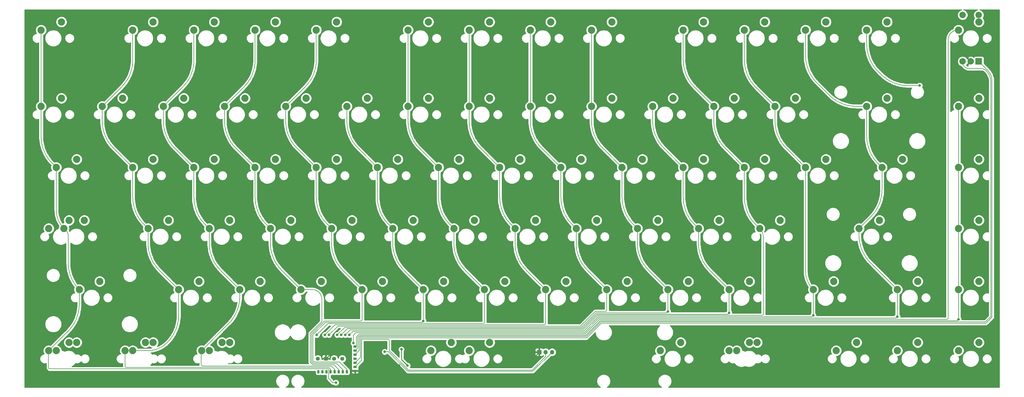
<source format=gtl>
G04 #@! TF.GenerationSoftware,KiCad,Pcbnew,(5.1.9)-1*
G04 #@! TF.CreationDate,2021-03-18T12:12:07+08:00*
G04 #@! TF.ProjectId,ridhaulakbar75,72696468-6175-46c6-916b-62617237352e,rev?*
G04 #@! TF.SameCoordinates,Original*
G04 #@! TF.FileFunction,Copper,L1,Top*
G04 #@! TF.FilePolarity,Positive*
%FSLAX46Y46*%
G04 Gerber Fmt 4.6, Leading zero omitted, Abs format (unit mm)*
G04 Created by KiCad (PCBNEW (5.1.9)-1) date 2021-03-18 12:12:07*
%MOMM*%
%LPD*%
G01*
G04 APERTURE LIST*
G04 #@! TA.AperFunction,ComponentPad*
%ADD10C,2.250000*%
G04 #@! TD*
G04 #@! TA.AperFunction,ComponentPad*
%ADD11O,1.350000X1.350000*%
G04 #@! TD*
G04 #@! TA.AperFunction,ComponentPad*
%ADD12R,1.350000X1.350000*%
G04 #@! TD*
G04 #@! TA.AperFunction,ComponentPad*
%ADD13O,1.270000X1.270000*%
G04 #@! TD*
G04 #@! TA.AperFunction,ComponentPad*
%ADD14R,1.270000X1.270000*%
G04 #@! TD*
G04 #@! TA.AperFunction,ComponentPad*
%ADD15R,0.650000X1.000000*%
G04 #@! TD*
G04 #@! TA.AperFunction,ComponentPad*
%ADD16R,1.000000X0.650000*%
G04 #@! TD*
G04 #@! TA.AperFunction,ComponentPad*
%ADD17R,2.000000X2.000000*%
G04 #@! TD*
G04 #@! TA.AperFunction,ComponentPad*
%ADD18C,2.000000*%
G04 #@! TD*
G04 #@! TA.AperFunction,ViaPad*
%ADD19C,0.800000*%
G04 #@! TD*
G04 #@! TA.AperFunction,ViaPad*
%ADD20C,0.600000*%
G04 #@! TD*
G04 #@! TA.AperFunction,Conductor*
%ADD21C,0.200000*%
G04 #@! TD*
G04 #@! TA.AperFunction,Conductor*
%ADD22C,0.254000*%
G04 #@! TD*
G04 #@! TA.AperFunction,Conductor*
%ADD23C,0.250000*%
G04 #@! TD*
G04 #@! TA.AperFunction,Conductor*
%ADD24C,0.100000*%
G04 #@! TD*
G04 APERTURE END LIST*
D10*
X200183750Y-185420000D03*
X193833750Y-187960000D03*
X281146250Y-185420000D03*
X274796250Y-187960000D03*
X112871250Y-187960000D03*
X119221250Y-185420000D03*
X69215000Y-147320000D03*
X62865000Y-149860000D03*
X95408750Y-185420000D03*
X89058750Y-187960000D03*
X71596250Y-185420000D03*
X65246250Y-187960000D03*
D11*
X219654250Y-188437001D03*
X217654250Y-188437001D03*
D12*
X215654250Y-188437001D03*
D10*
X333533750Y-185420000D03*
X327183750Y-187960000D03*
X104933750Y-109220000D03*
X98583750Y-111760000D03*
X352583750Y-185420000D03*
X346233750Y-187960000D03*
X314483750Y-185420000D03*
X308133750Y-187960000D03*
X283527500Y-185420000D03*
X277177500Y-187960000D03*
X259715000Y-185420000D03*
X253365000Y-187960000D03*
X188277500Y-185420000D03*
X181927500Y-187960000D03*
X116840000Y-185420000D03*
X110490000Y-187960000D03*
X93027500Y-185420000D03*
X86677500Y-187960000D03*
X62865000Y-187960000D03*
X69215000Y-185420000D03*
X352583750Y-166370000D03*
X346233750Y-168910000D03*
X333533750Y-166370000D03*
X327183750Y-168910000D03*
X307340000Y-166370000D03*
X300990000Y-168910000D03*
X281146250Y-166370000D03*
X274796250Y-168910000D03*
X262096250Y-166370000D03*
X255746250Y-168910000D03*
X243046250Y-166370000D03*
X236696250Y-168910000D03*
X223996250Y-166370000D03*
X217646250Y-168910000D03*
X204946250Y-166370000D03*
X198596250Y-168910000D03*
X185896250Y-166370000D03*
X179546250Y-168910000D03*
X166846250Y-166370000D03*
X160496250Y-168910000D03*
X147796250Y-166370000D03*
X141446250Y-168910000D03*
X122396250Y-168910000D03*
X128746250Y-166370000D03*
X109696250Y-166370000D03*
X103346250Y-168910000D03*
X72390000Y-168910000D03*
X78740000Y-166370000D03*
X352583750Y-147320000D03*
X346233750Y-149860000D03*
X321627500Y-147320000D03*
X315277500Y-149860000D03*
X290671250Y-147320000D03*
X284321250Y-149860000D03*
X271621250Y-147320000D03*
X265271250Y-149860000D03*
X252571250Y-147320000D03*
X246221250Y-149860000D03*
X233521250Y-147320000D03*
X227171250Y-149860000D03*
X214471250Y-147320000D03*
X208121250Y-149860000D03*
X195421250Y-147320000D03*
X189071250Y-149860000D03*
X176371250Y-147320000D03*
X170021250Y-149860000D03*
X157321250Y-147320000D03*
X150971250Y-149860000D03*
X138271250Y-147320000D03*
X131921250Y-149860000D03*
X119221250Y-147320000D03*
X112871250Y-149860000D03*
X100171250Y-147320000D03*
X93821250Y-149860000D03*
X73977500Y-147320000D03*
X67627500Y-149860000D03*
X352583750Y-128270000D03*
X346233750Y-130810000D03*
X328771250Y-128270000D03*
X322421250Y-130810000D03*
X304958750Y-128270000D03*
X298608750Y-130810000D03*
X285908750Y-128270000D03*
X279558750Y-130810000D03*
X266858750Y-128270000D03*
X260508750Y-130810000D03*
X247808750Y-128270000D03*
X241458750Y-130810000D03*
X228758750Y-128270000D03*
X222408750Y-130810000D03*
X209708750Y-128270000D03*
X203358750Y-130810000D03*
X190658750Y-128270000D03*
X184308750Y-130810000D03*
X171608750Y-128270000D03*
X165258750Y-130810000D03*
X152558750Y-128270000D03*
X146208750Y-130810000D03*
X133508750Y-128270000D03*
X127158750Y-130810000D03*
X114458750Y-128270000D03*
X108108750Y-130810000D03*
X95408750Y-128270000D03*
X89058750Y-130810000D03*
X71596250Y-128270000D03*
X65246250Y-130810000D03*
X352583750Y-109220000D03*
X346233750Y-111760000D03*
X324008750Y-109220000D03*
X317658750Y-111760000D03*
X295433750Y-109220000D03*
X289083750Y-111760000D03*
X276383750Y-109220000D03*
X270033750Y-111760000D03*
X257333750Y-109220000D03*
X250983750Y-111760000D03*
X238283750Y-109220000D03*
X231933750Y-111760000D03*
X219233750Y-109220000D03*
X212883750Y-111760000D03*
X200183750Y-109220000D03*
X193833750Y-111760000D03*
X181133750Y-109220000D03*
X174783750Y-111760000D03*
X162083750Y-109220000D03*
X155733750Y-111760000D03*
X143033750Y-109220000D03*
X136683750Y-111760000D03*
X123983750Y-109220000D03*
X117633750Y-111760000D03*
X85883750Y-109220000D03*
X79533750Y-111760000D03*
X66833750Y-109220000D03*
X60483750Y-111760000D03*
X352583750Y-85407500D03*
X346233750Y-87947500D03*
X324008750Y-85407500D03*
X317658750Y-87947500D03*
X304958750Y-85407500D03*
X298608750Y-87947500D03*
X285908750Y-85407500D03*
X279558750Y-87947500D03*
X266858750Y-85407500D03*
X260508750Y-87947500D03*
X238283750Y-85407500D03*
X231933750Y-87947500D03*
X219233750Y-85407500D03*
X212883750Y-87947500D03*
X200183750Y-85407500D03*
X193833750Y-87947500D03*
X181133750Y-85407500D03*
X174783750Y-87947500D03*
X152558750Y-85407500D03*
X146208750Y-87947500D03*
X133508750Y-85407500D03*
X127158750Y-87947500D03*
X114458750Y-85407500D03*
X108108750Y-87947500D03*
X95408750Y-85407500D03*
X89058750Y-87947500D03*
X66833750Y-85407500D03*
X60483750Y-87947500D03*
D13*
X154301000Y-190500000D03*
X151761000Y-190500000D03*
D14*
X149221000Y-190500000D03*
D13*
X146681000Y-190500000D03*
D15*
X155769000Y-194541000D03*
X154499000Y-194541000D03*
X153229000Y-194541000D03*
X151959000Y-194541000D03*
X150689000Y-194541000D03*
X149419000Y-194541000D03*
X148149000Y-194541000D03*
X146879000Y-194541000D03*
D16*
X158309000Y-187937000D03*
X158309000Y-186667000D03*
X158309000Y-191747000D03*
X158309000Y-189207000D03*
X158309000Y-193017000D03*
X158309000Y-194287000D03*
X158309000Y-190477000D03*
D17*
X352543750Y-97737500D03*
D18*
X350043750Y-97737500D03*
X347543750Y-97737500D03*
X352543750Y-83237500D03*
X347543750Y-83237500D03*
D19*
X152323475Y-197942525D03*
X179546250Y-178712162D03*
X146370858Y-183070810D03*
X148911000Y-183070952D03*
X150181000Y-183070952D03*
X255714500Y-175768000D03*
X152721000Y-183070952D03*
X274796250Y-176180282D03*
X153991000Y-183070952D03*
X155261000Y-183070952D03*
X300990000Y-176996994D03*
X156531000Y-183070952D03*
X157801000Y-185610048D03*
X327183750Y-177401593D03*
X334137000Y-105283000D03*
X346233750Y-178213743D03*
X172720000Y-187579000D03*
X174625000Y-192659000D03*
X163347500Y-192633500D03*
X169545000Y-192659000D03*
X171958000Y-192659000D03*
X173482000Y-195199000D03*
D20*
X151450531Y-185497525D03*
D19*
X164465000Y-187325000D03*
X155448000Y-192151000D03*
X214554250Y-190912001D03*
X167513000Y-188340990D03*
D21*
X60483750Y-87947500D02*
X60483750Y-111760000D01*
X64019283Y-129583033D02*
X65246250Y-130810000D01*
X64019283Y-129583033D02*
X63610745Y-129153932D01*
X63610745Y-129153932D02*
X63223755Y-128705303D01*
X63223755Y-128705303D02*
X62859244Y-128238225D01*
X62859244Y-128238225D02*
X62518090Y-127753825D01*
X62518090Y-127753825D02*
X62201116Y-127253268D01*
X62201116Y-127253268D02*
X61909085Y-126737761D01*
X61909085Y-126737761D02*
X61642701Y-126208545D01*
X61642701Y-126208545D02*
X61402604Y-125666897D01*
X61402604Y-125666897D02*
X61189374Y-125114119D01*
X61189374Y-125114119D02*
X61003525Y-124551545D01*
X61003525Y-124551545D02*
X60845504Y-123980529D01*
X60845504Y-123980529D02*
X60715691Y-123402448D01*
X60715691Y-123402448D02*
X60614400Y-122818693D01*
X60614400Y-122818693D02*
X60541874Y-122230671D01*
X60541874Y-122230671D02*
X60498289Y-121639799D01*
X60498289Y-121639799D02*
X60483750Y-121047500D01*
X60483750Y-121047500D02*
X60483750Y-111760000D01*
X67615057Y-149847557D02*
X67627500Y-149860000D01*
X67615057Y-149847557D02*
X67341337Y-149560059D01*
X67341337Y-149560059D02*
X67082053Y-149259477D01*
X67082053Y-149259477D02*
X66837831Y-148946535D01*
X66837831Y-148946535D02*
X66609258Y-148621987D01*
X66609258Y-148621987D02*
X66396886Y-148286614D01*
X66396886Y-148286614D02*
X66201225Y-147941224D01*
X66201225Y-147941224D02*
X66022747Y-147586650D01*
X66022747Y-147586650D02*
X65861882Y-147223745D01*
X65861882Y-147223745D02*
X65719018Y-146853385D01*
X65719018Y-146853385D02*
X65594499Y-146476460D01*
X65594499Y-146476460D02*
X65488625Y-146093879D01*
X65488625Y-146093879D02*
X65401651Y-145706565D01*
X65401651Y-145706565D02*
X65333785Y-145315449D01*
X65333785Y-145315449D02*
X65285193Y-144921474D01*
X65285193Y-144921474D02*
X65255991Y-144525590D01*
X65255991Y-144525590D02*
X65246250Y-144128750D01*
X65246250Y-144128750D02*
X65246250Y-130810000D01*
X72390000Y-173435000D02*
X72390000Y-168910000D01*
X72390000Y-173435000D02*
X72375459Y-174027299D01*
X72375459Y-174027299D02*
X72331874Y-174618171D01*
X72331874Y-174618171D02*
X72259348Y-175206193D01*
X72259348Y-175206193D02*
X72158057Y-175789948D01*
X72158057Y-175789948D02*
X72028244Y-176368029D01*
X72028244Y-176368029D02*
X71870223Y-176939045D01*
X71870223Y-176939045D02*
X71684374Y-177501619D01*
X71684374Y-177501619D02*
X71471144Y-178054397D01*
X71471144Y-178054397D02*
X71231047Y-178596045D01*
X71231047Y-178596045D02*
X70964663Y-179125261D01*
X70964663Y-179125261D02*
X70672631Y-179640768D01*
X70672631Y-179640768D02*
X70355657Y-180141325D01*
X70355657Y-180141325D02*
X70014504Y-180625725D01*
X70014504Y-180625725D02*
X69649993Y-181092803D01*
X69649993Y-181092803D02*
X69263002Y-181541432D01*
X69263002Y-181541432D02*
X68854466Y-181970533D01*
X68854466Y-181970533D02*
X62865000Y-187960000D01*
X72363013Y-168883013D02*
X72390000Y-168910000D01*
X72363013Y-168883013D02*
X71970817Y-168471076D01*
X71970817Y-168471076D02*
X71599306Y-168040392D01*
X71599306Y-168040392D02*
X71249375Y-167591998D01*
X71249375Y-167591998D02*
X70921868Y-167126973D01*
X70921868Y-167126973D02*
X70617573Y-166646438D01*
X70617573Y-166646438D02*
X70337223Y-166151552D01*
X70337223Y-166151552D02*
X70081494Y-165643505D01*
X70081494Y-165643505D02*
X69851001Y-165123522D01*
X69851001Y-165123522D02*
X69646301Y-164592856D01*
X69646301Y-164592856D02*
X69467885Y-164052784D01*
X69467885Y-164052784D02*
X69316185Y-163504609D01*
X69316185Y-163504609D02*
X69191565Y-162949651D01*
X69191565Y-162949651D02*
X69094325Y-162389246D01*
X69094325Y-162389246D02*
X69024701Y-161824745D01*
X69024701Y-161824745D02*
X68982859Y-161257508D01*
X68982859Y-161257508D02*
X68968901Y-160688901D01*
X68261794Y-150494294D02*
X67627500Y-149860000D01*
X68261794Y-150494294D02*
X68343500Y-150580114D01*
X68343500Y-150580114D02*
X68420898Y-150669840D01*
X68420898Y-150669840D02*
X68493801Y-150763255D01*
X68493801Y-150763255D02*
X68562031Y-150860136D01*
X68562031Y-150860136D02*
X68625426Y-150960247D01*
X68625426Y-150960247D02*
X68683832Y-151063348D01*
X68683832Y-151063348D02*
X68737109Y-151169191D01*
X68737109Y-151169191D02*
X68785128Y-151277521D01*
X68785128Y-151277521D02*
X68827774Y-151388077D01*
X68827774Y-151388077D02*
X68864944Y-151500591D01*
X68864944Y-151500591D02*
X68896548Y-151614795D01*
X68896548Y-151614795D02*
X68922511Y-151730411D01*
X68922511Y-151730411D02*
X68942769Y-151847162D01*
X68942769Y-151847162D02*
X68957274Y-151964766D01*
X68957274Y-151964766D02*
X68965991Y-152082941D01*
X68965991Y-152082941D02*
X68968901Y-152201401D01*
X68968901Y-152201401D02*
X68968901Y-160688901D01*
X150063999Y-196673148D02*
X151333376Y-197942525D01*
X151333376Y-197942525D02*
X152323475Y-197942525D01*
X150063999Y-193820997D02*
X150063999Y-196673148D01*
X149918002Y-193675000D02*
X150063999Y-193820997D01*
X63119000Y-193675000D02*
X149918002Y-193675000D01*
X62801249Y-193357249D02*
X63119000Y-193675000D01*
X62801249Y-188023751D02*
X62801249Y-193357249D01*
X62865000Y-187960000D02*
X62801249Y-188023751D01*
X83069283Y-124820533D02*
X89058750Y-130810000D01*
X83069283Y-124820533D02*
X82660746Y-124391432D01*
X82660746Y-124391432D02*
X82273755Y-123942803D01*
X82273755Y-123942803D02*
X81909244Y-123475725D01*
X81909244Y-123475725D02*
X81568091Y-122991324D01*
X81568091Y-122991324D02*
X81251117Y-122490768D01*
X81251117Y-122490768D02*
X80959086Y-121975261D01*
X80959086Y-121975261D02*
X80692701Y-121446045D01*
X80692701Y-121446045D02*
X80452605Y-120904396D01*
X80452605Y-120904396D02*
X80239375Y-120351619D01*
X80239375Y-120351619D02*
X80053525Y-119789045D01*
X80053525Y-119789045D02*
X79895504Y-119218029D01*
X79895504Y-119218029D02*
X79765691Y-118639948D01*
X79765691Y-118639948D02*
X79664400Y-118056193D01*
X79664400Y-118056193D02*
X79591875Y-117468171D01*
X79591875Y-117468171D02*
X79548289Y-116877299D01*
X79548289Y-116877299D02*
X79533750Y-116285000D01*
X79533750Y-116285000D02*
X79533750Y-111760000D01*
X85523216Y-105770533D02*
X79533750Y-111760000D01*
X85523216Y-105770533D02*
X85931752Y-105341432D01*
X85931752Y-105341432D02*
X86318743Y-104892802D01*
X86318743Y-104892802D02*
X86683254Y-104425725D01*
X86683254Y-104425725D02*
X87024407Y-103941324D01*
X87024407Y-103941324D02*
X87341381Y-103440768D01*
X87341381Y-103440768D02*
X87633412Y-102925261D01*
X87633412Y-102925261D02*
X87899797Y-102396045D01*
X87899797Y-102396045D02*
X88139894Y-101854396D01*
X88139894Y-101854396D02*
X88353123Y-101301619D01*
X88353123Y-101301619D02*
X88538973Y-100739045D01*
X88538973Y-100739045D02*
X88696994Y-100168029D01*
X88696994Y-100168029D02*
X88826807Y-99589948D01*
X88826807Y-99589948D02*
X88928098Y-99006193D01*
X88928098Y-99006193D02*
X89000624Y-98418171D01*
X89000624Y-98418171D02*
X89044209Y-97827299D01*
X89044209Y-97827299D02*
X89058750Y-97235000D01*
X89058750Y-97235000D02*
X89058750Y-87947500D01*
X92594283Y-148633033D02*
X93821250Y-149860000D01*
X92594283Y-148633033D02*
X92185746Y-148203932D01*
X92185746Y-148203932D02*
X91798755Y-147755303D01*
X91798755Y-147755303D02*
X91434244Y-147288225D01*
X91434244Y-147288225D02*
X91093091Y-146803824D01*
X91093091Y-146803824D02*
X90776117Y-146303268D01*
X90776117Y-146303268D02*
X90484086Y-145787761D01*
X90484086Y-145787761D02*
X90217701Y-145258545D01*
X90217701Y-145258545D02*
X89977605Y-144716896D01*
X89977605Y-144716896D02*
X89764375Y-144164119D01*
X89764375Y-144164119D02*
X89578525Y-143601545D01*
X89578525Y-143601545D02*
X89420504Y-143030529D01*
X89420504Y-143030529D02*
X89290691Y-142452448D01*
X89290691Y-142452448D02*
X89189400Y-141868693D01*
X89189400Y-141868693D02*
X89116875Y-141280671D01*
X89116875Y-141280671D02*
X89073289Y-140689799D01*
X89073289Y-140689799D02*
X89058750Y-140097500D01*
X89058750Y-140097500D02*
X89058750Y-130810000D01*
X97356783Y-162920533D02*
X103346250Y-168910000D01*
X97356783Y-162920533D02*
X96948245Y-162491433D01*
X96948245Y-162491433D02*
X96561254Y-162042804D01*
X96561254Y-162042804D02*
X96196743Y-161575726D01*
X96196743Y-161575726D02*
X95855590Y-161091325D01*
X95855590Y-161091325D02*
X95538616Y-160590768D01*
X95538616Y-160590768D02*
X95246584Y-160075261D01*
X95246584Y-160075261D02*
X94980200Y-159546046D01*
X94980200Y-159546046D02*
X94740103Y-159004397D01*
X94740103Y-159004397D02*
X94526874Y-158451620D01*
X94526874Y-158451620D02*
X94341024Y-157889045D01*
X94341024Y-157889045D02*
X94183003Y-157318030D01*
X94183003Y-157318030D02*
X94053190Y-156739948D01*
X94053190Y-156739948D02*
X93951899Y-156156193D01*
X93951899Y-156156193D02*
X93879373Y-155568171D01*
X93879373Y-155568171D02*
X93835788Y-154977299D01*
X93835788Y-154977299D02*
X93821250Y-154385000D01*
X93821250Y-154385000D02*
X93821250Y-149860000D01*
X99810716Y-185431283D02*
X100219252Y-185002182D01*
X100219252Y-185002182D02*
X100606243Y-184553552D01*
X100606243Y-184553552D02*
X100970754Y-184086475D01*
X100970754Y-184086475D02*
X101311907Y-183602074D01*
X101311907Y-183602074D02*
X101628881Y-183101518D01*
X101628881Y-183101518D02*
X101920912Y-182586011D01*
X101920912Y-182586011D02*
X102187297Y-182056795D01*
X102187297Y-182056795D02*
X102427394Y-181515146D01*
X102427394Y-181515146D02*
X102640623Y-180962369D01*
X102640623Y-180962369D02*
X102826473Y-180399795D01*
X102826473Y-180399795D02*
X102984494Y-179828779D01*
X102984494Y-179828779D02*
X103114307Y-179250698D01*
X103114307Y-179250698D02*
X103215598Y-178666943D01*
X103215598Y-178666943D02*
X103288124Y-178078921D01*
X103288124Y-178078921D02*
X103331709Y-177488049D01*
X103331709Y-177488049D02*
X103346250Y-176895750D01*
X103346250Y-176895750D02*
X103346250Y-168910000D01*
X93782000Y-187960000D02*
X86677500Y-187960000D01*
X93782000Y-187960000D02*
X94196609Y-187949821D01*
X94196609Y-187949821D02*
X94610220Y-187919311D01*
X94610220Y-187919311D02*
X95021835Y-187868543D01*
X95021835Y-187868543D02*
X95430463Y-187797639D01*
X95430463Y-187797639D02*
X95835120Y-187706770D01*
X95835120Y-187706770D02*
X96234831Y-187596155D01*
X96234831Y-187596155D02*
X96628633Y-187466061D01*
X96628633Y-187466061D02*
X97015578Y-187316800D01*
X97015578Y-187316800D02*
X97394732Y-187148732D01*
X97394732Y-187148732D02*
X97765182Y-186962263D01*
X97765182Y-186962263D02*
X98126037Y-186757841D01*
X98126037Y-186757841D02*
X98476427Y-186535959D01*
X98476427Y-186535959D02*
X98815507Y-186297151D01*
X98815507Y-186297151D02*
X99142462Y-186041994D01*
X99142462Y-186041994D02*
X99456502Y-185771100D01*
X99456502Y-185771100D02*
X99756873Y-185485125D01*
X99756873Y-185485125D02*
X99810716Y-185431283D01*
X150689000Y-193841000D02*
X150689000Y-194541000D01*
X86948576Y-193247576D02*
X150095576Y-193247576D01*
X150095576Y-193247576D02*
X150689000Y-193841000D01*
X86614000Y-192913000D02*
X86948576Y-193247576D01*
X86614000Y-191064252D02*
X86614000Y-192913000D01*
X86613749Y-191064001D02*
X86614000Y-191064252D01*
X86613749Y-189935999D02*
X86613749Y-191064001D01*
X86614000Y-189935748D02*
X86613749Y-189935999D01*
X86614000Y-188023500D02*
X86614000Y-189935748D01*
X86677500Y-187960000D02*
X86614000Y-188023500D01*
X104573216Y-105770533D02*
X98583750Y-111760000D01*
X104573216Y-105770533D02*
X104981752Y-105341432D01*
X104981752Y-105341432D02*
X105368743Y-104892802D01*
X105368743Y-104892802D02*
X105733254Y-104425725D01*
X105733254Y-104425725D02*
X106074407Y-103941324D01*
X106074407Y-103941324D02*
X106391381Y-103440768D01*
X106391381Y-103440768D02*
X106683412Y-102925261D01*
X106683412Y-102925261D02*
X106949797Y-102396045D01*
X106949797Y-102396045D02*
X107189894Y-101854396D01*
X107189894Y-101854396D02*
X107403123Y-101301619D01*
X107403123Y-101301619D02*
X107588973Y-100739045D01*
X107588973Y-100739045D02*
X107746994Y-100168029D01*
X107746994Y-100168029D02*
X107876807Y-99589948D01*
X107876807Y-99589948D02*
X107978098Y-99006193D01*
X107978098Y-99006193D02*
X108050624Y-98418171D01*
X108050624Y-98418171D02*
X108094209Y-97827299D01*
X108094209Y-97827299D02*
X108108750Y-97235000D01*
X108108750Y-97235000D02*
X108108750Y-87947500D01*
X116406783Y-162920533D02*
X122396250Y-168910000D01*
X116406783Y-162920533D02*
X115998245Y-162491433D01*
X115998245Y-162491433D02*
X115611254Y-162042804D01*
X115611254Y-162042804D02*
X115246743Y-161575726D01*
X115246743Y-161575726D02*
X114905590Y-161091325D01*
X114905590Y-161091325D02*
X114588616Y-160590768D01*
X114588616Y-160590768D02*
X114296584Y-160075261D01*
X114296584Y-160075261D02*
X114030200Y-159546046D01*
X114030200Y-159546046D02*
X113790103Y-159004397D01*
X113790103Y-159004397D02*
X113576874Y-158451620D01*
X113576874Y-158451620D02*
X113391024Y-157889045D01*
X113391024Y-157889045D02*
X113233003Y-157318030D01*
X113233003Y-157318030D02*
X113103190Y-156739948D01*
X113103190Y-156739948D02*
X113001899Y-156156193D01*
X113001899Y-156156193D02*
X112929373Y-155568171D01*
X112929373Y-155568171D02*
X112885788Y-154977299D01*
X112885788Y-154977299D02*
X112871250Y-154385000D01*
X112871250Y-154385000D02*
X112871250Y-149860000D01*
X111644283Y-148633033D02*
X112871250Y-149860000D01*
X111644283Y-148633033D02*
X111235746Y-148203932D01*
X111235746Y-148203932D02*
X110848755Y-147755303D01*
X110848755Y-147755303D02*
X110484244Y-147288225D01*
X110484244Y-147288225D02*
X110143091Y-146803824D01*
X110143091Y-146803824D02*
X109826117Y-146303268D01*
X109826117Y-146303268D02*
X109534086Y-145787761D01*
X109534086Y-145787761D02*
X109267701Y-145258545D01*
X109267701Y-145258545D02*
X109027605Y-144716896D01*
X109027605Y-144716896D02*
X108814375Y-144164119D01*
X108814375Y-144164119D02*
X108628525Y-143601545D01*
X108628525Y-143601545D02*
X108470504Y-143030529D01*
X108470504Y-143030529D02*
X108340691Y-142452448D01*
X108340691Y-142452448D02*
X108239400Y-141868693D01*
X108239400Y-141868693D02*
X108166875Y-141280671D01*
X108166875Y-141280671D02*
X108123289Y-140689799D01*
X108123289Y-140689799D02*
X108108750Y-140097500D01*
X108108750Y-140097500D02*
X108108750Y-130810000D01*
X102119283Y-124820533D02*
X108108750Y-130810000D01*
X102119283Y-124820533D02*
X101710746Y-124391432D01*
X101710746Y-124391432D02*
X101323755Y-123942803D01*
X101323755Y-123942803D02*
X100959244Y-123475725D01*
X100959244Y-123475725D02*
X100618091Y-122991324D01*
X100618091Y-122991324D02*
X100301117Y-122490768D01*
X100301117Y-122490768D02*
X100009086Y-121975261D01*
X100009086Y-121975261D02*
X99742701Y-121446045D01*
X99742701Y-121446045D02*
X99502605Y-120904396D01*
X99502605Y-120904396D02*
X99289375Y-120351619D01*
X99289375Y-120351619D02*
X99103525Y-119789045D01*
X99103525Y-119789045D02*
X98945504Y-119218029D01*
X98945504Y-119218029D02*
X98815691Y-118639948D01*
X98815691Y-118639948D02*
X98714400Y-118056193D01*
X98714400Y-118056193D02*
X98641875Y-117468171D01*
X98641875Y-117468171D02*
X98598289Y-116877299D01*
X98598289Y-116877299D02*
X98583750Y-116285000D01*
X98583750Y-116285000D02*
X98583750Y-111760000D01*
X118860716Y-179589283D02*
X110490000Y-187960000D01*
X118860716Y-179589283D02*
X119269252Y-179160182D01*
X119269252Y-179160182D02*
X119656243Y-178711552D01*
X119656243Y-178711552D02*
X120020754Y-178244475D01*
X120020754Y-178244475D02*
X120361907Y-177760074D01*
X120361907Y-177760074D02*
X120678881Y-177259518D01*
X120678881Y-177259518D02*
X120970912Y-176744011D01*
X120970912Y-176744011D02*
X121237297Y-176214795D01*
X121237297Y-176214795D02*
X121477394Y-175673146D01*
X121477394Y-175673146D02*
X121690623Y-175120369D01*
X121690623Y-175120369D02*
X121876473Y-174557795D01*
X121876473Y-174557795D02*
X122034494Y-173986779D01*
X122034494Y-173986779D02*
X122164307Y-173408698D01*
X122164307Y-173408698D02*
X122265598Y-172824943D01*
X122265598Y-172824943D02*
X122338124Y-172236921D01*
X122338124Y-172236921D02*
X122381709Y-171646049D01*
X122381709Y-171646049D02*
X122396250Y-171053750D01*
X122396250Y-171053750D02*
X122396250Y-168910000D01*
X151959000Y-193841000D02*
X151959000Y-194541000D01*
X150917724Y-192799724D02*
X151959000Y-193841000D01*
X110395001Y-192437001D02*
X110757724Y-192799724D01*
X110757724Y-192799724D02*
X150917724Y-192799724D01*
X110395001Y-188054999D02*
X110395001Y-192437001D01*
X110490000Y-187960000D02*
X110395001Y-188054999D01*
X123623216Y-105770533D02*
X117633750Y-111760000D01*
X123623216Y-105770533D02*
X124031752Y-105341432D01*
X124031752Y-105341432D02*
X124418743Y-104892802D01*
X124418743Y-104892802D02*
X124783254Y-104425725D01*
X124783254Y-104425725D02*
X125124407Y-103941324D01*
X125124407Y-103941324D02*
X125441381Y-103440768D01*
X125441381Y-103440768D02*
X125733412Y-102925261D01*
X125733412Y-102925261D02*
X125999797Y-102396045D01*
X125999797Y-102396045D02*
X126239894Y-101854396D01*
X126239894Y-101854396D02*
X126453123Y-101301619D01*
X126453123Y-101301619D02*
X126638973Y-100739045D01*
X126638973Y-100739045D02*
X126796994Y-100168029D01*
X126796994Y-100168029D02*
X126926807Y-99589948D01*
X126926807Y-99589948D02*
X127028098Y-99006193D01*
X127028098Y-99006193D02*
X127100624Y-98418171D01*
X127100624Y-98418171D02*
X127144209Y-97827299D01*
X127144209Y-97827299D02*
X127158750Y-97235000D01*
X127158750Y-97235000D02*
X127158750Y-87947500D01*
X144336135Y-191535772D02*
X144336135Y-182610011D01*
X145139616Y-192339253D02*
X144336135Y-191535772D01*
X151699253Y-192339253D02*
X145139616Y-192339253D01*
X153229000Y-193869000D02*
X151699253Y-192339253D01*
X153229000Y-194541000D02*
X153229000Y-193869000D01*
X147955000Y-171910000D02*
X147940554Y-171615948D01*
X147940554Y-171615948D02*
X147897355Y-171324729D01*
X147897355Y-171324729D02*
X147825821Y-171039145D01*
X147825821Y-171039145D02*
X147726638Y-170761949D01*
X147726638Y-170761949D02*
X147600763Y-170495809D01*
X147600763Y-170495809D02*
X147449408Y-170243289D01*
X147449408Y-170243289D02*
X147274031Y-170006820D01*
X147274031Y-170006820D02*
X147076320Y-169788679D01*
X147076320Y-169788679D02*
X146858179Y-169590968D01*
X146858179Y-169590968D02*
X146621710Y-169415591D01*
X146621710Y-169415591D02*
X146369190Y-169264236D01*
X146369190Y-169264236D02*
X146103050Y-169138361D01*
X146103050Y-169138361D02*
X145825854Y-169039178D01*
X145825854Y-169039178D02*
X145540270Y-168967644D01*
X145540270Y-168967644D02*
X145249051Y-168924445D01*
X145249051Y-168924445D02*
X144955000Y-168910000D01*
X144955000Y-168910000D02*
X141446250Y-168910000D01*
X135456783Y-162920533D02*
X141446250Y-168910000D01*
X135456783Y-162920533D02*
X135048245Y-162491432D01*
X135048245Y-162491432D02*
X134661255Y-162042803D01*
X134661255Y-162042803D02*
X134296744Y-161575725D01*
X134296744Y-161575725D02*
X133955590Y-161091325D01*
X133955590Y-161091325D02*
X133638616Y-160590768D01*
X133638616Y-160590768D02*
X133346585Y-160075261D01*
X133346585Y-160075261D02*
X133080201Y-159546045D01*
X133080201Y-159546045D02*
X132840104Y-159004397D01*
X132840104Y-159004397D02*
X132626874Y-158451619D01*
X132626874Y-158451619D02*
X132441025Y-157889045D01*
X132441025Y-157889045D02*
X132283004Y-157318029D01*
X132283004Y-157318029D02*
X132153191Y-156739948D01*
X132153191Y-156739948D02*
X132051900Y-156156193D01*
X132051900Y-156156193D02*
X131979374Y-155568171D01*
X131979374Y-155568171D02*
X131935789Y-154977299D01*
X131935789Y-154977299D02*
X131921250Y-154385000D01*
X131921250Y-154385000D02*
X131921250Y-149860000D01*
X130694283Y-148633033D02*
X131921250Y-149860000D01*
X130694283Y-148633033D02*
X130285745Y-148203932D01*
X130285745Y-148203932D02*
X129898755Y-147755303D01*
X129898755Y-147755303D02*
X129534244Y-147288225D01*
X129534244Y-147288225D02*
X129193090Y-146803825D01*
X129193090Y-146803825D02*
X128876116Y-146303268D01*
X128876116Y-146303268D02*
X128584085Y-145787761D01*
X128584085Y-145787761D02*
X128317701Y-145258545D01*
X128317701Y-145258545D02*
X128077604Y-144716897D01*
X128077604Y-144716897D02*
X127864374Y-144164119D01*
X127864374Y-144164119D02*
X127678525Y-143601545D01*
X127678525Y-143601545D02*
X127520504Y-143030529D01*
X127520504Y-143030529D02*
X127390691Y-142452448D01*
X127390691Y-142452448D02*
X127289400Y-141868693D01*
X127289400Y-141868693D02*
X127216874Y-141280671D01*
X127216874Y-141280671D02*
X127173289Y-140689799D01*
X127173289Y-140689799D02*
X127158750Y-140097500D01*
X127158750Y-140097500D02*
X127158750Y-130810000D01*
X121169283Y-124820533D02*
X127158750Y-130810000D01*
X121169283Y-124820533D02*
X120760746Y-124391432D01*
X120760746Y-124391432D02*
X120373755Y-123942803D01*
X120373755Y-123942803D02*
X120009244Y-123475725D01*
X120009244Y-123475725D02*
X119668091Y-122991324D01*
X119668091Y-122991324D02*
X119351117Y-122490768D01*
X119351117Y-122490768D02*
X119059086Y-121975261D01*
X119059086Y-121975261D02*
X118792701Y-121446045D01*
X118792701Y-121446045D02*
X118552605Y-120904396D01*
X118552605Y-120904396D02*
X118339375Y-120351619D01*
X118339375Y-120351619D02*
X118153525Y-119789045D01*
X118153525Y-119789045D02*
X117995504Y-119218029D01*
X117995504Y-119218029D02*
X117865691Y-118639948D01*
X117865691Y-118639948D02*
X117764400Y-118056193D01*
X117764400Y-118056193D02*
X117691875Y-117468171D01*
X117691875Y-117468171D02*
X117648289Y-116877299D01*
X117648289Y-116877299D02*
X117633750Y-116285000D01*
X117633750Y-116285000D02*
X117633750Y-111760000D01*
X147955000Y-171910000D02*
X147955000Y-178991146D01*
X144336135Y-182610011D02*
X147955000Y-178991146D01*
X145304085Y-191924990D02*
X152554990Y-191924990D01*
X144741762Y-191362667D02*
X145304085Y-191924990D01*
X152554990Y-191924990D02*
X154499000Y-193869000D01*
X144741762Y-182791238D02*
X144741762Y-191362667D01*
X154499000Y-193869000D02*
X154499000Y-194541000D01*
X160496250Y-178403250D02*
X160187338Y-178712162D01*
X160496250Y-168910000D02*
X160496250Y-178403250D01*
X142673216Y-105770533D02*
X136683750Y-111760000D01*
X142673216Y-105770533D02*
X143081752Y-105341432D01*
X143081752Y-105341432D02*
X143468743Y-104892802D01*
X143468743Y-104892802D02*
X143833254Y-104425725D01*
X143833254Y-104425725D02*
X144174407Y-103941324D01*
X144174407Y-103941324D02*
X144491381Y-103440768D01*
X144491381Y-103440768D02*
X144783412Y-102925261D01*
X144783412Y-102925261D02*
X145049797Y-102396045D01*
X145049797Y-102396045D02*
X145289894Y-101854396D01*
X145289894Y-101854396D02*
X145503123Y-101301619D01*
X145503123Y-101301619D02*
X145688973Y-100739045D01*
X145688973Y-100739045D02*
X145846994Y-100168029D01*
X145846994Y-100168029D02*
X145976807Y-99589948D01*
X145976807Y-99589948D02*
X146078098Y-99006193D01*
X146078098Y-99006193D02*
X146150624Y-98418171D01*
X146150624Y-98418171D02*
X146194209Y-97827299D01*
X146194209Y-97827299D02*
X146208750Y-97235000D01*
X146208750Y-97235000D02*
X146208750Y-87947500D01*
X140219283Y-124820533D02*
X146208750Y-130810000D01*
X140219283Y-124820533D02*
X139810746Y-124391432D01*
X139810746Y-124391432D02*
X139423755Y-123942803D01*
X139423755Y-123942803D02*
X139059244Y-123475725D01*
X139059244Y-123475725D02*
X138718091Y-122991324D01*
X138718091Y-122991324D02*
X138401117Y-122490768D01*
X138401117Y-122490768D02*
X138109086Y-121975261D01*
X138109086Y-121975261D02*
X137842701Y-121446045D01*
X137842701Y-121446045D02*
X137602605Y-120904396D01*
X137602605Y-120904396D02*
X137389375Y-120351619D01*
X137389375Y-120351619D02*
X137203525Y-119789045D01*
X137203525Y-119789045D02*
X137045504Y-119218029D01*
X137045504Y-119218029D02*
X136915691Y-118639948D01*
X136915691Y-118639948D02*
X136814400Y-118056193D01*
X136814400Y-118056193D02*
X136741875Y-117468171D01*
X136741875Y-117468171D02*
X136698289Y-116877299D01*
X136698289Y-116877299D02*
X136683750Y-116285000D01*
X136683750Y-116285000D02*
X136683750Y-111760000D01*
X149744283Y-148633033D02*
X150971250Y-149860000D01*
X149744283Y-148633033D02*
X149335745Y-148203932D01*
X149335745Y-148203932D02*
X148948755Y-147755303D01*
X148948755Y-147755303D02*
X148584244Y-147288225D01*
X148584244Y-147288225D02*
X148243090Y-146803825D01*
X148243090Y-146803825D02*
X147926116Y-146303268D01*
X147926116Y-146303268D02*
X147634085Y-145787761D01*
X147634085Y-145787761D02*
X147367701Y-145258545D01*
X147367701Y-145258545D02*
X147127604Y-144716897D01*
X147127604Y-144716897D02*
X146914374Y-144164119D01*
X146914374Y-144164119D02*
X146728525Y-143601545D01*
X146728525Y-143601545D02*
X146570504Y-143030529D01*
X146570504Y-143030529D02*
X146440691Y-142452448D01*
X146440691Y-142452448D02*
X146339400Y-141868693D01*
X146339400Y-141868693D02*
X146266874Y-141280671D01*
X146266874Y-141280671D02*
X146223289Y-140689799D01*
X146223289Y-140689799D02*
X146208750Y-140097500D01*
X146208750Y-140097500D02*
X146208750Y-130810000D01*
X154506783Y-162920533D02*
X160496250Y-168910000D01*
X154506783Y-162920533D02*
X154098245Y-162491433D01*
X154098245Y-162491433D02*
X153711254Y-162042804D01*
X153711254Y-162042804D02*
X153346743Y-161575726D01*
X153346743Y-161575726D02*
X153005590Y-161091325D01*
X153005590Y-161091325D02*
X152688616Y-160590768D01*
X152688616Y-160590768D02*
X152396584Y-160075261D01*
X152396584Y-160075261D02*
X152130200Y-159546046D01*
X152130200Y-159546046D02*
X151890103Y-159004397D01*
X151890103Y-159004397D02*
X151676874Y-158451620D01*
X151676874Y-158451620D02*
X151491024Y-157889045D01*
X151491024Y-157889045D02*
X151333003Y-157318030D01*
X151333003Y-157318030D02*
X151203190Y-156739948D01*
X151203190Y-156739948D02*
X151101899Y-156156193D01*
X151101899Y-156156193D02*
X151029373Y-155568171D01*
X151029373Y-155568171D02*
X150985788Y-154977299D01*
X150985788Y-154977299D02*
X150971250Y-154385000D01*
X150971250Y-154385000D02*
X150971250Y-149860000D01*
X160187338Y-178712162D02*
X148820838Y-178712162D01*
X148820838Y-178712162D02*
X144741762Y-182791238D01*
X179546250Y-168910000D02*
X179546250Y-178712162D01*
X153444000Y-191516000D02*
X155769000Y-193841000D01*
X145478500Y-191516000D02*
X153444000Y-191516000D01*
X155769000Y-193841000D02*
X155769000Y-194541000D01*
X145161000Y-191198500D02*
X145478500Y-191516000D01*
X149046426Y-179121574D02*
X145161000Y-183007000D01*
X145161000Y-183007000D02*
X145161000Y-191198500D01*
X179136838Y-179121574D02*
X149046426Y-179121574D01*
X179546250Y-178712162D02*
X179136838Y-179121574D01*
X159269283Y-124820533D02*
X165258750Y-130810000D01*
X159269283Y-124820533D02*
X158860745Y-124391432D01*
X158860745Y-124391432D02*
X158473755Y-123942803D01*
X158473755Y-123942803D02*
X158109244Y-123475725D01*
X158109244Y-123475725D02*
X157768090Y-122991325D01*
X157768090Y-122991325D02*
X157451116Y-122490768D01*
X157451116Y-122490768D02*
X157159085Y-121975261D01*
X157159085Y-121975261D02*
X156892701Y-121446045D01*
X156892701Y-121446045D02*
X156652604Y-120904397D01*
X156652604Y-120904397D02*
X156439374Y-120351619D01*
X156439374Y-120351619D02*
X156253525Y-119789045D01*
X156253525Y-119789045D02*
X156095504Y-119218029D01*
X156095504Y-119218029D02*
X155965691Y-118639948D01*
X155965691Y-118639948D02*
X155864400Y-118056193D01*
X155864400Y-118056193D02*
X155791874Y-117468171D01*
X155791874Y-117468171D02*
X155748289Y-116877299D01*
X155748289Y-116877299D02*
X155733750Y-116285000D01*
X155733750Y-116285000D02*
X155733750Y-111760000D01*
X168794283Y-148633033D02*
X170021250Y-149860000D01*
X168794283Y-148633033D02*
X168385745Y-148203932D01*
X168385745Y-148203932D02*
X167998755Y-147755303D01*
X167998755Y-147755303D02*
X167634244Y-147288225D01*
X167634244Y-147288225D02*
X167293090Y-146803825D01*
X167293090Y-146803825D02*
X166976116Y-146303268D01*
X166976116Y-146303268D02*
X166684085Y-145787761D01*
X166684085Y-145787761D02*
X166417701Y-145258545D01*
X166417701Y-145258545D02*
X166177604Y-144716897D01*
X166177604Y-144716897D02*
X165964374Y-144164119D01*
X165964374Y-144164119D02*
X165778525Y-143601545D01*
X165778525Y-143601545D02*
X165620504Y-143030529D01*
X165620504Y-143030529D02*
X165490691Y-142452448D01*
X165490691Y-142452448D02*
X165389400Y-141868693D01*
X165389400Y-141868693D02*
X165316874Y-141280671D01*
X165316874Y-141280671D02*
X165273289Y-140689799D01*
X165273289Y-140689799D02*
X165258750Y-140097500D01*
X165258750Y-140097500D02*
X165258750Y-130810000D01*
X173556783Y-162920533D02*
X179546250Y-168910000D01*
X173556783Y-162920533D02*
X173148245Y-162491432D01*
X173148245Y-162491432D02*
X172761255Y-162042803D01*
X172761255Y-162042803D02*
X172396744Y-161575725D01*
X172396744Y-161575725D02*
X172055590Y-161091325D01*
X172055590Y-161091325D02*
X171738616Y-160590768D01*
X171738616Y-160590768D02*
X171446585Y-160075261D01*
X171446585Y-160075261D02*
X171180201Y-159546045D01*
X171180201Y-159546045D02*
X170940104Y-159004397D01*
X170940104Y-159004397D02*
X170726874Y-158451619D01*
X170726874Y-158451619D02*
X170541025Y-157889045D01*
X170541025Y-157889045D02*
X170383004Y-157318029D01*
X170383004Y-157318029D02*
X170253191Y-156739948D01*
X170253191Y-156739948D02*
X170151900Y-156156193D01*
X170151900Y-156156193D02*
X170079374Y-155568171D01*
X170079374Y-155568171D02*
X170035789Y-154977299D01*
X170035789Y-154977299D02*
X170021250Y-154385000D01*
X170021250Y-154385000D02*
X170021250Y-149860000D01*
X174783750Y-87947500D02*
X174783750Y-111760000D01*
X149915927Y-179525741D02*
X146370858Y-183070810D01*
X198299259Y-179525741D02*
X149915927Y-179525741D01*
X198596250Y-179228750D02*
X198299259Y-179525741D01*
X198596250Y-168910000D02*
X198596250Y-179228750D01*
X178319283Y-124820533D02*
X184308750Y-130810000D01*
X178319283Y-124820533D02*
X177910745Y-124391433D01*
X177910745Y-124391433D02*
X177523754Y-123942804D01*
X177523754Y-123942804D02*
X177159243Y-123475726D01*
X177159243Y-123475726D02*
X176818090Y-122991325D01*
X176818090Y-122991325D02*
X176501116Y-122490768D01*
X176501116Y-122490768D02*
X176209084Y-121975261D01*
X176209084Y-121975261D02*
X175942700Y-121446046D01*
X175942700Y-121446046D02*
X175702603Y-120904397D01*
X175702603Y-120904397D02*
X175489374Y-120351620D01*
X175489374Y-120351620D02*
X175303524Y-119789045D01*
X175303524Y-119789045D02*
X175145503Y-119218030D01*
X175145503Y-119218030D02*
X175015690Y-118639948D01*
X175015690Y-118639948D02*
X174914399Y-118056193D01*
X174914399Y-118056193D02*
X174841873Y-117468171D01*
X174841873Y-117468171D02*
X174798288Y-116877299D01*
X174798288Y-116877299D02*
X174783750Y-116285000D01*
X174783750Y-116285000D02*
X174783750Y-111760000D01*
X187844283Y-148633033D02*
X189071250Y-149860000D01*
X187844283Y-148633033D02*
X187435745Y-148203933D01*
X187435745Y-148203933D02*
X187048754Y-147755304D01*
X187048754Y-147755304D02*
X186684243Y-147288226D01*
X186684243Y-147288226D02*
X186343090Y-146803825D01*
X186343090Y-146803825D02*
X186026116Y-146303268D01*
X186026116Y-146303268D02*
X185734084Y-145787761D01*
X185734084Y-145787761D02*
X185467700Y-145258546D01*
X185467700Y-145258546D02*
X185227603Y-144716897D01*
X185227603Y-144716897D02*
X185014374Y-144164120D01*
X185014374Y-144164120D02*
X184828524Y-143601545D01*
X184828524Y-143601545D02*
X184670503Y-143030530D01*
X184670503Y-143030530D02*
X184540690Y-142452448D01*
X184540690Y-142452448D02*
X184439399Y-141868693D01*
X184439399Y-141868693D02*
X184366873Y-141280671D01*
X184366873Y-141280671D02*
X184323288Y-140689799D01*
X184323288Y-140689799D02*
X184308750Y-140097500D01*
X184308750Y-140097500D02*
X184308750Y-130810000D01*
X192606783Y-162920533D02*
X198596250Y-168910000D01*
X192606783Y-162920533D02*
X192198245Y-162491432D01*
X192198245Y-162491432D02*
X191811255Y-162042803D01*
X191811255Y-162042803D02*
X191446744Y-161575725D01*
X191446744Y-161575725D02*
X191105590Y-161091325D01*
X191105590Y-161091325D02*
X190788616Y-160590768D01*
X190788616Y-160590768D02*
X190496585Y-160075261D01*
X190496585Y-160075261D02*
X190230201Y-159546045D01*
X190230201Y-159546045D02*
X189990104Y-159004397D01*
X189990104Y-159004397D02*
X189776874Y-158451619D01*
X189776874Y-158451619D02*
X189591025Y-157889045D01*
X189591025Y-157889045D02*
X189433004Y-157318029D01*
X189433004Y-157318029D02*
X189303191Y-156739948D01*
X189303191Y-156739948D02*
X189201900Y-156156193D01*
X189201900Y-156156193D02*
X189129374Y-155568171D01*
X189129374Y-155568171D02*
X189085789Y-154977299D01*
X189085789Y-154977299D02*
X189071250Y-154385000D01*
X189071250Y-154385000D02*
X189071250Y-149860000D01*
X193833750Y-87947500D02*
X193833750Y-111760000D01*
X152054686Y-179927266D02*
X148911000Y-183070952D01*
X217392234Y-179927266D02*
X152054686Y-179927266D01*
X217646250Y-179673250D02*
X217392234Y-179927266D01*
X217646250Y-168910000D02*
X217646250Y-179673250D01*
X211656783Y-162920533D02*
X217646250Y-168910000D01*
X211656783Y-162920533D02*
X211248245Y-162491433D01*
X211248245Y-162491433D02*
X210861254Y-162042804D01*
X210861254Y-162042804D02*
X210496743Y-161575726D01*
X210496743Y-161575726D02*
X210155590Y-161091325D01*
X210155590Y-161091325D02*
X209838616Y-160590768D01*
X209838616Y-160590768D02*
X209546584Y-160075261D01*
X209546584Y-160075261D02*
X209280200Y-159546046D01*
X209280200Y-159546046D02*
X209040103Y-159004397D01*
X209040103Y-159004397D02*
X208826874Y-158451620D01*
X208826874Y-158451620D02*
X208641024Y-157889045D01*
X208641024Y-157889045D02*
X208483003Y-157318030D01*
X208483003Y-157318030D02*
X208353190Y-156739948D01*
X208353190Y-156739948D02*
X208251899Y-156156193D01*
X208251899Y-156156193D02*
X208179373Y-155568171D01*
X208179373Y-155568171D02*
X208135788Y-154977299D01*
X208135788Y-154977299D02*
X208121250Y-154385000D01*
X208121250Y-154385000D02*
X208121250Y-149860000D01*
X206894283Y-148633033D02*
X208121250Y-149860000D01*
X206894283Y-148633033D02*
X206485745Y-148203932D01*
X206485745Y-148203932D02*
X206098755Y-147755303D01*
X206098755Y-147755303D02*
X205734244Y-147288225D01*
X205734244Y-147288225D02*
X205393090Y-146803825D01*
X205393090Y-146803825D02*
X205076116Y-146303268D01*
X205076116Y-146303268D02*
X204784085Y-145787761D01*
X204784085Y-145787761D02*
X204517701Y-145258545D01*
X204517701Y-145258545D02*
X204277604Y-144716897D01*
X204277604Y-144716897D02*
X204064374Y-144164119D01*
X204064374Y-144164119D02*
X203878525Y-143601545D01*
X203878525Y-143601545D02*
X203720504Y-143030529D01*
X203720504Y-143030529D02*
X203590691Y-142452448D01*
X203590691Y-142452448D02*
X203489400Y-141868693D01*
X203489400Y-141868693D02*
X203416874Y-141280671D01*
X203416874Y-141280671D02*
X203373289Y-140689799D01*
X203373289Y-140689799D02*
X203358750Y-140097500D01*
X203358750Y-140097500D02*
X203358750Y-130810000D01*
X197369283Y-124820533D02*
X203358750Y-130810000D01*
X197369283Y-124820533D02*
X196960745Y-124391432D01*
X196960745Y-124391432D02*
X196573755Y-123942803D01*
X196573755Y-123942803D02*
X196209244Y-123475725D01*
X196209244Y-123475725D02*
X195868090Y-122991325D01*
X195868090Y-122991325D02*
X195551116Y-122490768D01*
X195551116Y-122490768D02*
X195259085Y-121975261D01*
X195259085Y-121975261D02*
X194992701Y-121446045D01*
X194992701Y-121446045D02*
X194752604Y-120904397D01*
X194752604Y-120904397D02*
X194539374Y-120351619D01*
X194539374Y-120351619D02*
X194353525Y-119789045D01*
X194353525Y-119789045D02*
X194195504Y-119218029D01*
X194195504Y-119218029D02*
X194065691Y-118639948D01*
X194065691Y-118639948D02*
X193964400Y-118056193D01*
X193964400Y-118056193D02*
X193891874Y-117468171D01*
X193891874Y-117468171D02*
X193848289Y-116877299D01*
X193848289Y-116877299D02*
X193833750Y-116285000D01*
X193833750Y-116285000D02*
X193833750Y-111760000D01*
X212883750Y-87947500D02*
X212883750Y-111760000D01*
X236696250Y-168910000D02*
X236696250Y-175418750D01*
X152923488Y-180328464D02*
X150181000Y-183070952D01*
X236696250Y-175418750D02*
X236347000Y-175768000D01*
X236347000Y-175768000D02*
X233045000Y-175768000D01*
X233045000Y-175768000D02*
X228484536Y-180328464D01*
X228484536Y-180328464D02*
X152923488Y-180328464D01*
X216419283Y-124820533D02*
X222408750Y-130810000D01*
X216419283Y-124820533D02*
X216010745Y-124391432D01*
X216010745Y-124391432D02*
X215623755Y-123942803D01*
X215623755Y-123942803D02*
X215259244Y-123475725D01*
X215259244Y-123475725D02*
X214918090Y-122991325D01*
X214918090Y-122991325D02*
X214601116Y-122490768D01*
X214601116Y-122490768D02*
X214309085Y-121975261D01*
X214309085Y-121975261D02*
X214042701Y-121446045D01*
X214042701Y-121446045D02*
X213802604Y-120904397D01*
X213802604Y-120904397D02*
X213589374Y-120351619D01*
X213589374Y-120351619D02*
X213403525Y-119789045D01*
X213403525Y-119789045D02*
X213245504Y-119218029D01*
X213245504Y-119218029D02*
X213115691Y-118639948D01*
X213115691Y-118639948D02*
X213014400Y-118056193D01*
X213014400Y-118056193D02*
X212941874Y-117468171D01*
X212941874Y-117468171D02*
X212898289Y-116877299D01*
X212898289Y-116877299D02*
X212883750Y-116285000D01*
X212883750Y-116285000D02*
X212883750Y-111760000D01*
X230706783Y-162920533D02*
X236696250Y-168910000D01*
X230706783Y-162920533D02*
X230298245Y-162491433D01*
X230298245Y-162491433D02*
X229911254Y-162042804D01*
X229911254Y-162042804D02*
X229546743Y-161575726D01*
X229546743Y-161575726D02*
X229205590Y-161091325D01*
X229205590Y-161091325D02*
X228888616Y-160590768D01*
X228888616Y-160590768D02*
X228596584Y-160075261D01*
X228596584Y-160075261D02*
X228330200Y-159546046D01*
X228330200Y-159546046D02*
X228090103Y-159004397D01*
X228090103Y-159004397D02*
X227876874Y-158451620D01*
X227876874Y-158451620D02*
X227691024Y-157889045D01*
X227691024Y-157889045D02*
X227533003Y-157318030D01*
X227533003Y-157318030D02*
X227403190Y-156739948D01*
X227403190Y-156739948D02*
X227301899Y-156156193D01*
X227301899Y-156156193D02*
X227229373Y-155568171D01*
X227229373Y-155568171D02*
X227185788Y-154977299D01*
X227185788Y-154977299D02*
X227171250Y-154385000D01*
X227171250Y-154385000D02*
X227171250Y-149860000D01*
X225944283Y-148633033D02*
X227171250Y-149860000D01*
X225944283Y-148633033D02*
X225535745Y-148203932D01*
X225535745Y-148203932D02*
X225148755Y-147755303D01*
X225148755Y-147755303D02*
X224784244Y-147288225D01*
X224784244Y-147288225D02*
X224443090Y-146803825D01*
X224443090Y-146803825D02*
X224126116Y-146303268D01*
X224126116Y-146303268D02*
X223834085Y-145787761D01*
X223834085Y-145787761D02*
X223567701Y-145258545D01*
X223567701Y-145258545D02*
X223327604Y-144716897D01*
X223327604Y-144716897D02*
X223114374Y-144164119D01*
X223114374Y-144164119D02*
X222928525Y-143601545D01*
X222928525Y-143601545D02*
X222770504Y-143030529D01*
X222770504Y-143030529D02*
X222640691Y-142452448D01*
X222640691Y-142452448D02*
X222539400Y-141868693D01*
X222539400Y-141868693D02*
X222466874Y-141280671D01*
X222466874Y-141280671D02*
X222423289Y-140689799D01*
X222423289Y-140689799D02*
X222408750Y-140097500D01*
X222408750Y-140097500D02*
X222408750Y-130810000D01*
X231933750Y-87947500D02*
X231933750Y-111760000D01*
X255746250Y-168910000D02*
X255746250Y-175736250D01*
X233267718Y-176180282D02*
X228712262Y-180735738D01*
X255746250Y-175736250D02*
X255302218Y-176180282D01*
X228712262Y-180735738D02*
X155056214Y-180735738D01*
X255302218Y-176180282D02*
X233267718Y-176180282D01*
X155056214Y-180735738D02*
X152721000Y-183070952D01*
X235469283Y-124820533D02*
X241458750Y-130810000D01*
X235469283Y-124820533D02*
X235060745Y-124391433D01*
X235060745Y-124391433D02*
X234673754Y-123942804D01*
X234673754Y-123942804D02*
X234309243Y-123475726D01*
X234309243Y-123475726D02*
X233968090Y-122991325D01*
X233968090Y-122991325D02*
X233651116Y-122490768D01*
X233651116Y-122490768D02*
X233359084Y-121975261D01*
X233359084Y-121975261D02*
X233092700Y-121446046D01*
X233092700Y-121446046D02*
X232852603Y-120904397D01*
X232852603Y-120904397D02*
X232639374Y-120351620D01*
X232639374Y-120351620D02*
X232453524Y-119789045D01*
X232453524Y-119789045D02*
X232295503Y-119218030D01*
X232295503Y-119218030D02*
X232165690Y-118639948D01*
X232165690Y-118639948D02*
X232064399Y-118056193D01*
X232064399Y-118056193D02*
X231991873Y-117468171D01*
X231991873Y-117468171D02*
X231948288Y-116877299D01*
X231948288Y-116877299D02*
X231933750Y-116285000D01*
X231933750Y-116285000D02*
X231933750Y-111760000D01*
X244994283Y-148633033D02*
X246221250Y-149860000D01*
X244994283Y-148633033D02*
X244585745Y-148203932D01*
X244585745Y-148203932D02*
X244198755Y-147755303D01*
X244198755Y-147755303D02*
X243834244Y-147288225D01*
X243834244Y-147288225D02*
X243493090Y-146803825D01*
X243493090Y-146803825D02*
X243176116Y-146303268D01*
X243176116Y-146303268D02*
X242884085Y-145787761D01*
X242884085Y-145787761D02*
X242617701Y-145258545D01*
X242617701Y-145258545D02*
X242377604Y-144716897D01*
X242377604Y-144716897D02*
X242164374Y-144164119D01*
X242164374Y-144164119D02*
X241978525Y-143601545D01*
X241978525Y-143601545D02*
X241820504Y-143030529D01*
X241820504Y-143030529D02*
X241690691Y-142452448D01*
X241690691Y-142452448D02*
X241589400Y-141868693D01*
X241589400Y-141868693D02*
X241516874Y-141280671D01*
X241516874Y-141280671D02*
X241473289Y-140689799D01*
X241473289Y-140689799D02*
X241458750Y-140097500D01*
X241458750Y-140097500D02*
X241458750Y-130810000D01*
X249756783Y-162920533D02*
X255746250Y-168910000D01*
X249756783Y-162920533D02*
X249348246Y-162491432D01*
X249348246Y-162491432D02*
X248961255Y-162042803D01*
X248961255Y-162042803D02*
X248596744Y-161575725D01*
X248596744Y-161575725D02*
X248255591Y-161091324D01*
X248255591Y-161091324D02*
X247938617Y-160590768D01*
X247938617Y-160590768D02*
X247646586Y-160075261D01*
X247646586Y-160075261D02*
X247380201Y-159546045D01*
X247380201Y-159546045D02*
X247140105Y-159004396D01*
X247140105Y-159004396D02*
X246926875Y-158451619D01*
X246926875Y-158451619D02*
X246741025Y-157889045D01*
X246741025Y-157889045D02*
X246583004Y-157318029D01*
X246583004Y-157318029D02*
X246453191Y-156739948D01*
X246453191Y-156739948D02*
X246351900Y-156156193D01*
X246351900Y-156156193D02*
X246279375Y-155568171D01*
X246279375Y-155568171D02*
X246235789Y-154977299D01*
X246235789Y-154977299D02*
X246221250Y-154385000D01*
X246221250Y-154385000D02*
X246221250Y-149860000D01*
X274796250Y-168910000D02*
X274796250Y-176180282D01*
X155924161Y-181137791D02*
X153991000Y-183070952D01*
X228945209Y-181137791D02*
X155924161Y-181137791D01*
X233487328Y-176595672D02*
X228945209Y-181137791D01*
X274380860Y-176595672D02*
X233487328Y-176595672D01*
X274796250Y-176180282D02*
X274380860Y-176595672D01*
X254519283Y-124820533D02*
X260508750Y-130810000D01*
X254519283Y-124820533D02*
X254110745Y-124391432D01*
X254110745Y-124391432D02*
X253723755Y-123942803D01*
X253723755Y-123942803D02*
X253359244Y-123475725D01*
X253359244Y-123475725D02*
X253018090Y-122991325D01*
X253018090Y-122991325D02*
X252701116Y-122490768D01*
X252701116Y-122490768D02*
X252409085Y-121975261D01*
X252409085Y-121975261D02*
X252142701Y-121446045D01*
X252142701Y-121446045D02*
X251902604Y-120904397D01*
X251902604Y-120904397D02*
X251689374Y-120351619D01*
X251689374Y-120351619D02*
X251503525Y-119789045D01*
X251503525Y-119789045D02*
X251345504Y-119218029D01*
X251345504Y-119218029D02*
X251215691Y-118639948D01*
X251215691Y-118639948D02*
X251114400Y-118056193D01*
X251114400Y-118056193D02*
X251041874Y-117468171D01*
X251041874Y-117468171D02*
X250998289Y-116877299D01*
X250998289Y-116877299D02*
X250983750Y-116285000D01*
X250983750Y-116285000D02*
X250983750Y-111760000D01*
X268806783Y-162920533D02*
X274796250Y-168910000D01*
X268806783Y-162920533D02*
X268398245Y-162491433D01*
X268398245Y-162491433D02*
X268011254Y-162042804D01*
X268011254Y-162042804D02*
X267646743Y-161575726D01*
X267646743Y-161575726D02*
X267305590Y-161091325D01*
X267305590Y-161091325D02*
X266988616Y-160590768D01*
X266988616Y-160590768D02*
X266696584Y-160075261D01*
X266696584Y-160075261D02*
X266430200Y-159546046D01*
X266430200Y-159546046D02*
X266190103Y-159004397D01*
X266190103Y-159004397D02*
X265976874Y-158451620D01*
X265976874Y-158451620D02*
X265791024Y-157889045D01*
X265791024Y-157889045D02*
X265633003Y-157318030D01*
X265633003Y-157318030D02*
X265503190Y-156739948D01*
X265503190Y-156739948D02*
X265401899Y-156156193D01*
X265401899Y-156156193D02*
X265329373Y-155568171D01*
X265329373Y-155568171D02*
X265285788Y-154977299D01*
X265285788Y-154977299D02*
X265271250Y-154385000D01*
X265271250Y-154385000D02*
X265271250Y-149860000D01*
X264044283Y-148633033D02*
X265271250Y-149860000D01*
X264044283Y-148633033D02*
X263635745Y-148203933D01*
X263635745Y-148203933D02*
X263248754Y-147755304D01*
X263248754Y-147755304D02*
X262884243Y-147288226D01*
X262884243Y-147288226D02*
X262543090Y-146803825D01*
X262543090Y-146803825D02*
X262226116Y-146303268D01*
X262226116Y-146303268D02*
X261934084Y-145787761D01*
X261934084Y-145787761D02*
X261667700Y-145258546D01*
X261667700Y-145258546D02*
X261427603Y-144716897D01*
X261427603Y-144716897D02*
X261214374Y-144164120D01*
X261214374Y-144164120D02*
X261028524Y-143601545D01*
X261028524Y-143601545D02*
X260870503Y-143030530D01*
X260870503Y-143030530D02*
X260740690Y-142452448D01*
X260740690Y-142452448D02*
X260639399Y-141868693D01*
X260639399Y-141868693D02*
X260566873Y-141280671D01*
X260566873Y-141280671D02*
X260523288Y-140689799D01*
X260523288Y-140689799D02*
X260508750Y-140097500D01*
X260508750Y-140097500D02*
X260508750Y-130810000D01*
X156786887Y-181545065D02*
X155261000Y-183070952D01*
X229172935Y-181545065D02*
X156786887Y-181545065D01*
X233721006Y-176996994D02*
X229172935Y-181545065D01*
X285446249Y-176706751D02*
X285156006Y-176996994D01*
X285156006Y-176996994D02*
X233721006Y-176996994D01*
X264044283Y-105770533D02*
X270033750Y-111760000D01*
X264044283Y-105770533D02*
X263635745Y-105341432D01*
X263635745Y-105341432D02*
X263248755Y-104892803D01*
X263248755Y-104892803D02*
X262884244Y-104425725D01*
X262884244Y-104425725D02*
X262543090Y-103941325D01*
X262543090Y-103941325D02*
X262226116Y-103440768D01*
X262226116Y-103440768D02*
X261934085Y-102925261D01*
X261934085Y-102925261D02*
X261667701Y-102396045D01*
X261667701Y-102396045D02*
X261427604Y-101854397D01*
X261427604Y-101854397D02*
X261214374Y-101301619D01*
X261214374Y-101301619D02*
X261028525Y-100739045D01*
X261028525Y-100739045D02*
X260870504Y-100168029D01*
X260870504Y-100168029D02*
X260740691Y-99589948D01*
X260740691Y-99589948D02*
X260639400Y-99006193D01*
X260639400Y-99006193D02*
X260566874Y-98418171D01*
X260566874Y-98418171D02*
X260523289Y-97827299D01*
X260523289Y-97827299D02*
X260508750Y-97235000D01*
X260508750Y-97235000D02*
X260508750Y-87947500D01*
X273569283Y-124820533D02*
X279558750Y-130810000D01*
X273569283Y-124820533D02*
X273160745Y-124391432D01*
X273160745Y-124391432D02*
X272773755Y-123942803D01*
X272773755Y-123942803D02*
X272409244Y-123475725D01*
X272409244Y-123475725D02*
X272068090Y-122991325D01*
X272068090Y-122991325D02*
X271751116Y-122490768D01*
X271751116Y-122490768D02*
X271459085Y-121975261D01*
X271459085Y-121975261D02*
X271192701Y-121446045D01*
X271192701Y-121446045D02*
X270952604Y-120904397D01*
X270952604Y-120904397D02*
X270739374Y-120351619D01*
X270739374Y-120351619D02*
X270553525Y-119789045D01*
X270553525Y-119789045D02*
X270395504Y-119218029D01*
X270395504Y-119218029D02*
X270265691Y-118639948D01*
X270265691Y-118639948D02*
X270164400Y-118056193D01*
X270164400Y-118056193D02*
X270091874Y-117468171D01*
X270091874Y-117468171D02*
X270048289Y-116877299D01*
X270048289Y-116877299D02*
X270033750Y-116285000D01*
X270033750Y-116285000D02*
X270033750Y-111760000D01*
X283094283Y-148633033D02*
X284321250Y-149860000D01*
X283094283Y-148633033D02*
X282685746Y-148203932D01*
X282685746Y-148203932D02*
X282298755Y-147755303D01*
X282298755Y-147755303D02*
X281934244Y-147288225D01*
X281934244Y-147288225D02*
X281593091Y-146803824D01*
X281593091Y-146803824D02*
X281276117Y-146303268D01*
X281276117Y-146303268D02*
X280984086Y-145787761D01*
X280984086Y-145787761D02*
X280717701Y-145258545D01*
X280717701Y-145258545D02*
X280477605Y-144716896D01*
X280477605Y-144716896D02*
X280264375Y-144164119D01*
X280264375Y-144164119D02*
X280078525Y-143601545D01*
X280078525Y-143601545D02*
X279920504Y-143030529D01*
X279920504Y-143030529D02*
X279790691Y-142452448D01*
X279790691Y-142452448D02*
X279689400Y-141868693D01*
X279689400Y-141868693D02*
X279616875Y-141280671D01*
X279616875Y-141280671D02*
X279573289Y-140689799D01*
X279573289Y-140689799D02*
X279558750Y-140097500D01*
X279558750Y-140097500D02*
X279558750Y-130810000D01*
X285446249Y-152484999D02*
X285446249Y-176706751D01*
X285446249Y-152484999D02*
X285441886Y-152307309D01*
X285441886Y-152307309D02*
X285428811Y-152130047D01*
X285428811Y-152130047D02*
X285407053Y-151953640D01*
X285407053Y-151953640D02*
X285376666Y-151778514D01*
X285376666Y-151778514D02*
X285337722Y-151605089D01*
X285337722Y-151605089D02*
X285290316Y-151433784D01*
X285290316Y-151433784D02*
X285234561Y-151265012D01*
X285234561Y-151265012D02*
X285170592Y-151099179D01*
X285170592Y-151099179D02*
X285098563Y-150936684D01*
X285098563Y-150936684D02*
X285018647Y-150777919D01*
X285018647Y-150777919D02*
X284931038Y-150623267D01*
X284931038Y-150623267D02*
X284835946Y-150473100D01*
X284835946Y-150473100D02*
X284733600Y-150327780D01*
X284733600Y-150327780D02*
X284624246Y-150187656D01*
X284624246Y-150187656D02*
X284508149Y-150053067D01*
X284508149Y-150053067D02*
X284385588Y-149924338D01*
X284385588Y-149924338D02*
X284321250Y-149860000D01*
X300990000Y-168910000D02*
X300990000Y-176996994D01*
X157649613Y-181952339D02*
X156531000Y-183070952D01*
X229400661Y-181952339D02*
X157649613Y-181952339D01*
X233951407Y-177401593D02*
X229400661Y-181952339D01*
X300585401Y-177401593D02*
X233951407Y-177401593D01*
X300990000Y-176996994D02*
X300585401Y-177401593D01*
X283094283Y-105770533D02*
X289083750Y-111760000D01*
X283094283Y-105770533D02*
X282685745Y-105341432D01*
X282685745Y-105341432D02*
X282298755Y-104892803D01*
X282298755Y-104892803D02*
X281934244Y-104425725D01*
X281934244Y-104425725D02*
X281593090Y-103941325D01*
X281593090Y-103941325D02*
X281276116Y-103440768D01*
X281276116Y-103440768D02*
X280984085Y-102925261D01*
X280984085Y-102925261D02*
X280717701Y-102396045D01*
X280717701Y-102396045D02*
X280477604Y-101854397D01*
X280477604Y-101854397D02*
X280264374Y-101301619D01*
X280264374Y-101301619D02*
X280078525Y-100739045D01*
X280078525Y-100739045D02*
X279920504Y-100168029D01*
X279920504Y-100168029D02*
X279790691Y-99589948D01*
X279790691Y-99589948D02*
X279689400Y-99006193D01*
X279689400Y-99006193D02*
X279616874Y-98418171D01*
X279616874Y-98418171D02*
X279573289Y-97827299D01*
X279573289Y-97827299D02*
X279558750Y-97235000D01*
X279558750Y-97235000D02*
X279558750Y-87947500D01*
X292619283Y-124820533D02*
X298608750Y-130810000D01*
X292619283Y-124820533D02*
X292210745Y-124391432D01*
X292210745Y-124391432D02*
X291823755Y-123942803D01*
X291823755Y-123942803D02*
X291459244Y-123475725D01*
X291459244Y-123475725D02*
X291118090Y-122991325D01*
X291118090Y-122991325D02*
X290801116Y-122490768D01*
X290801116Y-122490768D02*
X290509085Y-121975261D01*
X290509085Y-121975261D02*
X290242701Y-121446045D01*
X290242701Y-121446045D02*
X290002604Y-120904397D01*
X290002604Y-120904397D02*
X289789374Y-120351619D01*
X289789374Y-120351619D02*
X289603525Y-119789045D01*
X289603525Y-119789045D02*
X289445504Y-119218029D01*
X289445504Y-119218029D02*
X289315691Y-118639948D01*
X289315691Y-118639948D02*
X289214400Y-118056193D01*
X289214400Y-118056193D02*
X289141874Y-117468171D01*
X289141874Y-117468171D02*
X289098289Y-116877299D01*
X289098289Y-116877299D02*
X289083750Y-116285000D01*
X289083750Y-116285000D02*
X289083750Y-111760000D01*
X300984628Y-168904628D02*
X300990000Y-168910000D01*
X300984628Y-168904628D02*
X300710091Y-168616272D01*
X300710091Y-168616272D02*
X300450033Y-168314793D01*
X300450033Y-168314793D02*
X300205082Y-168000917D01*
X300205082Y-168000917D02*
X299975827Y-167675400D01*
X299975827Y-167675400D02*
X299762820Y-167339025D01*
X299762820Y-167339025D02*
X299566575Y-166992605D01*
X299566575Y-166992605D02*
X299387565Y-166636972D01*
X299387565Y-166636972D02*
X299226220Y-166272984D01*
X299226220Y-166272984D02*
X299082930Y-165901518D01*
X299082930Y-165901518D02*
X298958039Y-165523468D01*
X298958039Y-165523468D02*
X298851848Y-165139745D01*
X298851848Y-165139745D02*
X298764614Y-164751275D01*
X298764614Y-164751275D02*
X298696547Y-164358991D01*
X298696547Y-164358991D02*
X298647809Y-163963841D01*
X298647809Y-163963841D02*
X298618520Y-163566775D01*
X298618520Y-163566775D02*
X298608750Y-163168750D01*
X298608750Y-163168750D02*
X298608750Y-130810000D01*
X327183750Y-168910000D02*
X327183750Y-177401593D01*
X157801000Y-183117160D02*
X157801000Y-185610048D01*
X158551716Y-182366444D02*
X157801000Y-183117160D01*
X229621556Y-182366444D02*
X158551716Y-182366444D01*
X234178239Y-177809761D02*
X229621556Y-182366444D01*
X326775582Y-177809761D02*
X234178239Y-177809761D01*
X327183750Y-177401593D02*
X326775582Y-177809761D01*
X314499000Y-111760000D02*
X317658750Y-111760000D01*
X314499000Y-111760000D02*
X313906700Y-111745459D01*
X313906700Y-111745459D02*
X313315828Y-111701874D01*
X313315828Y-111701874D02*
X312727806Y-111629348D01*
X312727806Y-111629348D02*
X312144051Y-111528057D01*
X312144051Y-111528057D02*
X311565969Y-111398245D01*
X311565969Y-111398245D02*
X310994953Y-111240223D01*
X310994953Y-111240223D02*
X310432379Y-111054374D01*
X310432379Y-111054374D02*
X309879602Y-110841144D01*
X309879602Y-110841144D02*
X309337953Y-110601048D01*
X309337953Y-110601048D02*
X308808737Y-110334663D01*
X308808737Y-110334663D02*
X308293230Y-110042632D01*
X308293230Y-110042632D02*
X307792673Y-109725658D01*
X307792673Y-109725658D02*
X307308273Y-109384504D01*
X307308273Y-109384504D02*
X306841195Y-109019993D01*
X306841195Y-109019993D02*
X306392566Y-108633003D01*
X306392566Y-108633003D02*
X305963466Y-108224466D01*
X298608750Y-95869750D02*
X298608750Y-87947500D01*
X298608750Y-95869750D02*
X298623290Y-96462049D01*
X298623290Y-96462049D02*
X298666875Y-97052921D01*
X298666875Y-97052921D02*
X298739401Y-97640943D01*
X298739401Y-97640943D02*
X298840692Y-98224698D01*
X298840692Y-98224698D02*
X298970504Y-98802779D01*
X298970504Y-98802779D02*
X299128526Y-99373795D01*
X299128526Y-99373795D02*
X299314375Y-99936369D01*
X299314375Y-99936369D02*
X299527605Y-100489146D01*
X299527605Y-100489146D02*
X299767701Y-101030795D01*
X299767701Y-101030795D02*
X300034086Y-101560011D01*
X300034086Y-101560011D02*
X300326117Y-102075518D01*
X300326117Y-102075518D02*
X300643091Y-102576074D01*
X300643091Y-102576074D02*
X300984244Y-103060475D01*
X300984244Y-103060475D02*
X301348755Y-103527553D01*
X301348755Y-103527553D02*
X301735746Y-103976182D01*
X301735746Y-103976182D02*
X302144283Y-104405283D01*
X302144283Y-104405283D02*
X305963466Y-108224466D01*
X321194283Y-129583033D02*
X322421250Y-130810000D01*
X321194283Y-129583033D02*
X320785746Y-129153932D01*
X320785746Y-129153932D02*
X320398755Y-128705303D01*
X320398755Y-128705303D02*
X320034244Y-128238225D01*
X320034244Y-128238225D02*
X319693091Y-127753824D01*
X319693091Y-127753824D02*
X319376117Y-127253268D01*
X319376117Y-127253268D02*
X319084086Y-126737761D01*
X319084086Y-126737761D02*
X318817701Y-126208545D01*
X318817701Y-126208545D02*
X318577605Y-125666896D01*
X318577605Y-125666896D02*
X318364375Y-125114119D01*
X318364375Y-125114119D02*
X318178525Y-124551545D01*
X318178525Y-124551545D02*
X318020504Y-123980529D01*
X318020504Y-123980529D02*
X317890691Y-123402448D01*
X317890691Y-123402448D02*
X317789400Y-122818693D01*
X317789400Y-122818693D02*
X317716875Y-122230671D01*
X317716875Y-122230671D02*
X317673289Y-121639799D01*
X317673289Y-121639799D02*
X317658750Y-121047500D01*
X317658750Y-121047500D02*
X317658750Y-111760000D01*
X318885716Y-146251783D02*
X315277500Y-149860000D01*
X318885716Y-146251783D02*
X319294253Y-145822682D01*
X319294253Y-145822682D02*
X319681243Y-145374053D01*
X319681243Y-145374053D02*
X320045754Y-144906975D01*
X320045754Y-144906975D02*
X320386907Y-144422575D01*
X320386907Y-144422575D02*
X320703882Y-143922018D01*
X320703882Y-143922018D02*
X320995913Y-143406511D01*
X320995913Y-143406511D02*
X321262298Y-142877295D01*
X321262298Y-142877295D02*
X321502394Y-142335647D01*
X321502394Y-142335647D02*
X321715624Y-141782869D01*
X321715624Y-141782869D02*
X321901473Y-141220295D01*
X321901473Y-141220295D02*
X322059495Y-140649279D01*
X322059495Y-140649279D02*
X322189307Y-140071198D01*
X322189307Y-140071198D02*
X322290598Y-139487443D01*
X322290598Y-139487443D02*
X322363124Y-138899421D01*
X322363124Y-138899421D02*
X322406709Y-138308549D01*
X322406709Y-138308549D02*
X322421250Y-137716250D01*
X322421250Y-137716250D02*
X322421250Y-130810000D01*
X318813033Y-160539283D02*
X327183750Y-168910000D01*
X318813033Y-160539283D02*
X318404496Y-160110182D01*
X318404496Y-160110182D02*
X318017505Y-159661553D01*
X318017505Y-159661553D02*
X317652994Y-159194475D01*
X317652994Y-159194475D02*
X317311841Y-158710074D01*
X317311841Y-158710074D02*
X316994867Y-158209518D01*
X316994867Y-158209518D02*
X316702836Y-157694011D01*
X316702836Y-157694011D02*
X316436451Y-157164795D01*
X316436451Y-157164795D02*
X316196355Y-156623146D01*
X316196355Y-156623146D02*
X315983125Y-156070369D01*
X315983125Y-156070369D02*
X315797275Y-155507795D01*
X315797275Y-155507795D02*
X315639254Y-154936779D01*
X315639254Y-154936779D02*
X315509441Y-154358698D01*
X315509441Y-154358698D02*
X315408150Y-153774943D01*
X315408150Y-153774943D02*
X315335625Y-153186921D01*
X315335625Y-153186921D02*
X315292039Y-152596049D01*
X315292039Y-152596049D02*
X315277500Y-152003750D01*
X315277500Y-152003750D02*
X315277500Y-149860000D01*
X346233750Y-111760000D02*
X346233750Y-130810000D01*
X346233750Y-130810000D02*
X346233750Y-149860000D01*
X346233750Y-152869002D02*
X346233750Y-168910000D01*
X346233750Y-149860000D02*
X346233750Y-152869002D01*
X346233750Y-168910000D02*
X346233750Y-178213743D01*
X158404002Y-187937000D02*
X158309000Y-187937000D01*
X159131000Y-187210002D02*
X158404002Y-187937000D01*
X159131000Y-183888370D02*
X159131000Y-187210002D01*
X159834425Y-183184945D02*
X159131000Y-183888370D01*
X230073055Y-183184945D02*
X159834425Y-183184945D01*
X234639703Y-178618297D02*
X230073055Y-183184945D01*
X345829196Y-178618297D02*
X234639703Y-178618297D01*
X346233750Y-178213743D02*
X345829196Y-178618297D01*
X321194283Y-100849283D02*
X320785746Y-100420182D01*
X320785746Y-100420182D02*
X320398755Y-99971553D01*
X320398755Y-99971553D02*
X320034244Y-99504475D01*
X320034244Y-99504475D02*
X319693091Y-99020074D01*
X319693091Y-99020074D02*
X319376117Y-98519518D01*
X319376117Y-98519518D02*
X319084086Y-98004011D01*
X319084086Y-98004011D02*
X318817701Y-97474795D01*
X318817701Y-97474795D02*
X318577605Y-96933146D01*
X318577605Y-96933146D02*
X318364375Y-96380369D01*
X318364375Y-96380369D02*
X318178525Y-95817795D01*
X318178525Y-95817795D02*
X318020504Y-95246779D01*
X318020504Y-95246779D02*
X317890691Y-94668698D01*
X317890691Y-94668698D02*
X317789400Y-94084943D01*
X317789400Y-94084943D02*
X317716875Y-93496921D01*
X317716875Y-93496921D02*
X317673289Y-92906049D01*
X317673289Y-92906049D02*
X317658750Y-92313750D01*
X317658750Y-92313750D02*
X317658750Y-87947500D01*
X330628000Y-105283000D02*
X334137000Y-105283000D01*
X330628000Y-105283000D02*
X330035700Y-105268459D01*
X330035700Y-105268459D02*
X329444828Y-105224874D01*
X329444828Y-105224874D02*
X328856806Y-105152348D01*
X328856806Y-105152348D02*
X328273051Y-105051057D01*
X328273051Y-105051057D02*
X327694969Y-104921245D01*
X327694969Y-104921245D02*
X327123953Y-104763223D01*
X327123953Y-104763223D02*
X326561379Y-104577374D01*
X326561379Y-104577374D02*
X326008602Y-104364144D01*
X326008602Y-104364144D02*
X325466953Y-104124048D01*
X325466953Y-104124048D02*
X324937737Y-103857663D01*
X324937737Y-103857663D02*
X324422230Y-103565632D01*
X324422230Y-103565632D02*
X323921673Y-103248658D01*
X323921673Y-103248658D02*
X323437273Y-102907504D01*
X323437273Y-102907504D02*
X322970195Y-102542993D01*
X322970195Y-102542993D02*
X322521566Y-102156003D01*
X322521566Y-102156003D02*
X322092466Y-101747466D01*
X322092466Y-101747466D02*
X321194283Y-100849283D01*
X158730989Y-183722681D02*
X158730989Y-186245011D01*
X159673113Y-182780557D02*
X158730989Y-183722681D01*
X229842443Y-182780557D02*
X159673113Y-182780557D01*
X342740257Y-178213743D02*
X234409257Y-178213743D01*
X158730989Y-186245011D02*
X158309000Y-186667000D01*
X343027000Y-177927000D02*
X342740257Y-178213743D01*
X234409257Y-178213743D02*
X229842443Y-182780557D01*
X343027000Y-90947500D02*
X343027000Y-177927000D01*
X343027000Y-90947500D02*
X343041445Y-90653448D01*
X343041445Y-90653448D02*
X343084644Y-90362229D01*
X343084644Y-90362229D02*
X343156178Y-90076645D01*
X343156178Y-90076645D02*
X343255361Y-89799449D01*
X343255361Y-89799449D02*
X343381236Y-89533309D01*
X343381236Y-89533309D02*
X343532591Y-89280789D01*
X343532591Y-89280789D02*
X343707968Y-89044320D01*
X343707968Y-89044320D02*
X343905679Y-88826179D01*
X343905679Y-88826179D02*
X344123820Y-88628468D01*
X344123820Y-88628468D02*
X344360289Y-88453091D01*
X344360289Y-88453091D02*
X344612809Y-88301736D01*
X344612809Y-88301736D02*
X344878949Y-88175861D01*
X344878949Y-88175861D02*
X345156145Y-88076678D01*
X345156145Y-88076678D02*
X345441729Y-88005144D01*
X345441729Y-88005144D02*
X345732948Y-87961945D01*
X345732948Y-87961945D02*
X346027000Y-87947500D01*
X346027000Y-87947500D02*
X346233750Y-87947500D01*
D22*
X172720000Y-190754000D02*
X174625000Y-192659000D01*
X172720000Y-187579000D02*
X172720000Y-190754000D01*
D23*
X161694000Y-194287000D02*
X163347500Y-192633500D01*
X158309000Y-194287000D02*
X161694000Y-194287000D01*
X169519500Y-192633500D02*
X169545000Y-192659000D01*
X163347500Y-192633500D02*
X169519500Y-192633500D01*
X169545000Y-192659000D02*
X171958000Y-192659000D01*
X173482000Y-194183000D02*
X171958000Y-192659000D01*
X173482000Y-195199000D02*
X173482000Y-194183000D01*
X151450531Y-188270469D02*
X151450531Y-185497525D01*
X149221000Y-190500000D02*
X151450531Y-188270469D01*
X163347500Y-192633500D02*
X163347500Y-188442500D01*
X163347500Y-188442500D02*
X164465000Y-187325000D01*
X155448000Y-192151000D02*
X155321000Y-192024000D01*
X157584000Y-194287000D02*
X155448000Y-192151000D01*
X158309000Y-194287000D02*
X157584000Y-194287000D01*
X214554250Y-189537001D02*
X215654250Y-188437001D01*
X214554250Y-190912001D02*
X214554250Y-189537001D01*
D21*
X159933852Y-190122148D02*
X158309000Y-191747000D01*
X159933852Y-184236030D02*
X159933852Y-190122148D01*
X160184917Y-183984965D02*
X159933852Y-184236030D01*
X230404433Y-183984965D02*
X160184917Y-183984965D01*
X234971080Y-179418317D02*
X230404433Y-183984965D01*
X354801382Y-179418317D02*
X234971080Y-179418317D01*
X356698761Y-177520938D02*
X354801382Y-179418317D01*
X356698761Y-103892511D02*
X356698761Y-177520938D01*
X356698761Y-103892511D02*
X356692943Y-103655591D01*
X356692943Y-103655591D02*
X356675509Y-103419242D01*
X356675509Y-103419242D02*
X356646499Y-103184033D01*
X356646499Y-103184033D02*
X356605983Y-102950531D01*
X356605983Y-102950531D02*
X356554058Y-102719298D01*
X356554058Y-102719298D02*
X356490849Y-102490892D01*
X356490849Y-102490892D02*
X356416509Y-102265862D01*
X356416509Y-102265862D02*
X356331217Y-102044751D01*
X356331217Y-102044751D02*
X356235179Y-101828092D01*
X356235179Y-101828092D02*
X356128625Y-101616406D01*
X356128625Y-101616406D02*
X356011813Y-101410203D01*
X356011813Y-101410203D02*
X355885023Y-101209980D01*
X355885023Y-101209980D02*
X355748562Y-101016220D01*
X355748562Y-101016220D02*
X355602757Y-100829389D01*
X355602757Y-100829389D02*
X355447961Y-100649937D01*
X355447961Y-100649937D02*
X355284547Y-100478297D01*
X355284547Y-100478297D02*
X352543750Y-97737500D01*
X159532607Y-187983393D02*
X158309000Y-189207000D01*
X159532607Y-184062296D02*
X159532607Y-187983393D01*
X160009948Y-183584955D02*
X159532607Y-184062296D01*
X230238744Y-183584955D02*
X160009948Y-183584955D01*
X354635693Y-179018307D02*
X234805391Y-179018307D01*
X356298751Y-177355249D02*
X354635693Y-179018307D01*
X356298751Y-104064212D02*
X356298751Y-177355249D01*
X356292934Y-103827292D02*
X356298751Y-104064212D01*
X356246490Y-103355734D02*
X356275500Y-103590943D01*
X356154049Y-102890999D02*
X356205974Y-103122232D01*
X354307786Y-100205560D02*
X354400577Y-100258126D01*
X354212527Y-100157611D02*
X354307786Y-100205560D01*
X355835170Y-101999793D02*
X355931208Y-102216452D01*
X353914267Y-100042559D02*
X354015530Y-100076012D01*
X354884537Y-100649998D02*
X355047952Y-100821637D01*
X234805391Y-179018307D02*
X230238744Y-183584955D01*
X353811484Y-100014115D02*
X353914267Y-100042559D01*
X356090840Y-102662593D02*
X356154049Y-102890999D01*
X353707429Y-99990749D02*
X353811484Y-100014115D01*
X355348552Y-101187920D02*
X355485014Y-101381681D01*
X354400577Y-100258126D02*
X354490677Y-100315181D01*
X354015530Y-100076012D02*
X354115030Y-100114393D01*
X354819935Y-100585396D02*
X354884537Y-100649998D01*
X356016500Y-102437563D02*
X356090840Y-102662593D01*
X353496509Y-99959462D02*
X353602353Y-99972517D01*
X353283539Y-99949000D02*
X353390152Y-99951617D01*
X354115030Y-100114393D02*
X354212527Y-100157611D01*
X353390152Y-99951617D02*
X353496509Y-99959462D01*
X356205974Y-103122232D02*
X356246490Y-103355734D01*
X355728616Y-101788106D02*
X355835170Y-101999793D01*
X354490677Y-100315181D02*
X354577869Y-100376589D01*
X356275500Y-103590943D02*
X356292934Y-103827292D01*
X354577869Y-100376589D02*
X354661943Y-100442201D01*
X355202748Y-101001089D02*
X355348552Y-101187920D01*
X354661943Y-100442201D02*
X354742696Y-100511859D01*
X354742696Y-100511859D02*
X354819935Y-100585396D01*
X355047952Y-100821637D02*
X355202748Y-101001089D01*
X355485014Y-101381681D02*
X355611803Y-101581903D01*
X353602353Y-99972517D02*
X353707429Y-99990749D01*
X355611803Y-101581903D02*
X355728616Y-101788106D01*
X355931208Y-102216452D02*
X356016500Y-102437563D01*
X349543750Y-99949000D02*
X353283539Y-99949000D01*
X349543750Y-99949000D02*
X349347715Y-99939369D01*
X349347715Y-99939369D02*
X349153569Y-99910570D01*
X349153569Y-99910570D02*
X348963180Y-99862880D01*
X348963180Y-99862880D02*
X348778383Y-99796759D01*
X348778383Y-99796759D02*
X348600956Y-99712842D01*
X348600956Y-99712842D02*
X348432609Y-99611939D01*
X348432609Y-99611939D02*
X348274963Y-99495020D01*
X348274963Y-99495020D02*
X348129536Y-99363213D01*
X348129536Y-99363213D02*
X347997729Y-99217786D01*
X347997729Y-99217786D02*
X347880810Y-99060140D01*
X347880810Y-99060140D02*
X347779907Y-98891793D01*
X347779907Y-98891793D02*
X347695990Y-98714366D01*
X347695990Y-98714366D02*
X347629869Y-98529569D01*
X347629869Y-98529569D02*
X347582179Y-98339180D01*
X347582179Y-98339180D02*
X347553380Y-98145034D01*
X347553380Y-98145034D02*
X347543750Y-97949000D01*
X347543750Y-97949000D02*
X347543750Y-97737500D01*
X217654250Y-189850257D02*
X217654250Y-188437001D01*
X213481033Y-194023474D02*
X217654250Y-189850257D01*
X174953472Y-194023474D02*
X213481033Y-194023474D01*
X168910000Y-184658000D02*
X168910000Y-187980002D01*
X168637163Y-184385163D02*
X168910000Y-184658000D01*
X160403460Y-184385163D02*
X168637163Y-184385163D01*
X168910000Y-187980002D02*
X174953472Y-194023474D01*
X160336476Y-184452147D02*
X160403460Y-184385163D01*
X160336476Y-190989524D02*
X160336476Y-184452147D01*
X158309000Y-193017000D02*
X160336476Y-190989524D01*
X213660861Y-194430390D02*
X219654250Y-188437001D01*
X174745390Y-194430390D02*
X213660861Y-194430390D01*
X168655990Y-188340990D02*
X174745390Y-194430390D01*
X167513000Y-188340990D02*
X168655990Y-188340990D01*
D22*
X347066838Y-81665332D02*
X346769287Y-81788582D01*
X346501498Y-81967513D01*
X346273763Y-82195248D01*
X346094832Y-82463037D01*
X345971582Y-82760588D01*
X345908750Y-83076467D01*
X345908750Y-83398533D01*
X345971582Y-83714412D01*
X346094832Y-84011963D01*
X346273763Y-84279752D01*
X346501498Y-84507487D01*
X346769287Y-84686418D01*
X347066838Y-84809668D01*
X347382717Y-84872500D01*
X347704783Y-84872500D01*
X348020662Y-84809668D01*
X348318213Y-84686418D01*
X348586002Y-84507487D01*
X348813737Y-84279752D01*
X348992668Y-84011963D01*
X349115918Y-83714412D01*
X349178750Y-83398533D01*
X349178750Y-83076467D01*
X349115918Y-82760588D01*
X348992668Y-82463037D01*
X348813737Y-82195248D01*
X348586002Y-81967513D01*
X348318213Y-81788582D01*
X348020662Y-81665332D01*
X347805330Y-81622500D01*
X352282170Y-81622500D01*
X352066838Y-81665332D01*
X351769287Y-81788582D01*
X351501498Y-81967513D01*
X351273763Y-82195248D01*
X351094832Y-82463037D01*
X350971582Y-82760588D01*
X350908750Y-83076467D01*
X350908750Y-83398533D01*
X350971582Y-83714412D01*
X351094832Y-84011963D01*
X351253223Y-84249011D01*
X351216669Y-84285565D01*
X351024058Y-84573827D01*
X350891386Y-84894127D01*
X350823750Y-85234155D01*
X350823750Y-85580845D01*
X350891386Y-85920873D01*
X351024058Y-86241173D01*
X351216669Y-86529435D01*
X351461815Y-86774581D01*
X351750077Y-86967192D01*
X352070377Y-87099864D01*
X352410405Y-87167500D01*
X352757095Y-87167500D01*
X353097123Y-87099864D01*
X353417423Y-86967192D01*
X353705685Y-86774581D01*
X353950831Y-86529435D01*
X354143442Y-86241173D01*
X354276114Y-85920873D01*
X354343750Y-85580845D01*
X354343750Y-85234155D01*
X354276114Y-84894127D01*
X354143442Y-84573827D01*
X353950831Y-84285565D01*
X353866321Y-84201055D01*
X353992668Y-84011963D01*
X354115918Y-83714412D01*
X354178750Y-83398533D01*
X354178750Y-83076467D01*
X354115918Y-82760588D01*
X353992668Y-82463037D01*
X353813737Y-82195248D01*
X353586002Y-81967513D01*
X353318213Y-81788582D01*
X353020662Y-81665332D01*
X352805330Y-81622500D01*
X358908751Y-81622500D01*
X358908750Y-199365000D01*
X255866228Y-199365000D01*
X256170032Y-199162004D01*
X256470754Y-198861282D01*
X256707031Y-198507670D01*
X256869780Y-198114757D01*
X256952750Y-197697643D01*
X256952750Y-197272357D01*
X256869780Y-196855243D01*
X256707031Y-196462330D01*
X256470754Y-196108718D01*
X256170032Y-195807996D01*
X255816420Y-195571719D01*
X255423507Y-195408970D01*
X255006393Y-195326000D01*
X254581107Y-195326000D01*
X254163993Y-195408970D01*
X253771080Y-195571719D01*
X253417468Y-195807996D01*
X253116746Y-196108718D01*
X252880469Y-196462330D01*
X252717720Y-196855243D01*
X252634750Y-197272357D01*
X252634750Y-197697643D01*
X252717720Y-198114757D01*
X252880469Y-198507670D01*
X253116746Y-198861282D01*
X253417468Y-199162004D01*
X253721272Y-199365000D01*
X236809878Y-199365000D01*
X237113682Y-199162004D01*
X237414404Y-198861282D01*
X237650681Y-198507670D01*
X237813430Y-198114757D01*
X237896400Y-197697643D01*
X237896400Y-197272357D01*
X237813430Y-196855243D01*
X237650681Y-196462330D01*
X237414404Y-196108718D01*
X237113682Y-195807996D01*
X236760070Y-195571719D01*
X236367157Y-195408970D01*
X235950043Y-195326000D01*
X235524757Y-195326000D01*
X235107643Y-195408970D01*
X234714730Y-195571719D01*
X234361118Y-195807996D01*
X234060396Y-196108718D01*
X233824119Y-196462330D01*
X233661370Y-196855243D01*
X233578400Y-197272357D01*
X233578400Y-197697643D01*
X233661370Y-198114757D01*
X233824119Y-198507670D01*
X234060396Y-198861282D01*
X234361118Y-199162004D01*
X234664922Y-199365000D01*
X141566228Y-199365000D01*
X141870032Y-199162004D01*
X142170754Y-198861282D01*
X142407031Y-198507670D01*
X142569780Y-198114757D01*
X142652750Y-197697643D01*
X142652750Y-197272357D01*
X142569780Y-196855243D01*
X142407031Y-196462330D01*
X142170754Y-196108718D01*
X141870032Y-195807996D01*
X141516420Y-195571719D01*
X141123507Y-195408970D01*
X140706393Y-195326000D01*
X140281107Y-195326000D01*
X139863993Y-195408970D01*
X139471080Y-195571719D01*
X139117468Y-195807996D01*
X138816746Y-196108718D01*
X138580469Y-196462330D01*
X138417720Y-196855243D01*
X138334750Y-197272357D01*
X138334750Y-197697643D01*
X138417720Y-198114757D01*
X138580469Y-198507670D01*
X138816746Y-198861282D01*
X139117468Y-199162004D01*
X139421272Y-199365000D01*
X136810078Y-199365000D01*
X137113882Y-199162004D01*
X137414604Y-198861282D01*
X137650881Y-198507670D01*
X137813630Y-198114757D01*
X137896600Y-197697643D01*
X137896600Y-197272357D01*
X137813630Y-196855243D01*
X137650881Y-196462330D01*
X137414604Y-196108718D01*
X137113882Y-195807996D01*
X136760270Y-195571719D01*
X136367357Y-195408970D01*
X135950243Y-195326000D01*
X135524957Y-195326000D01*
X135107843Y-195408970D01*
X134714930Y-195571719D01*
X134361318Y-195807996D01*
X134060596Y-196108718D01*
X133824319Y-196462330D01*
X133661570Y-196855243D01*
X133578600Y-197272357D01*
X133578600Y-197697643D01*
X133661570Y-198114757D01*
X133824319Y-198507670D01*
X134060596Y-198861282D01*
X134361318Y-199162004D01*
X134665122Y-199365000D01*
X55428750Y-199365000D01*
X55428750Y-179446076D01*
X61664850Y-179446076D01*
X61664850Y-179963924D01*
X61765877Y-180471822D01*
X61964049Y-180950251D01*
X62251750Y-181380826D01*
X62617924Y-181747000D01*
X63048499Y-182034701D01*
X63526928Y-182232873D01*
X64034826Y-182333900D01*
X64552674Y-182333900D01*
X65060572Y-182232873D01*
X65539001Y-182034701D01*
X65969576Y-181747000D01*
X66335750Y-181380826D01*
X66623451Y-180950251D01*
X66821623Y-180471822D01*
X66922650Y-179963924D01*
X66922650Y-179446076D01*
X66821623Y-178938178D01*
X66623451Y-178459749D01*
X66335750Y-178029174D01*
X65969576Y-177663000D01*
X65539001Y-177375299D01*
X65060572Y-177177127D01*
X64552674Y-177076100D01*
X64034826Y-177076100D01*
X63526928Y-177177127D01*
X63048499Y-177375299D01*
X62617924Y-177663000D01*
X62251750Y-178029174D01*
X61964049Y-178459749D01*
X61765877Y-178938178D01*
X61664850Y-179446076D01*
X55428750Y-179446076D01*
X55428750Y-164252357D01*
X62134750Y-164252357D01*
X62134750Y-164677643D01*
X62217720Y-165094757D01*
X62380469Y-165487670D01*
X62616746Y-165841282D01*
X62917468Y-166142004D01*
X63271080Y-166378281D01*
X63663993Y-166541030D01*
X64081107Y-166624000D01*
X64506393Y-166624000D01*
X64923507Y-166541030D01*
X65316420Y-166378281D01*
X65670032Y-166142004D01*
X65970754Y-165841282D01*
X66207031Y-165487670D01*
X66369780Y-165094757D01*
X66452750Y-164677643D01*
X66452750Y-164252357D01*
X66369780Y-163835243D01*
X66207031Y-163442330D01*
X65970754Y-163088718D01*
X65670032Y-162787996D01*
X65316420Y-162551719D01*
X64923507Y-162388970D01*
X64506393Y-162306000D01*
X64081107Y-162306000D01*
X63663993Y-162388970D01*
X63271080Y-162551719D01*
X62917468Y-162787996D01*
X62616746Y-163088718D01*
X62380469Y-163442330D01*
X62217720Y-163835243D01*
X62134750Y-164252357D01*
X55428750Y-164252357D01*
X55428750Y-152251278D01*
X60085000Y-152251278D01*
X60085000Y-152548722D01*
X60143029Y-152840451D01*
X60256856Y-153115253D01*
X60422107Y-153362569D01*
X60632431Y-153572893D01*
X60879747Y-153738144D01*
X61154549Y-153851971D01*
X61446278Y-153910000D01*
X61743722Y-153910000D01*
X62035451Y-153851971D01*
X62310253Y-153738144D01*
X62557569Y-153572893D01*
X62767893Y-153362569D01*
X62933144Y-153115253D01*
X63046971Y-152840451D01*
X63105000Y-152548722D01*
X63105000Y-152251278D01*
X63046971Y-151959549D01*
X62933144Y-151684747D01*
X62889882Y-151620000D01*
X63038345Y-151620000D01*
X63378373Y-151552364D01*
X63698673Y-151419692D01*
X63986935Y-151227081D01*
X64232081Y-150981935D01*
X64424692Y-150693673D01*
X64557364Y-150373373D01*
X64625000Y-150033345D01*
X64625000Y-149686655D01*
X64557364Y-149346627D01*
X64424692Y-149026327D01*
X64232081Y-148738065D01*
X63986935Y-148492919D01*
X63698673Y-148300308D01*
X63378373Y-148167636D01*
X63038345Y-148100000D01*
X62691655Y-148100000D01*
X62351627Y-148167636D01*
X62031327Y-148300308D01*
X61743065Y-148492919D01*
X61497919Y-148738065D01*
X61305308Y-149026327D01*
X61172636Y-149346627D01*
X61105000Y-149686655D01*
X61105000Y-150033345D01*
X61172636Y-150373373D01*
X61305308Y-150693673D01*
X61437638Y-150891719D01*
X61154549Y-150948029D01*
X60879747Y-151061856D01*
X60632431Y-151227107D01*
X60422107Y-151437431D01*
X60256856Y-151684747D01*
X60143029Y-151959549D01*
X60085000Y-152251278D01*
X55428750Y-152251278D01*
X55428750Y-90338778D01*
X57703750Y-90338778D01*
X57703750Y-90636222D01*
X57761779Y-90927951D01*
X57875606Y-91202753D01*
X58040857Y-91450069D01*
X58251181Y-91660393D01*
X58498497Y-91825644D01*
X58773299Y-91939471D01*
X59065028Y-91997500D01*
X59362472Y-91997500D01*
X59654201Y-91939471D01*
X59748750Y-91900307D01*
X59748751Y-110159436D01*
X59650077Y-110200308D01*
X59361815Y-110392919D01*
X59116669Y-110638065D01*
X58924058Y-110926327D01*
X58791386Y-111246627D01*
X58723750Y-111586655D01*
X58723750Y-111933345D01*
X58791386Y-112273373D01*
X58924058Y-112593673D01*
X59056388Y-112791719D01*
X58773299Y-112848029D01*
X58498497Y-112961856D01*
X58251181Y-113127107D01*
X58040857Y-113337431D01*
X57875606Y-113584747D01*
X57761779Y-113859549D01*
X57703750Y-114151278D01*
X57703750Y-114448722D01*
X57761779Y-114740451D01*
X57875606Y-115015253D01*
X58040857Y-115262569D01*
X58251181Y-115472893D01*
X58498497Y-115638144D01*
X58773299Y-115751971D01*
X59065028Y-115810000D01*
X59362472Y-115810000D01*
X59654201Y-115751971D01*
X59748751Y-115712807D01*
X59748750Y-121020441D01*
X59748086Y-121029443D01*
X59748750Y-121056493D01*
X59748750Y-121083604D01*
X59749636Y-121092604D01*
X59763068Y-121639802D01*
X59762625Y-121657861D01*
X59763954Y-121675876D01*
X59764397Y-121693929D01*
X59766607Y-121711846D01*
X59807538Y-122266743D01*
X59807982Y-122284809D01*
X59810194Y-122302743D01*
X59811522Y-122320747D01*
X59814609Y-122338535D01*
X59882720Y-122890764D01*
X59884049Y-122908776D01*
X59887137Y-122926572D01*
X59889348Y-122944499D01*
X59893305Y-122962122D01*
X59988429Y-123510335D01*
X59990640Y-123528260D01*
X59994597Y-123545881D01*
X59997685Y-123563678D01*
X60002503Y-123581087D01*
X60124411Y-124123968D01*
X60127499Y-124141765D01*
X60132317Y-124159176D01*
X60136274Y-124176796D01*
X60141939Y-124193944D01*
X60290340Y-124730196D01*
X60294297Y-124747817D01*
X60299962Y-124764966D01*
X60304780Y-124782375D01*
X60311281Y-124799228D01*
X60485812Y-125327543D01*
X60490631Y-125344956D01*
X60497133Y-125361812D01*
X60502797Y-125378957D01*
X60510115Y-125395467D01*
X60710360Y-125914582D01*
X60716029Y-125931742D01*
X60723352Y-125948263D01*
X60729849Y-125965105D01*
X60737966Y-125981230D01*
X60963448Y-126489907D01*
X60969948Y-126506758D01*
X60978070Y-126522894D01*
X60985389Y-126539405D01*
X60994290Y-126555117D01*
X61244457Y-127052116D01*
X61251775Y-127068626D01*
X61260677Y-127084340D01*
X61268798Y-127100474D01*
X61278461Y-127115734D01*
X61552717Y-127599864D01*
X61560833Y-127615987D01*
X61570490Y-127631236D01*
X61579398Y-127646962D01*
X61589804Y-127661738D01*
X61887475Y-128131812D01*
X61896377Y-128147526D01*
X61906776Y-128162291D01*
X61916439Y-128177551D01*
X61927553Y-128191793D01*
X62247934Y-128646696D01*
X62257597Y-128661956D01*
X62268709Y-128676194D01*
X62279110Y-128690963D01*
X62290908Y-128704640D01*
X62633222Y-129143276D01*
X62643624Y-129158045D01*
X62655421Y-129171721D01*
X62666534Y-129185961D01*
X62678992Y-129199046D01*
X63042409Y-129620347D01*
X63053528Y-129634595D01*
X63065991Y-129647685D01*
X63077780Y-129661352D01*
X63090853Y-129673798D01*
X63468298Y-130070242D01*
X63474030Y-130077226D01*
X63493183Y-130096379D01*
X63511858Y-130115994D01*
X63518699Y-130121896D01*
X63594758Y-130197954D01*
X63553886Y-130296627D01*
X63486250Y-130636655D01*
X63486250Y-130983345D01*
X63553886Y-131323373D01*
X63686558Y-131643673D01*
X63818888Y-131841719D01*
X63535799Y-131898029D01*
X63260997Y-132011856D01*
X63013681Y-132177107D01*
X62803357Y-132387431D01*
X62638106Y-132634747D01*
X62524279Y-132909549D01*
X62466250Y-133201278D01*
X62466250Y-133498722D01*
X62524279Y-133790451D01*
X62638106Y-134065253D01*
X62803357Y-134312569D01*
X63013681Y-134522893D01*
X63260997Y-134688144D01*
X63535799Y-134801971D01*
X63827528Y-134860000D01*
X64124972Y-134860000D01*
X64416701Y-134801971D01*
X64511251Y-134762807D01*
X64511250Y-144101691D01*
X64510586Y-144110693D01*
X64511250Y-144137744D01*
X64511250Y-144164854D01*
X64512136Y-144173854D01*
X64520770Y-144525593D01*
X64520327Y-144543652D01*
X64521656Y-144561667D01*
X64522099Y-144579720D01*
X64524310Y-144597646D01*
X64550858Y-144957551D01*
X64551301Y-144975612D01*
X64553513Y-144993544D01*
X64554841Y-145011551D01*
X64557928Y-145029341D01*
X64602105Y-145387512D01*
X64603434Y-145405534D01*
X64606523Y-145423339D01*
X64608733Y-145441253D01*
X64612689Y-145458868D01*
X64674390Y-145814461D01*
X64676600Y-145832376D01*
X64680555Y-145849990D01*
X64683645Y-145867796D01*
X64688465Y-145885212D01*
X64767530Y-146237309D01*
X64770620Y-146255115D01*
X64775440Y-146272531D01*
X64779395Y-146290145D01*
X64785058Y-146307286D01*
X64881316Y-146655119D01*
X64885271Y-146672733D01*
X64890934Y-146689874D01*
X64895753Y-146707289D01*
X64902256Y-146724147D01*
X65015456Y-147066810D01*
X65020275Y-147084222D01*
X65026777Y-147101077D01*
X65032441Y-147118223D01*
X65039760Y-147134734D01*
X65169639Y-147471431D01*
X65175307Y-147488590D01*
X65182630Y-147505111D01*
X65189127Y-147521953D01*
X65197244Y-147538078D01*
X65343492Y-147868006D01*
X65349995Y-147884865D01*
X65358119Y-147901005D01*
X65365435Y-147917509D01*
X65374334Y-147933218D01*
X65536594Y-148255573D01*
X65543915Y-148272089D01*
X65552821Y-148287810D01*
X65560939Y-148303938D01*
X65570598Y-148319191D01*
X65748492Y-148633218D01*
X65756603Y-148649332D01*
X65766255Y-148664574D01*
X65775168Y-148680308D01*
X65785579Y-148695091D01*
X65978646Y-148999979D01*
X65987545Y-149015687D01*
X65997938Y-149030444D01*
X66007607Y-149045713D01*
X66018726Y-149059961D01*
X66040859Y-149091387D01*
X65935136Y-149346627D01*
X65867500Y-149686655D01*
X65867500Y-149888976D01*
X65429749Y-150070299D01*
X64999174Y-150358000D01*
X64633000Y-150724174D01*
X64345299Y-151154749D01*
X64147127Y-151633178D01*
X64046100Y-152141076D01*
X64046100Y-152658924D01*
X64147127Y-153166822D01*
X64345299Y-153645251D01*
X64633000Y-154075826D01*
X64999174Y-154442000D01*
X65429749Y-154729701D01*
X65908178Y-154927873D01*
X66416076Y-155028900D01*
X66933924Y-155028900D01*
X67441822Y-154927873D01*
X67920251Y-154729701D01*
X68233901Y-154520127D01*
X68233902Y-160661830D01*
X68233237Y-160670845D01*
X68233902Y-160697935D01*
X68233902Y-160725006D01*
X68234787Y-160733993D01*
X68247638Y-161257512D01*
X68247195Y-161275570D01*
X68248524Y-161293585D01*
X68248967Y-161311638D01*
X68251178Y-161329561D01*
X68290366Y-161860823D01*
X68290809Y-161878882D01*
X68293021Y-161896813D01*
X68294349Y-161914822D01*
X68297436Y-161932614D01*
X68362645Y-162461309D01*
X68363974Y-162479330D01*
X68367063Y-162497133D01*
X68369273Y-162515050D01*
X68373229Y-162532667D01*
X68464304Y-163057545D01*
X68466514Y-163075462D01*
X68470469Y-163093076D01*
X68473559Y-163110882D01*
X68478379Y-163128298D01*
X68595092Y-163648047D01*
X68598180Y-163665845D01*
X68602998Y-163683257D01*
X68606955Y-163700876D01*
X68612620Y-163718024D01*
X68754699Y-164231430D01*
X68758657Y-164249057D01*
X68764324Y-164266211D01*
X68769140Y-164283614D01*
X68775639Y-164300463D01*
X68942741Y-164806287D01*
X68947558Y-164823692D01*
X68954058Y-164840542D01*
X68959724Y-164857694D01*
X68967045Y-164874210D01*
X69158755Y-165371200D01*
X69164426Y-165388367D01*
X69171753Y-165404896D01*
X69178246Y-165421729D01*
X69186360Y-165437850D01*
X69402238Y-165924860D01*
X69408741Y-165941719D01*
X69416867Y-165957862D01*
X69424182Y-165974365D01*
X69433081Y-165990074D01*
X69672595Y-166465907D01*
X69679914Y-166482418D01*
X69688815Y-166498131D01*
X69696937Y-166514266D01*
X69706601Y-166529528D01*
X69969171Y-166993028D01*
X69977290Y-167009157D01*
X69986951Y-167024413D01*
X69995856Y-167040133D01*
X70006258Y-167054903D01*
X70291253Y-167504960D01*
X70300154Y-167520672D01*
X70310551Y-167535434D01*
X70320217Y-167550699D01*
X70331334Y-167564944D01*
X70638061Y-168000464D01*
X70647728Y-168015730D01*
X70658844Y-168029974D01*
X70669240Y-168044735D01*
X70681034Y-168058407D01*
X70783399Y-168189576D01*
X70697636Y-168396627D01*
X70630000Y-168736655D01*
X70630000Y-169083345D01*
X70697636Y-169423373D01*
X70830308Y-169743673D01*
X70962638Y-169941719D01*
X70679549Y-169998029D01*
X70404747Y-170111856D01*
X70157431Y-170277107D01*
X69947107Y-170487431D01*
X69781856Y-170734747D01*
X69668029Y-171009549D01*
X69610000Y-171301278D01*
X69610000Y-171598722D01*
X69668029Y-171890451D01*
X69781856Y-172165253D01*
X69947107Y-172412569D01*
X70157431Y-172622893D01*
X70404747Y-172788144D01*
X70679549Y-172901971D01*
X70971278Y-172960000D01*
X71268722Y-172960000D01*
X71560451Y-172901971D01*
X71655000Y-172862807D01*
X71655000Y-173426000D01*
X71641124Y-173991220D01*
X71600193Y-174546109D01*
X71532084Y-175098321D01*
X71436964Y-175646508D01*
X71315056Y-176189391D01*
X71166656Y-176725635D01*
X70992133Y-177253927D01*
X70791889Y-177773040D01*
X70566416Y-178281696D01*
X70316257Y-178778679D01*
X70042013Y-179262786D01*
X69744350Y-179732848D01*
X69423963Y-180187762D01*
X69081657Y-180626388D01*
X68718243Y-181047684D01*
X68328396Y-181457156D01*
X63477046Y-186308508D01*
X63378373Y-186267636D01*
X63038345Y-186200000D01*
X62691655Y-186200000D01*
X62351627Y-186267636D01*
X62031327Y-186400308D01*
X61743065Y-186592919D01*
X61497919Y-186838065D01*
X61305308Y-187126327D01*
X61172636Y-187446627D01*
X61105000Y-187786655D01*
X61105000Y-188133345D01*
X61172636Y-188473373D01*
X61305308Y-188793673D01*
X61437638Y-188991719D01*
X61154549Y-189048029D01*
X60879747Y-189161856D01*
X60632431Y-189327107D01*
X60422107Y-189537431D01*
X60256856Y-189784747D01*
X60143029Y-190059549D01*
X60085000Y-190351278D01*
X60085000Y-190648722D01*
X60143029Y-190940451D01*
X60256856Y-191215253D01*
X60422107Y-191462569D01*
X60632431Y-191672893D01*
X60879747Y-191838144D01*
X61154549Y-191951971D01*
X61446278Y-192010000D01*
X61743722Y-192010000D01*
X62035451Y-191951971D01*
X62066250Y-191939214D01*
X62066250Y-193321134D01*
X62062693Y-193357249D01*
X62076884Y-193501334D01*
X62103725Y-193589815D01*
X62118913Y-193639882D01*
X62187163Y-193767569D01*
X62279012Y-193879487D01*
X62307057Y-193902503D01*
X62573741Y-194169187D01*
X62596762Y-194197238D01*
X62708680Y-194289087D01*
X62836367Y-194357337D01*
X62948121Y-194391237D01*
X62974915Y-194399365D01*
X63119000Y-194413556D01*
X63155105Y-194410000D01*
X145915928Y-194410000D01*
X145915928Y-195041000D01*
X145928188Y-195165482D01*
X145964498Y-195285180D01*
X146023463Y-195395494D01*
X146102815Y-195492185D01*
X146199506Y-195571537D01*
X146309820Y-195630502D01*
X146429518Y-195666812D01*
X146554000Y-195679072D01*
X147204000Y-195679072D01*
X147328482Y-195666812D01*
X147448180Y-195630502D01*
X147514000Y-195595320D01*
X147579820Y-195630502D01*
X147699518Y-195666812D01*
X147824000Y-195679072D01*
X148474000Y-195679072D01*
X148598482Y-195666812D01*
X148718180Y-195630502D01*
X148784000Y-195595320D01*
X148849820Y-195630502D01*
X148969518Y-195666812D01*
X149094000Y-195679072D01*
X149329000Y-195679072D01*
X149329000Y-196637033D01*
X149325443Y-196673148D01*
X149339634Y-196817233D01*
X149379090Y-196947299D01*
X149381663Y-196955781D01*
X149449913Y-197083468D01*
X149541762Y-197195386D01*
X149569807Y-197218402D01*
X150788122Y-198436718D01*
X150811138Y-198464763D01*
X150923056Y-198556612D01*
X151050743Y-198624862D01*
X151147262Y-198654141D01*
X151189290Y-198666890D01*
X151203508Y-198668290D01*
X151297271Y-198677525D01*
X151297278Y-198677525D01*
X151333375Y-198681080D01*
X151369472Y-198677525D01*
X151594764Y-198677525D01*
X151663701Y-198746462D01*
X151833219Y-198859730D01*
X152021577Y-198937751D01*
X152221536Y-198977525D01*
X152425414Y-198977525D01*
X152625373Y-198937751D01*
X152813731Y-198859730D01*
X152983249Y-198746462D01*
X153127412Y-198602299D01*
X153240680Y-198432781D01*
X153318701Y-198244423D01*
X153358475Y-198044464D01*
X153358475Y-197840586D01*
X153318701Y-197640627D01*
X153240680Y-197452269D01*
X153127412Y-197282751D01*
X152983249Y-197138588D01*
X152813731Y-197025320D01*
X152625373Y-196947299D01*
X152425414Y-196907525D01*
X152221536Y-196907525D01*
X152021577Y-196947299D01*
X151833219Y-197025320D01*
X151663701Y-197138588D01*
X151616293Y-197185996D01*
X150798999Y-196368702D01*
X150798999Y-195679072D01*
X151014000Y-195679072D01*
X151138482Y-195666812D01*
X151258180Y-195630502D01*
X151324000Y-195595320D01*
X151389820Y-195630502D01*
X151509518Y-195666812D01*
X151634000Y-195679072D01*
X152284000Y-195679072D01*
X152408482Y-195666812D01*
X152528180Y-195630502D01*
X152594000Y-195595320D01*
X152659820Y-195630502D01*
X152779518Y-195666812D01*
X152904000Y-195679072D01*
X153554000Y-195679072D01*
X153678482Y-195666812D01*
X153798180Y-195630502D01*
X153864000Y-195595320D01*
X153929820Y-195630502D01*
X154049518Y-195666812D01*
X154174000Y-195679072D01*
X154824000Y-195679072D01*
X154948482Y-195666812D01*
X155068180Y-195630502D01*
X155134000Y-195595320D01*
X155199820Y-195630502D01*
X155319518Y-195666812D01*
X155444000Y-195679072D01*
X156094000Y-195679072D01*
X156218482Y-195666812D01*
X156338180Y-195630502D01*
X156448494Y-195571537D01*
X156545185Y-195492185D01*
X156624537Y-195395494D01*
X156683502Y-195285180D01*
X156719812Y-195165482D01*
X156732072Y-195041000D01*
X156732072Y-194612000D01*
X157170928Y-194612000D01*
X157183188Y-194736482D01*
X157219498Y-194856180D01*
X157278463Y-194966494D01*
X157357815Y-195063185D01*
X157454506Y-195142537D01*
X157564820Y-195201502D01*
X157684518Y-195237812D01*
X157809000Y-195250072D01*
X158023250Y-195247000D01*
X158182000Y-195088250D01*
X158182000Y-194414000D01*
X158436000Y-194414000D01*
X158436000Y-195088250D01*
X158594750Y-195247000D01*
X158809000Y-195250072D01*
X158933482Y-195237812D01*
X159053180Y-195201502D01*
X159163494Y-195142537D01*
X159260185Y-195063185D01*
X159339537Y-194966494D01*
X159398502Y-194856180D01*
X159434812Y-194736482D01*
X159447072Y-194612000D01*
X159444000Y-194572750D01*
X159285250Y-194414000D01*
X158436000Y-194414000D01*
X158182000Y-194414000D01*
X157332750Y-194414000D01*
X157174000Y-194572750D01*
X157170928Y-194612000D01*
X156732072Y-194612000D01*
X156732072Y-194041000D01*
X156719812Y-193916518D01*
X156683502Y-193796820D01*
X156624537Y-193686506D01*
X156545185Y-193589815D01*
X156448494Y-193510463D01*
X156416628Y-193493430D01*
X156383087Y-193430680D01*
X156314253Y-193346806D01*
X156314250Y-193346803D01*
X156291237Y-193318762D01*
X156263197Y-193295750D01*
X154683605Y-191716158D01*
X154902571Y-191625459D01*
X155110578Y-191486473D01*
X155287473Y-191309578D01*
X155426459Y-191101571D01*
X155522195Y-190870445D01*
X155571000Y-190625084D01*
X155571000Y-190374916D01*
X155522195Y-190129555D01*
X155426459Y-189898429D01*
X155287473Y-189690422D01*
X155110578Y-189513527D01*
X154902571Y-189374541D01*
X154671445Y-189278805D01*
X154426084Y-189230000D01*
X154175916Y-189230000D01*
X153930555Y-189278805D01*
X153699429Y-189374541D01*
X153491422Y-189513527D01*
X153314527Y-189690422D01*
X153175541Y-189898429D01*
X153079805Y-190129555D01*
X153031000Y-190374916D01*
X152982195Y-190129555D01*
X152886459Y-189898429D01*
X152747473Y-189690422D01*
X152570578Y-189513527D01*
X152362571Y-189374541D01*
X152131445Y-189278805D01*
X151886084Y-189230000D01*
X151635916Y-189230000D01*
X151390555Y-189278805D01*
X151159429Y-189374541D01*
X150951422Y-189513527D01*
X150774527Y-189690422D01*
X150635541Y-189898429D01*
X150539805Y-190129555D01*
X150491000Y-190374916D01*
X150491000Y-190625084D01*
X150522013Y-190781000D01*
X150486250Y-190781000D01*
X150332250Y-190627000D01*
X149348000Y-190627000D01*
X149348000Y-190647000D01*
X149094000Y-190647000D01*
X149094000Y-190627000D01*
X148109750Y-190627000D01*
X147955750Y-190781000D01*
X147919987Y-190781000D01*
X147951000Y-190625084D01*
X147951000Y-190374916D01*
X147902195Y-190129555D01*
X147806459Y-189898429D01*
X147784123Y-189865000D01*
X147947928Y-189865000D01*
X147951000Y-190214250D01*
X148109750Y-190373000D01*
X149094000Y-190373000D01*
X149094000Y-189388750D01*
X149348000Y-189388750D01*
X149348000Y-190373000D01*
X150332250Y-190373000D01*
X150491000Y-190214250D01*
X150494072Y-189865000D01*
X150481812Y-189740518D01*
X150445502Y-189620820D01*
X150386537Y-189510506D01*
X150307185Y-189413815D01*
X150210494Y-189334463D01*
X150100180Y-189275498D01*
X149980482Y-189239188D01*
X149856000Y-189226928D01*
X149506750Y-189230000D01*
X149348000Y-189388750D01*
X149094000Y-189388750D01*
X148935250Y-189230000D01*
X148586000Y-189226928D01*
X148461518Y-189239188D01*
X148341820Y-189275498D01*
X148231506Y-189334463D01*
X148134815Y-189413815D01*
X148055463Y-189510506D01*
X147996498Y-189620820D01*
X147960188Y-189740518D01*
X147947928Y-189865000D01*
X147784123Y-189865000D01*
X147667473Y-189690422D01*
X147490578Y-189513527D01*
X147282571Y-189374541D01*
X147051445Y-189278805D01*
X146806084Y-189230000D01*
X146555916Y-189230000D01*
X146310555Y-189278805D01*
X146079429Y-189374541D01*
X145896000Y-189497104D01*
X145896000Y-183994393D01*
X146068960Y-184066036D01*
X146268919Y-184105810D01*
X146472797Y-184105810D01*
X146672756Y-184066036D01*
X146861114Y-183988015D01*
X147030632Y-183874747D01*
X147174795Y-183730584D01*
X147288063Y-183561066D01*
X147366084Y-183372708D01*
X147405858Y-183172749D01*
X147405858Y-183075256D01*
X150220374Y-180260741D01*
X150681764Y-180260741D01*
X148906554Y-182035952D01*
X148809061Y-182035952D01*
X148609102Y-182075726D01*
X148420744Y-182153747D01*
X148251226Y-182267015D01*
X148107063Y-182411178D01*
X147993795Y-182580696D01*
X147915774Y-182769054D01*
X147876000Y-182969013D01*
X147876000Y-183172891D01*
X147915774Y-183372850D01*
X147993795Y-183561208D01*
X148107063Y-183730726D01*
X148251226Y-183874889D01*
X148420744Y-183988157D01*
X148609102Y-184066178D01*
X148809061Y-184105952D01*
X149012939Y-184105952D01*
X149212898Y-184066178D01*
X149401256Y-183988157D01*
X149546000Y-183891442D01*
X149690744Y-183988157D01*
X149879102Y-184066178D01*
X150079061Y-184105952D01*
X150282939Y-184105952D01*
X150482898Y-184066178D01*
X150671256Y-183988157D01*
X150840774Y-183874889D01*
X150984937Y-183730726D01*
X151098205Y-183561208D01*
X151176226Y-183372850D01*
X151216000Y-183172891D01*
X151216000Y-183075398D01*
X153227935Y-181063464D01*
X153689041Y-181063464D01*
X152716554Y-182035952D01*
X152619061Y-182035952D01*
X152419102Y-182075726D01*
X152230744Y-182153747D01*
X152061226Y-182267015D01*
X151917063Y-182411178D01*
X151803795Y-182580696D01*
X151725774Y-182769054D01*
X151686000Y-182969013D01*
X151686000Y-183172891D01*
X151725774Y-183372850D01*
X151803795Y-183561208D01*
X151917063Y-183730726D01*
X152061226Y-183874889D01*
X152230744Y-183988157D01*
X152419102Y-184066178D01*
X152619061Y-184105952D01*
X152822939Y-184105952D01*
X153022898Y-184066178D01*
X153211256Y-183988157D01*
X153356000Y-183891442D01*
X153500744Y-183988157D01*
X153689102Y-184066178D01*
X153889061Y-184105952D01*
X154092939Y-184105952D01*
X154292898Y-184066178D01*
X154481256Y-183988157D01*
X154626000Y-183891442D01*
X154770744Y-183988157D01*
X154959102Y-184066178D01*
X155159061Y-184105952D01*
X155362939Y-184105952D01*
X155562898Y-184066178D01*
X155751256Y-183988157D01*
X155896000Y-183891442D01*
X156040744Y-183988157D01*
X156229102Y-184066178D01*
X156429061Y-184105952D01*
X156632939Y-184105952D01*
X156832898Y-184066178D01*
X157021256Y-183988157D01*
X157066000Y-183958260D01*
X157066001Y-184881336D01*
X156997063Y-184950274D01*
X156883795Y-185119792D01*
X156805774Y-185308150D01*
X156766000Y-185508109D01*
X156766000Y-185711987D01*
X156805774Y-185911946D01*
X156883795Y-186100304D01*
X156997063Y-186269822D01*
X157141226Y-186413985D01*
X157170928Y-186433831D01*
X157170928Y-186992000D01*
X157183188Y-187116482D01*
X157219498Y-187236180D01*
X157254680Y-187302000D01*
X157219498Y-187367820D01*
X157183188Y-187487518D01*
X157170928Y-187612000D01*
X157170928Y-188262000D01*
X157183188Y-188386482D01*
X157219498Y-188506180D01*
X157254680Y-188572000D01*
X157219498Y-188637820D01*
X157183188Y-188757518D01*
X157170928Y-188882000D01*
X157170928Y-189532000D01*
X157183188Y-189656482D01*
X157219498Y-189776180D01*
X157254680Y-189842000D01*
X157219498Y-189907820D01*
X157183188Y-190027518D01*
X157170928Y-190152000D01*
X157170928Y-190802000D01*
X157183188Y-190926482D01*
X157219498Y-191046180D01*
X157254680Y-191112000D01*
X157219498Y-191177820D01*
X157183188Y-191297518D01*
X157170928Y-191422000D01*
X157170928Y-192072000D01*
X157183188Y-192196482D01*
X157219498Y-192316180D01*
X157254680Y-192382000D01*
X157219498Y-192447820D01*
X157183188Y-192567518D01*
X157170928Y-192692000D01*
X157170928Y-193342000D01*
X157183188Y-193466482D01*
X157219498Y-193586180D01*
X157254680Y-193652000D01*
X157219498Y-193717820D01*
X157183188Y-193837518D01*
X157170928Y-193962000D01*
X157174000Y-194001250D01*
X157332750Y-194160000D01*
X158182000Y-194160000D01*
X158182000Y-194140000D01*
X158436000Y-194140000D01*
X158436000Y-194160000D01*
X159285250Y-194160000D01*
X159444000Y-194001250D01*
X159447072Y-193962000D01*
X159434812Y-193837518D01*
X159398502Y-193717820D01*
X159363320Y-193652000D01*
X159398502Y-193586180D01*
X159434812Y-193466482D01*
X159447072Y-193342000D01*
X159447072Y-192918374D01*
X160830673Y-191534774D01*
X160858713Y-191511762D01*
X160881726Y-191483721D01*
X160881729Y-191483718D01*
X160925161Y-191430796D01*
X160950563Y-191399844D01*
X161018813Y-191272157D01*
X161060841Y-191133609D01*
X161063592Y-191105680D01*
X161075032Y-190989525D01*
X161071476Y-190953420D01*
X161071476Y-185120163D01*
X168175000Y-185120163D01*
X168175001Y-187539280D01*
X168172774Y-187537053D01*
X168003256Y-187423785D01*
X167814898Y-187345764D01*
X167614939Y-187305990D01*
X167411061Y-187305990D01*
X167211102Y-187345764D01*
X167022744Y-187423785D01*
X166853226Y-187537053D01*
X166709063Y-187681216D01*
X166595795Y-187850734D01*
X166517774Y-188039092D01*
X166478000Y-188239051D01*
X166478000Y-188442929D01*
X166517774Y-188642888D01*
X166595795Y-188831246D01*
X166709063Y-189000764D01*
X166853226Y-189144927D01*
X167022744Y-189258195D01*
X167211102Y-189336216D01*
X167411061Y-189375990D01*
X167614939Y-189375990D01*
X167814898Y-189336216D01*
X168003256Y-189258195D01*
X168172774Y-189144927D01*
X168241711Y-189075990D01*
X168351544Y-189075990D01*
X174200136Y-194924583D01*
X174223152Y-194952628D01*
X174335070Y-195044477D01*
X174462757Y-195112727D01*
X174559276Y-195142006D01*
X174601304Y-195154755D01*
X174745389Y-195168946D01*
X174781494Y-195165390D01*
X213624756Y-195165390D01*
X213660861Y-195168946D01*
X213696966Y-195165390D01*
X213804946Y-195154755D01*
X213943494Y-195112727D01*
X214071181Y-195044477D01*
X214183099Y-194952628D01*
X214206120Y-194924577D01*
X218779419Y-190351278D01*
X250585000Y-190351278D01*
X250585000Y-190648722D01*
X250643029Y-190940451D01*
X250756856Y-191215253D01*
X250922107Y-191462569D01*
X251132431Y-191672893D01*
X251379747Y-191838144D01*
X251654549Y-191951971D01*
X251946278Y-192010000D01*
X252243722Y-192010000D01*
X252535451Y-191951971D01*
X252810253Y-191838144D01*
X253057569Y-191672893D01*
X253267893Y-191462569D01*
X253433144Y-191215253D01*
X253546971Y-190940451D01*
X253605000Y-190648722D01*
X253605000Y-190351278D01*
X253583080Y-190241076D01*
X254546100Y-190241076D01*
X254546100Y-190758924D01*
X254647127Y-191266822D01*
X254845299Y-191745251D01*
X255133000Y-192175826D01*
X255499174Y-192542000D01*
X255929749Y-192829701D01*
X256408178Y-193027873D01*
X256916076Y-193128900D01*
X257433924Y-193128900D01*
X257941822Y-193027873D01*
X258420251Y-192829701D01*
X258850826Y-192542000D01*
X259217000Y-192175826D01*
X259504701Y-191745251D01*
X259702873Y-191266822D01*
X259803900Y-190758924D01*
X259803900Y-190351278D01*
X260745000Y-190351278D01*
X260745000Y-190648722D01*
X260803029Y-190940451D01*
X260916856Y-191215253D01*
X261082107Y-191462569D01*
X261292431Y-191672893D01*
X261539747Y-191838144D01*
X261814549Y-191951971D01*
X262106278Y-192010000D01*
X262403722Y-192010000D01*
X262695451Y-191951971D01*
X262970253Y-191838144D01*
X263217569Y-191672893D01*
X263427893Y-191462569D01*
X263593144Y-191215253D01*
X263706971Y-190940451D01*
X263765000Y-190648722D01*
X263765000Y-190351278D01*
X272016250Y-190351278D01*
X272016250Y-190648722D01*
X272074279Y-190940451D01*
X272188106Y-191215253D01*
X272353357Y-191462569D01*
X272563681Y-191672893D01*
X272810997Y-191838144D01*
X273085799Y-191951971D01*
X273377528Y-192010000D01*
X273674972Y-192010000D01*
X273966701Y-191951971D01*
X274241503Y-191838144D01*
X274488819Y-191672893D01*
X274699143Y-191462569D01*
X274716875Y-191436031D01*
X274734607Y-191462569D01*
X274944931Y-191672893D01*
X275192247Y-191838144D01*
X275467049Y-191951971D01*
X275758778Y-192010000D01*
X276056222Y-192010000D01*
X276347951Y-191951971D01*
X276400211Y-191930324D01*
X276564250Y-192175826D01*
X276930424Y-192542000D01*
X277360999Y-192829701D01*
X277839428Y-193027873D01*
X278347326Y-193128900D01*
X278865174Y-193128900D01*
X279373072Y-193027873D01*
X279796875Y-192852328D01*
X280220678Y-193027873D01*
X280728576Y-193128900D01*
X281246424Y-193128900D01*
X281754322Y-193027873D01*
X282232751Y-192829701D01*
X282663326Y-192542000D01*
X283029500Y-192175826D01*
X283193539Y-191930324D01*
X283245799Y-191951971D01*
X283537528Y-192010000D01*
X283834972Y-192010000D01*
X284126701Y-191951971D01*
X284401503Y-191838144D01*
X284648819Y-191672893D01*
X284859143Y-191462569D01*
X284876875Y-191436031D01*
X284894607Y-191462569D01*
X285104931Y-191672893D01*
X285352247Y-191838144D01*
X285627049Y-191951971D01*
X285918778Y-192010000D01*
X286216222Y-192010000D01*
X286507951Y-191951971D01*
X286782753Y-191838144D01*
X287030069Y-191672893D01*
X287240393Y-191462569D01*
X287405644Y-191215253D01*
X287519471Y-190940451D01*
X287577500Y-190648722D01*
X287577500Y-190351278D01*
X305353750Y-190351278D01*
X305353750Y-190648722D01*
X305411779Y-190940451D01*
X305525606Y-191215253D01*
X305690857Y-191462569D01*
X305901181Y-191672893D01*
X306148497Y-191838144D01*
X306423299Y-191951971D01*
X306715028Y-192010000D01*
X307012472Y-192010000D01*
X307304201Y-191951971D01*
X307579003Y-191838144D01*
X307826319Y-191672893D01*
X308036643Y-191462569D01*
X308201894Y-191215253D01*
X308315721Y-190940451D01*
X308373750Y-190648722D01*
X308373750Y-190351278D01*
X308351830Y-190241076D01*
X309314850Y-190241076D01*
X309314850Y-190758924D01*
X309415877Y-191266822D01*
X309614049Y-191745251D01*
X309901750Y-192175826D01*
X310267924Y-192542000D01*
X310698499Y-192829701D01*
X311176928Y-193027873D01*
X311684826Y-193128900D01*
X312202674Y-193128900D01*
X312710572Y-193027873D01*
X313189001Y-192829701D01*
X313619576Y-192542000D01*
X313985750Y-192175826D01*
X314273451Y-191745251D01*
X314471623Y-191266822D01*
X314572650Y-190758924D01*
X314572650Y-190351278D01*
X315513750Y-190351278D01*
X315513750Y-190648722D01*
X315571779Y-190940451D01*
X315685606Y-191215253D01*
X315850857Y-191462569D01*
X316061181Y-191672893D01*
X316308497Y-191838144D01*
X316583299Y-191951971D01*
X316875028Y-192010000D01*
X317172472Y-192010000D01*
X317464201Y-191951971D01*
X317739003Y-191838144D01*
X317986319Y-191672893D01*
X318196643Y-191462569D01*
X318361894Y-191215253D01*
X318475721Y-190940451D01*
X318533750Y-190648722D01*
X318533750Y-190351278D01*
X324403750Y-190351278D01*
X324403750Y-190648722D01*
X324461779Y-190940451D01*
X324575606Y-191215253D01*
X324740857Y-191462569D01*
X324951181Y-191672893D01*
X325198497Y-191838144D01*
X325473299Y-191951971D01*
X325765028Y-192010000D01*
X326062472Y-192010000D01*
X326354201Y-191951971D01*
X326629003Y-191838144D01*
X326876319Y-191672893D01*
X327086643Y-191462569D01*
X327251894Y-191215253D01*
X327365721Y-190940451D01*
X327423750Y-190648722D01*
X327423750Y-190351278D01*
X327401830Y-190241076D01*
X328364850Y-190241076D01*
X328364850Y-190758924D01*
X328465877Y-191266822D01*
X328664049Y-191745251D01*
X328951750Y-192175826D01*
X329317924Y-192542000D01*
X329748499Y-192829701D01*
X330226928Y-193027873D01*
X330734826Y-193128900D01*
X331252674Y-193128900D01*
X331760572Y-193027873D01*
X332239001Y-192829701D01*
X332669576Y-192542000D01*
X333035750Y-192175826D01*
X333323451Y-191745251D01*
X333521623Y-191266822D01*
X333622650Y-190758924D01*
X333622650Y-190351278D01*
X334563750Y-190351278D01*
X334563750Y-190648722D01*
X334621779Y-190940451D01*
X334735606Y-191215253D01*
X334900857Y-191462569D01*
X335111181Y-191672893D01*
X335358497Y-191838144D01*
X335633299Y-191951971D01*
X335925028Y-192010000D01*
X336222472Y-192010000D01*
X336514201Y-191951971D01*
X336789003Y-191838144D01*
X337036319Y-191672893D01*
X337246643Y-191462569D01*
X337411894Y-191215253D01*
X337525721Y-190940451D01*
X337583750Y-190648722D01*
X337583750Y-190351278D01*
X343453750Y-190351278D01*
X343453750Y-190648722D01*
X343511779Y-190940451D01*
X343625606Y-191215253D01*
X343790857Y-191462569D01*
X344001181Y-191672893D01*
X344248497Y-191838144D01*
X344523299Y-191951971D01*
X344815028Y-192010000D01*
X345112472Y-192010000D01*
X345404201Y-191951971D01*
X345679003Y-191838144D01*
X345926319Y-191672893D01*
X346136643Y-191462569D01*
X346301894Y-191215253D01*
X346415721Y-190940451D01*
X346473750Y-190648722D01*
X346473750Y-190351278D01*
X346451830Y-190241076D01*
X347414850Y-190241076D01*
X347414850Y-190758924D01*
X347515877Y-191266822D01*
X347714049Y-191745251D01*
X348001750Y-192175826D01*
X348367924Y-192542000D01*
X348798499Y-192829701D01*
X349276928Y-193027873D01*
X349784826Y-193128900D01*
X350302674Y-193128900D01*
X350810572Y-193027873D01*
X351289001Y-192829701D01*
X351719576Y-192542000D01*
X352085750Y-192175826D01*
X352373451Y-191745251D01*
X352571623Y-191266822D01*
X352672650Y-190758924D01*
X352672650Y-190351278D01*
X353613750Y-190351278D01*
X353613750Y-190648722D01*
X353671779Y-190940451D01*
X353785606Y-191215253D01*
X353950857Y-191462569D01*
X354161181Y-191672893D01*
X354408497Y-191838144D01*
X354683299Y-191951971D01*
X354975028Y-192010000D01*
X355272472Y-192010000D01*
X355564201Y-191951971D01*
X355839003Y-191838144D01*
X356086319Y-191672893D01*
X356296643Y-191462569D01*
X356461894Y-191215253D01*
X356575721Y-190940451D01*
X356633750Y-190648722D01*
X356633750Y-190351278D01*
X356575721Y-190059549D01*
X356461894Y-189784747D01*
X356296643Y-189537431D01*
X356086319Y-189327107D01*
X355839003Y-189161856D01*
X355564201Y-189048029D01*
X355272472Y-188990000D01*
X354975028Y-188990000D01*
X354683299Y-189048029D01*
X354408497Y-189161856D01*
X354161181Y-189327107D01*
X353950857Y-189537431D01*
X353785606Y-189784747D01*
X353671779Y-190059549D01*
X353613750Y-190351278D01*
X352672650Y-190351278D01*
X352672650Y-190241076D01*
X352571623Y-189733178D01*
X352373451Y-189254749D01*
X352085750Y-188824174D01*
X351719576Y-188458000D01*
X351289001Y-188170299D01*
X350810572Y-187972127D01*
X350302674Y-187871100D01*
X349784826Y-187871100D01*
X349276928Y-187972127D01*
X348798499Y-188170299D01*
X348367924Y-188458000D01*
X348001750Y-188824174D01*
X347714049Y-189254749D01*
X347515877Y-189733178D01*
X347414850Y-190241076D01*
X346451830Y-190241076D01*
X346415721Y-190059549D01*
X346301894Y-189784747D01*
X346258632Y-189720000D01*
X346407095Y-189720000D01*
X346747123Y-189652364D01*
X347067423Y-189519692D01*
X347355685Y-189327081D01*
X347600831Y-189081935D01*
X347793442Y-188793673D01*
X347926114Y-188473373D01*
X347993750Y-188133345D01*
X347993750Y-187786655D01*
X347926114Y-187446627D01*
X347793442Y-187126327D01*
X347600831Y-186838065D01*
X347355685Y-186592919D01*
X347067423Y-186400308D01*
X346747123Y-186267636D01*
X346407095Y-186200000D01*
X346060405Y-186200000D01*
X345720377Y-186267636D01*
X345400077Y-186400308D01*
X345111815Y-186592919D01*
X344866669Y-186838065D01*
X344674058Y-187126327D01*
X344541386Y-187446627D01*
X344473750Y-187786655D01*
X344473750Y-188133345D01*
X344541386Y-188473373D01*
X344674058Y-188793673D01*
X344806388Y-188991719D01*
X344523299Y-189048029D01*
X344248497Y-189161856D01*
X344001181Y-189327107D01*
X343790857Y-189537431D01*
X343625606Y-189784747D01*
X343511779Y-190059549D01*
X343453750Y-190351278D01*
X337583750Y-190351278D01*
X337525721Y-190059549D01*
X337411894Y-189784747D01*
X337246643Y-189537431D01*
X337036319Y-189327107D01*
X336789003Y-189161856D01*
X336514201Y-189048029D01*
X336222472Y-188990000D01*
X335925028Y-188990000D01*
X335633299Y-189048029D01*
X335358497Y-189161856D01*
X335111181Y-189327107D01*
X334900857Y-189537431D01*
X334735606Y-189784747D01*
X334621779Y-190059549D01*
X334563750Y-190351278D01*
X333622650Y-190351278D01*
X333622650Y-190241076D01*
X333521623Y-189733178D01*
X333323451Y-189254749D01*
X333035750Y-188824174D01*
X332669576Y-188458000D01*
X332239001Y-188170299D01*
X331760572Y-187972127D01*
X331252674Y-187871100D01*
X330734826Y-187871100D01*
X330226928Y-187972127D01*
X329748499Y-188170299D01*
X329317924Y-188458000D01*
X328951750Y-188824174D01*
X328664049Y-189254749D01*
X328465877Y-189733178D01*
X328364850Y-190241076D01*
X327401830Y-190241076D01*
X327365721Y-190059549D01*
X327251894Y-189784747D01*
X327208632Y-189720000D01*
X327357095Y-189720000D01*
X327697123Y-189652364D01*
X328017423Y-189519692D01*
X328305685Y-189327081D01*
X328550831Y-189081935D01*
X328743442Y-188793673D01*
X328876114Y-188473373D01*
X328943750Y-188133345D01*
X328943750Y-187786655D01*
X328876114Y-187446627D01*
X328743442Y-187126327D01*
X328550831Y-186838065D01*
X328305685Y-186592919D01*
X328017423Y-186400308D01*
X327697123Y-186267636D01*
X327357095Y-186200000D01*
X327010405Y-186200000D01*
X326670377Y-186267636D01*
X326350077Y-186400308D01*
X326061815Y-186592919D01*
X325816669Y-186838065D01*
X325624058Y-187126327D01*
X325491386Y-187446627D01*
X325423750Y-187786655D01*
X325423750Y-188133345D01*
X325491386Y-188473373D01*
X325624058Y-188793673D01*
X325756388Y-188991719D01*
X325473299Y-189048029D01*
X325198497Y-189161856D01*
X324951181Y-189327107D01*
X324740857Y-189537431D01*
X324575606Y-189784747D01*
X324461779Y-190059549D01*
X324403750Y-190351278D01*
X318533750Y-190351278D01*
X318475721Y-190059549D01*
X318361894Y-189784747D01*
X318196643Y-189537431D01*
X317986319Y-189327107D01*
X317739003Y-189161856D01*
X317464201Y-189048029D01*
X317172472Y-188990000D01*
X316875028Y-188990000D01*
X316583299Y-189048029D01*
X316308497Y-189161856D01*
X316061181Y-189327107D01*
X315850857Y-189537431D01*
X315685606Y-189784747D01*
X315571779Y-190059549D01*
X315513750Y-190351278D01*
X314572650Y-190351278D01*
X314572650Y-190241076D01*
X314471623Y-189733178D01*
X314273451Y-189254749D01*
X313985750Y-188824174D01*
X313619576Y-188458000D01*
X313189001Y-188170299D01*
X312710572Y-187972127D01*
X312202674Y-187871100D01*
X311684826Y-187871100D01*
X311176928Y-187972127D01*
X310698499Y-188170299D01*
X310267924Y-188458000D01*
X309901750Y-188824174D01*
X309614049Y-189254749D01*
X309415877Y-189733178D01*
X309314850Y-190241076D01*
X308351830Y-190241076D01*
X308315721Y-190059549D01*
X308201894Y-189784747D01*
X308158632Y-189720000D01*
X308307095Y-189720000D01*
X308647123Y-189652364D01*
X308967423Y-189519692D01*
X309255685Y-189327081D01*
X309500831Y-189081935D01*
X309693442Y-188793673D01*
X309826114Y-188473373D01*
X309893750Y-188133345D01*
X309893750Y-187786655D01*
X309826114Y-187446627D01*
X309693442Y-187126327D01*
X309500831Y-186838065D01*
X309255685Y-186592919D01*
X308967423Y-186400308D01*
X308647123Y-186267636D01*
X308307095Y-186200000D01*
X307960405Y-186200000D01*
X307620377Y-186267636D01*
X307300077Y-186400308D01*
X307011815Y-186592919D01*
X306766669Y-186838065D01*
X306574058Y-187126327D01*
X306441386Y-187446627D01*
X306373750Y-187786655D01*
X306373750Y-188133345D01*
X306441386Y-188473373D01*
X306574058Y-188793673D01*
X306706388Y-188991719D01*
X306423299Y-189048029D01*
X306148497Y-189161856D01*
X305901181Y-189327107D01*
X305690857Y-189537431D01*
X305525606Y-189784747D01*
X305411779Y-190059549D01*
X305353750Y-190351278D01*
X287577500Y-190351278D01*
X287519471Y-190059549D01*
X287405644Y-189784747D01*
X287240393Y-189537431D01*
X287030069Y-189327107D01*
X286782753Y-189161856D01*
X286507951Y-189048029D01*
X286216222Y-188990000D01*
X285918778Y-188990000D01*
X285627049Y-189048029D01*
X285352247Y-189161856D01*
X285104931Y-189327107D01*
X284894607Y-189537431D01*
X284876875Y-189563969D01*
X284859143Y-189537431D01*
X284648819Y-189327107D01*
X284401503Y-189161856D01*
X284126701Y-189048029D01*
X283834972Y-188990000D01*
X283537528Y-188990000D01*
X283245799Y-189048029D01*
X283193539Y-189069676D01*
X283029500Y-188824174D01*
X282663326Y-188458000D01*
X282232751Y-188170299D01*
X281754322Y-187972127D01*
X281246424Y-187871100D01*
X280728576Y-187871100D01*
X280220678Y-187972127D01*
X279796875Y-188147672D01*
X279373072Y-187972127D01*
X278937500Y-187885487D01*
X278937500Y-187786655D01*
X278869864Y-187446627D01*
X278737192Y-187126327D01*
X278544581Y-186838065D01*
X278299435Y-186592919D01*
X278011173Y-186400308D01*
X277690873Y-186267636D01*
X277350845Y-186200000D01*
X277004155Y-186200000D01*
X276664127Y-186267636D01*
X276343827Y-186400308D01*
X276055565Y-186592919D01*
X275986875Y-186661609D01*
X275918185Y-186592919D01*
X275629923Y-186400308D01*
X275309623Y-186267636D01*
X274969595Y-186200000D01*
X274622905Y-186200000D01*
X274282877Y-186267636D01*
X273962577Y-186400308D01*
X273674315Y-186592919D01*
X273429169Y-186838065D01*
X273236558Y-187126327D01*
X273103886Y-187446627D01*
X273036250Y-187786655D01*
X273036250Y-188133345D01*
X273103886Y-188473373D01*
X273236558Y-188793673D01*
X273368888Y-188991719D01*
X273085799Y-189048029D01*
X272810997Y-189161856D01*
X272563681Y-189327107D01*
X272353357Y-189537431D01*
X272188106Y-189784747D01*
X272074279Y-190059549D01*
X272016250Y-190351278D01*
X263765000Y-190351278D01*
X263706971Y-190059549D01*
X263593144Y-189784747D01*
X263427893Y-189537431D01*
X263217569Y-189327107D01*
X262970253Y-189161856D01*
X262695451Y-189048029D01*
X262403722Y-188990000D01*
X262106278Y-188990000D01*
X261814549Y-189048029D01*
X261539747Y-189161856D01*
X261292431Y-189327107D01*
X261082107Y-189537431D01*
X260916856Y-189784747D01*
X260803029Y-190059549D01*
X260745000Y-190351278D01*
X259803900Y-190351278D01*
X259803900Y-190241076D01*
X259702873Y-189733178D01*
X259504701Y-189254749D01*
X259217000Y-188824174D01*
X258850826Y-188458000D01*
X258420251Y-188170299D01*
X257941822Y-187972127D01*
X257433924Y-187871100D01*
X256916076Y-187871100D01*
X256408178Y-187972127D01*
X255929749Y-188170299D01*
X255499174Y-188458000D01*
X255133000Y-188824174D01*
X254845299Y-189254749D01*
X254647127Y-189733178D01*
X254546100Y-190241076D01*
X253583080Y-190241076D01*
X253546971Y-190059549D01*
X253433144Y-189784747D01*
X253389882Y-189720000D01*
X253538345Y-189720000D01*
X253878373Y-189652364D01*
X254198673Y-189519692D01*
X254486935Y-189327081D01*
X254732081Y-189081935D01*
X254924692Y-188793673D01*
X255057364Y-188473373D01*
X255125000Y-188133345D01*
X255125000Y-187786655D01*
X255057364Y-187446627D01*
X254924692Y-187126327D01*
X254732081Y-186838065D01*
X254486935Y-186592919D01*
X254198673Y-186400308D01*
X253878373Y-186267636D01*
X253538345Y-186200000D01*
X253191655Y-186200000D01*
X252851627Y-186267636D01*
X252531327Y-186400308D01*
X252243065Y-186592919D01*
X251997919Y-186838065D01*
X251805308Y-187126327D01*
X251672636Y-187446627D01*
X251605000Y-187786655D01*
X251605000Y-188133345D01*
X251672636Y-188473373D01*
X251805308Y-188793673D01*
X251937638Y-188991719D01*
X251654549Y-189048029D01*
X251379747Y-189161856D01*
X251132431Y-189327107D01*
X250922107Y-189537431D01*
X250756856Y-189784747D01*
X250643029Y-190059549D01*
X250585000Y-190351278D01*
X218779419Y-190351278D01*
X219407178Y-189723520D01*
X219525226Y-189747001D01*
X219783274Y-189747001D01*
X220036363Y-189696659D01*
X220274768Y-189597908D01*
X220489327Y-189454545D01*
X220671794Y-189272078D01*
X220815157Y-189057519D01*
X220913908Y-188819114D01*
X220964250Y-188566025D01*
X220964250Y-188307977D01*
X220913908Y-188054888D01*
X220815157Y-187816483D01*
X220671794Y-187601924D01*
X220489327Y-187419457D01*
X220274768Y-187276094D01*
X220036363Y-187177343D01*
X219783274Y-187127001D01*
X219525226Y-187127001D01*
X219272137Y-187177343D01*
X219033732Y-187276094D01*
X218819173Y-187419457D01*
X218654250Y-187584380D01*
X218489327Y-187419457D01*
X218274768Y-187276094D01*
X218036363Y-187177343D01*
X217783274Y-187127001D01*
X217525226Y-187127001D01*
X217272137Y-187177343D01*
X217033732Y-187276094D01*
X216851737Y-187397698D01*
X216780435Y-187310816D01*
X216683744Y-187231464D01*
X216573430Y-187172499D01*
X216453732Y-187136189D01*
X216329250Y-187123929D01*
X215940000Y-187127001D01*
X215781250Y-187285751D01*
X215781250Y-188310001D01*
X215801250Y-188310001D01*
X215801250Y-188564001D01*
X215781250Y-188564001D01*
X215781250Y-189588251D01*
X215940000Y-189747001D01*
X216329250Y-189750073D01*
X216453732Y-189737813D01*
X216573430Y-189701503D01*
X216683744Y-189642538D01*
X216780435Y-189563186D01*
X216851737Y-189476304D01*
X216919250Y-189521414D01*
X216919250Y-189545810D01*
X213176587Y-193288474D01*
X175449183Y-193288474D01*
X175542205Y-193149256D01*
X175620226Y-192960898D01*
X175660000Y-192760939D01*
X175660000Y-192557061D01*
X175620226Y-192357102D01*
X175542205Y-192168744D01*
X175428937Y-191999226D01*
X175284774Y-191855063D01*
X175115256Y-191741795D01*
X174926898Y-191663774D01*
X174726939Y-191624000D01*
X174667631Y-191624000D01*
X173482000Y-190438370D01*
X173482000Y-190351278D01*
X179147500Y-190351278D01*
X179147500Y-190648722D01*
X179205529Y-190940451D01*
X179319356Y-191215253D01*
X179484607Y-191462569D01*
X179694931Y-191672893D01*
X179942247Y-191838144D01*
X180217049Y-191951971D01*
X180508778Y-192010000D01*
X180806222Y-192010000D01*
X181097951Y-191951971D01*
X181372753Y-191838144D01*
X181620069Y-191672893D01*
X181830393Y-191462569D01*
X181995644Y-191215253D01*
X182109471Y-190940451D01*
X182167500Y-190648722D01*
X182167500Y-190351278D01*
X182145580Y-190241076D01*
X183108600Y-190241076D01*
X183108600Y-190758924D01*
X183209627Y-191266822D01*
X183407799Y-191745251D01*
X183695500Y-192175826D01*
X184061674Y-192542000D01*
X184492249Y-192829701D01*
X184970678Y-193027873D01*
X185478576Y-193128900D01*
X185996424Y-193128900D01*
X186504322Y-193027873D01*
X186982751Y-192829701D01*
X187413326Y-192542000D01*
X187779500Y-192175826D01*
X188067201Y-191745251D01*
X188265373Y-191266822D01*
X188366400Y-190758924D01*
X188366400Y-190351278D01*
X189307500Y-190351278D01*
X189307500Y-190648722D01*
X189365529Y-190940451D01*
X189479356Y-191215253D01*
X189644607Y-191462569D01*
X189854931Y-191672893D01*
X190102247Y-191838144D01*
X190377049Y-191951971D01*
X190668778Y-192010000D01*
X190966222Y-192010000D01*
X191257951Y-191951971D01*
X191532753Y-191838144D01*
X191690625Y-191732657D01*
X191848497Y-191838144D01*
X192123299Y-191951971D01*
X192415028Y-192010000D01*
X192712472Y-192010000D01*
X193004201Y-191951971D01*
X193279003Y-191838144D01*
X193526319Y-191672893D01*
X193736643Y-191462569D01*
X193901894Y-191215253D01*
X194015721Y-190940451D01*
X194073750Y-190648722D01*
X194073750Y-190351278D01*
X194051830Y-190241076D01*
X195014850Y-190241076D01*
X195014850Y-190758924D01*
X195115877Y-191266822D01*
X195314049Y-191745251D01*
X195601750Y-192175826D01*
X195967924Y-192542000D01*
X196398499Y-192829701D01*
X196876928Y-193027873D01*
X197384826Y-193128900D01*
X197902674Y-193128900D01*
X198410572Y-193027873D01*
X198889001Y-192829701D01*
X199319576Y-192542000D01*
X199685750Y-192175826D01*
X199973451Y-191745251D01*
X200171623Y-191266822D01*
X200272650Y-190758924D01*
X200272650Y-190351278D01*
X201213750Y-190351278D01*
X201213750Y-190648722D01*
X201271779Y-190940451D01*
X201385606Y-191215253D01*
X201550857Y-191462569D01*
X201761181Y-191672893D01*
X202008497Y-191838144D01*
X202283299Y-191951971D01*
X202575028Y-192010000D01*
X202872472Y-192010000D01*
X203164201Y-191951971D01*
X203439003Y-191838144D01*
X203686319Y-191672893D01*
X203896643Y-191462569D01*
X204061894Y-191215253D01*
X204175721Y-190940451D01*
X204233750Y-190648722D01*
X204233750Y-190351278D01*
X204175721Y-190059549D01*
X204061894Y-189784747D01*
X203896643Y-189537431D01*
X203686319Y-189327107D01*
X203439003Y-189161856D01*
X203318643Y-189112001D01*
X214341178Y-189112001D01*
X214353438Y-189236483D01*
X214389748Y-189356181D01*
X214448713Y-189466495D01*
X214528065Y-189563186D01*
X214624756Y-189642538D01*
X214735070Y-189701503D01*
X214854768Y-189737813D01*
X214979250Y-189750073D01*
X215368500Y-189747001D01*
X215527250Y-189588251D01*
X215527250Y-188564001D01*
X214503000Y-188564001D01*
X214344250Y-188722751D01*
X214341178Y-189112001D01*
X203318643Y-189112001D01*
X203164201Y-189048029D01*
X202872472Y-188990000D01*
X202575028Y-188990000D01*
X202283299Y-189048029D01*
X202008497Y-189161856D01*
X201761181Y-189327107D01*
X201550857Y-189537431D01*
X201385606Y-189784747D01*
X201271779Y-190059549D01*
X201213750Y-190351278D01*
X200272650Y-190351278D01*
X200272650Y-190241076D01*
X200171623Y-189733178D01*
X199973451Y-189254749D01*
X199685750Y-188824174D01*
X199319576Y-188458000D01*
X198889001Y-188170299D01*
X198410572Y-187972127D01*
X197902674Y-187871100D01*
X197384826Y-187871100D01*
X196876928Y-187972127D01*
X196398499Y-188170299D01*
X195967924Y-188458000D01*
X195601750Y-188824174D01*
X195314049Y-189254749D01*
X195115877Y-189733178D01*
X195014850Y-190241076D01*
X194051830Y-190241076D01*
X194015721Y-190059549D01*
X193901894Y-189784747D01*
X193858632Y-189720000D01*
X194007095Y-189720000D01*
X194347123Y-189652364D01*
X194667423Y-189519692D01*
X194955685Y-189327081D01*
X195200831Y-189081935D01*
X195393442Y-188793673D01*
X195526114Y-188473373D01*
X195593750Y-188133345D01*
X195593750Y-187786655D01*
X195588846Y-187762001D01*
X214341178Y-187762001D01*
X214344250Y-188151251D01*
X214503000Y-188310001D01*
X215527250Y-188310001D01*
X215527250Y-187285751D01*
X215368500Y-187127001D01*
X214979250Y-187123929D01*
X214854768Y-187136189D01*
X214735070Y-187172499D01*
X214624756Y-187231464D01*
X214528065Y-187310816D01*
X214448713Y-187407507D01*
X214389748Y-187517821D01*
X214353438Y-187637519D01*
X214341178Y-187762001D01*
X195588846Y-187762001D01*
X195526114Y-187446627D01*
X195393442Y-187126327D01*
X195200831Y-186838065D01*
X194955685Y-186592919D01*
X194667423Y-186400308D01*
X194347123Y-186267636D01*
X194007095Y-186200000D01*
X193660405Y-186200000D01*
X193320377Y-186267636D01*
X193000077Y-186400308D01*
X192711815Y-186592919D01*
X192466669Y-186838065D01*
X192274058Y-187126327D01*
X192141386Y-187446627D01*
X192073750Y-187786655D01*
X192073750Y-188133345D01*
X192141386Y-188473373D01*
X192274058Y-188793673D01*
X192406388Y-188991719D01*
X192123299Y-189048029D01*
X191848497Y-189161856D01*
X191690625Y-189267343D01*
X191532753Y-189161856D01*
X191257951Y-189048029D01*
X190966222Y-188990000D01*
X190668778Y-188990000D01*
X190377049Y-189048029D01*
X190102247Y-189161856D01*
X189854931Y-189327107D01*
X189644607Y-189537431D01*
X189479356Y-189784747D01*
X189365529Y-190059549D01*
X189307500Y-190351278D01*
X188366400Y-190351278D01*
X188366400Y-190241076D01*
X188265373Y-189733178D01*
X188067201Y-189254749D01*
X187779500Y-188824174D01*
X187413326Y-188458000D01*
X186982751Y-188170299D01*
X186504322Y-187972127D01*
X185996424Y-187871100D01*
X185478576Y-187871100D01*
X184970678Y-187972127D01*
X184492249Y-188170299D01*
X184061674Y-188458000D01*
X183695500Y-188824174D01*
X183407799Y-189254749D01*
X183209627Y-189733178D01*
X183108600Y-190241076D01*
X182145580Y-190241076D01*
X182109471Y-190059549D01*
X181995644Y-189784747D01*
X181952382Y-189720000D01*
X182100845Y-189720000D01*
X182440873Y-189652364D01*
X182761173Y-189519692D01*
X183049435Y-189327081D01*
X183294581Y-189081935D01*
X183487192Y-188793673D01*
X183619864Y-188473373D01*
X183687500Y-188133345D01*
X183687500Y-187786655D01*
X183619864Y-187446627D01*
X183487192Y-187126327D01*
X183294581Y-186838065D01*
X183049435Y-186592919D01*
X182761173Y-186400308D01*
X182440873Y-186267636D01*
X182100845Y-186200000D01*
X181754155Y-186200000D01*
X181414127Y-186267636D01*
X181093827Y-186400308D01*
X180805565Y-186592919D01*
X180560419Y-186838065D01*
X180367808Y-187126327D01*
X180235136Y-187446627D01*
X180167500Y-187786655D01*
X180167500Y-188133345D01*
X180235136Y-188473373D01*
X180367808Y-188793673D01*
X180500138Y-188991719D01*
X180217049Y-189048029D01*
X179942247Y-189161856D01*
X179694931Y-189327107D01*
X179484607Y-189537431D01*
X179319356Y-189784747D01*
X179205529Y-190059549D01*
X179147500Y-190351278D01*
X173482000Y-190351278D01*
X173482000Y-188280711D01*
X173523937Y-188238774D01*
X173637205Y-188069256D01*
X173715226Y-187880898D01*
X173755000Y-187680939D01*
X173755000Y-187477061D01*
X173715226Y-187277102D01*
X173637205Y-187088744D01*
X173523937Y-186919226D01*
X173379774Y-186775063D01*
X173210256Y-186661795D01*
X173021898Y-186583774D01*
X172821939Y-186544000D01*
X172618061Y-186544000D01*
X172418102Y-186583774D01*
X172229744Y-186661795D01*
X172060226Y-186775063D01*
X171916063Y-186919226D01*
X171802795Y-187088744D01*
X171724774Y-187277102D01*
X171685000Y-187477061D01*
X171685000Y-187680939D01*
X171724774Y-187880898D01*
X171802795Y-188069256D01*
X171916063Y-188238774D01*
X171958000Y-188280711D01*
X171958001Y-189988556D01*
X169645000Y-187675556D01*
X169645000Y-184719965D01*
X186662454Y-184719965D01*
X186585136Y-184906627D01*
X186517500Y-185246655D01*
X186517500Y-185593345D01*
X186585136Y-185933373D01*
X186717808Y-186253673D01*
X186910419Y-186541935D01*
X187155565Y-186787081D01*
X187443827Y-186979692D01*
X187764127Y-187112364D01*
X188104155Y-187180000D01*
X188450845Y-187180000D01*
X188790873Y-187112364D01*
X189111173Y-186979692D01*
X189399435Y-186787081D01*
X189644581Y-186541935D01*
X189837192Y-186253673D01*
X189969864Y-185933373D01*
X190037500Y-185593345D01*
X190037500Y-185246655D01*
X189969864Y-184906627D01*
X189892546Y-184719965D01*
X198568704Y-184719965D01*
X198491386Y-184906627D01*
X198423750Y-185246655D01*
X198423750Y-185593345D01*
X198491386Y-185933373D01*
X198624058Y-186253673D01*
X198816669Y-186541935D01*
X199061815Y-186787081D01*
X199350077Y-186979692D01*
X199670377Y-187112364D01*
X200010405Y-187180000D01*
X200357095Y-187180000D01*
X200697123Y-187112364D01*
X201017423Y-186979692D01*
X201305685Y-186787081D01*
X201550831Y-186541935D01*
X201743442Y-186253673D01*
X201876114Y-185933373D01*
X201943750Y-185593345D01*
X201943750Y-185246655D01*
X257955000Y-185246655D01*
X257955000Y-185593345D01*
X258022636Y-185933373D01*
X258155308Y-186253673D01*
X258347919Y-186541935D01*
X258593065Y-186787081D01*
X258881327Y-186979692D01*
X259201627Y-187112364D01*
X259541655Y-187180000D01*
X259888345Y-187180000D01*
X260228373Y-187112364D01*
X260548673Y-186979692D01*
X260836935Y-186787081D01*
X261082081Y-186541935D01*
X261274692Y-186253673D01*
X261407364Y-185933373D01*
X261475000Y-185593345D01*
X261475000Y-185246655D01*
X279386250Y-185246655D01*
X279386250Y-185593345D01*
X279453886Y-185933373D01*
X279586558Y-186253673D01*
X279779169Y-186541935D01*
X280024315Y-186787081D01*
X280312577Y-186979692D01*
X280632877Y-187112364D01*
X280972905Y-187180000D01*
X281319595Y-187180000D01*
X281659623Y-187112364D01*
X281979923Y-186979692D01*
X282268185Y-186787081D01*
X282336875Y-186718391D01*
X282405565Y-186787081D01*
X282693827Y-186979692D01*
X283014127Y-187112364D01*
X283354155Y-187180000D01*
X283700845Y-187180000D01*
X284040873Y-187112364D01*
X284361173Y-186979692D01*
X284649435Y-186787081D01*
X284894581Y-186541935D01*
X285087192Y-186253673D01*
X285219864Y-185933373D01*
X285287500Y-185593345D01*
X285287500Y-185246655D01*
X312723750Y-185246655D01*
X312723750Y-185593345D01*
X312791386Y-185933373D01*
X312924058Y-186253673D01*
X313116669Y-186541935D01*
X313361815Y-186787081D01*
X313650077Y-186979692D01*
X313970377Y-187112364D01*
X314310405Y-187180000D01*
X314657095Y-187180000D01*
X314997123Y-187112364D01*
X315317423Y-186979692D01*
X315605685Y-186787081D01*
X315850831Y-186541935D01*
X316043442Y-186253673D01*
X316176114Y-185933373D01*
X316243750Y-185593345D01*
X316243750Y-185246655D01*
X331773750Y-185246655D01*
X331773750Y-185593345D01*
X331841386Y-185933373D01*
X331974058Y-186253673D01*
X332166669Y-186541935D01*
X332411815Y-186787081D01*
X332700077Y-186979692D01*
X333020377Y-187112364D01*
X333360405Y-187180000D01*
X333707095Y-187180000D01*
X334047123Y-187112364D01*
X334367423Y-186979692D01*
X334655685Y-186787081D01*
X334900831Y-186541935D01*
X335093442Y-186253673D01*
X335226114Y-185933373D01*
X335293750Y-185593345D01*
X335293750Y-185246655D01*
X350823750Y-185246655D01*
X350823750Y-185593345D01*
X350891386Y-185933373D01*
X351024058Y-186253673D01*
X351216669Y-186541935D01*
X351461815Y-186787081D01*
X351750077Y-186979692D01*
X352070377Y-187112364D01*
X352410405Y-187180000D01*
X352757095Y-187180000D01*
X353097123Y-187112364D01*
X353417423Y-186979692D01*
X353705685Y-186787081D01*
X353950831Y-186541935D01*
X354143442Y-186253673D01*
X354276114Y-185933373D01*
X354343750Y-185593345D01*
X354343750Y-185246655D01*
X354276114Y-184906627D01*
X354143442Y-184586327D01*
X353950831Y-184298065D01*
X353705685Y-184052919D01*
X353417423Y-183860308D01*
X353097123Y-183727636D01*
X352757095Y-183660000D01*
X352410405Y-183660000D01*
X352070377Y-183727636D01*
X351750077Y-183860308D01*
X351461815Y-184052919D01*
X351216669Y-184298065D01*
X351024058Y-184586327D01*
X350891386Y-184906627D01*
X350823750Y-185246655D01*
X335293750Y-185246655D01*
X335226114Y-184906627D01*
X335093442Y-184586327D01*
X334900831Y-184298065D01*
X334655685Y-184052919D01*
X334367423Y-183860308D01*
X334047123Y-183727636D01*
X333707095Y-183660000D01*
X333360405Y-183660000D01*
X333020377Y-183727636D01*
X332700077Y-183860308D01*
X332411815Y-184052919D01*
X332166669Y-184298065D01*
X331974058Y-184586327D01*
X331841386Y-184906627D01*
X331773750Y-185246655D01*
X316243750Y-185246655D01*
X316176114Y-184906627D01*
X316043442Y-184586327D01*
X315850831Y-184298065D01*
X315605685Y-184052919D01*
X315317423Y-183860308D01*
X314997123Y-183727636D01*
X314657095Y-183660000D01*
X314310405Y-183660000D01*
X313970377Y-183727636D01*
X313650077Y-183860308D01*
X313361815Y-184052919D01*
X313116669Y-184298065D01*
X312924058Y-184586327D01*
X312791386Y-184906627D01*
X312723750Y-185246655D01*
X285287500Y-185246655D01*
X285219864Y-184906627D01*
X285087192Y-184586327D01*
X284894581Y-184298065D01*
X284649435Y-184052919D01*
X284361173Y-183860308D01*
X284040873Y-183727636D01*
X283700845Y-183660000D01*
X283354155Y-183660000D01*
X283014127Y-183727636D01*
X282693827Y-183860308D01*
X282405565Y-184052919D01*
X282336875Y-184121609D01*
X282268185Y-184052919D01*
X281979923Y-183860308D01*
X281659623Y-183727636D01*
X281319595Y-183660000D01*
X280972905Y-183660000D01*
X280632877Y-183727636D01*
X280312577Y-183860308D01*
X280024315Y-184052919D01*
X279779169Y-184298065D01*
X279586558Y-184586327D01*
X279453886Y-184906627D01*
X279386250Y-185246655D01*
X261475000Y-185246655D01*
X261407364Y-184906627D01*
X261274692Y-184586327D01*
X261082081Y-184298065D01*
X260836935Y-184052919D01*
X260548673Y-183860308D01*
X260228373Y-183727636D01*
X259888345Y-183660000D01*
X259541655Y-183660000D01*
X259201627Y-183727636D01*
X258881327Y-183860308D01*
X258593065Y-184052919D01*
X258347919Y-184298065D01*
X258155308Y-184586327D01*
X258022636Y-184906627D01*
X257955000Y-185246655D01*
X201943750Y-185246655D01*
X201876114Y-184906627D01*
X201798796Y-184719965D01*
X230368328Y-184719965D01*
X230404433Y-184723521D01*
X230440538Y-184719965D01*
X230548518Y-184709330D01*
X230687066Y-184667302D01*
X230814753Y-184599052D01*
X230926671Y-184507203D01*
X230949692Y-184479152D01*
X233108500Y-182320344D01*
X233108500Y-182503924D01*
X233209527Y-183011822D01*
X233407699Y-183490251D01*
X233695400Y-183920826D01*
X234061574Y-184287000D01*
X234492149Y-184574701D01*
X234970578Y-184772873D01*
X235478476Y-184873900D01*
X235996324Y-184873900D01*
X236504222Y-184772873D01*
X236982651Y-184574701D01*
X237413226Y-184287000D01*
X237779400Y-183920826D01*
X238067101Y-183490251D01*
X238265273Y-183011822D01*
X238366300Y-182503924D01*
X238366300Y-181986076D01*
X238265273Y-181478178D01*
X238067101Y-180999749D01*
X237779400Y-180569174D01*
X237413226Y-180203000D01*
X237338870Y-180153317D01*
X253192280Y-180153317D01*
X253117924Y-180203000D01*
X252751750Y-180569174D01*
X252464049Y-180999749D01*
X252265877Y-181478178D01*
X252164850Y-181986076D01*
X252164850Y-182503924D01*
X252265877Y-183011822D01*
X252464049Y-183490251D01*
X252751750Y-183920826D01*
X253117924Y-184287000D01*
X253548499Y-184574701D01*
X254026928Y-184772873D01*
X254534826Y-184873900D01*
X255052674Y-184873900D01*
X255560572Y-184772873D01*
X256039001Y-184574701D01*
X256469576Y-184287000D01*
X256835750Y-183920826D01*
X257123451Y-183490251D01*
X257321623Y-183011822D01*
X257422650Y-182503924D01*
X257422650Y-181986076D01*
X257321623Y-181478178D01*
X257123451Y-180999749D01*
X256835750Y-180569174D01*
X256469576Y-180203000D01*
X256395220Y-180153317D01*
X354765277Y-180153317D01*
X354801382Y-180156873D01*
X354837487Y-180153317D01*
X354945467Y-180142682D01*
X355084015Y-180100654D01*
X355211702Y-180032404D01*
X355323620Y-179940555D01*
X355346640Y-179912505D01*
X357192954Y-178066192D01*
X357220999Y-178043176D01*
X357312848Y-177931258D01*
X357381098Y-177803571D01*
X357412940Y-177698601D01*
X357423126Y-177665024D01*
X357427549Y-177620115D01*
X357433761Y-177557043D01*
X357433761Y-177557036D01*
X357437316Y-177520939D01*
X357433761Y-177484842D01*
X357433761Y-103919563D01*
X357434425Y-103910560D01*
X357433761Y-103883518D01*
X357433761Y-103856406D01*
X357432874Y-103847402D01*
X357428164Y-103655575D01*
X357428607Y-103637528D01*
X357427279Y-103619519D01*
X357426835Y-103601454D01*
X357424624Y-103583526D01*
X357409844Y-103383166D01*
X357409401Y-103365104D01*
X357407189Y-103347171D01*
X357405861Y-103329166D01*
X357402774Y-103311378D01*
X357378179Y-103111966D01*
X357376850Y-103093950D01*
X357373761Y-103076149D01*
X357371551Y-103058229D01*
X357367595Y-103040610D01*
X357333245Y-102842649D01*
X357331034Y-102824719D01*
X357327076Y-102807094D01*
X357323989Y-102789302D01*
X357319172Y-102771895D01*
X357275150Y-102575858D01*
X357272062Y-102558059D01*
X357267244Y-102540650D01*
X357263288Y-102523032D01*
X357257623Y-102505884D01*
X357204035Y-102312242D01*
X357200077Y-102294617D01*
X357194410Y-102277464D01*
X357189594Y-102260060D01*
X357183095Y-102243213D01*
X357120069Y-102052429D01*
X357115252Y-102035025D01*
X357108753Y-102018176D01*
X357103086Y-102001023D01*
X357095766Y-101984509D01*
X357023459Y-101797060D01*
X357017792Y-101779907D01*
X357010471Y-101763391D01*
X357003972Y-101746543D01*
X356995854Y-101730415D01*
X356914428Y-101546719D01*
X356907931Y-101529878D01*
X356899818Y-101513759D01*
X356892492Y-101497233D01*
X356883583Y-101481506D01*
X356793254Y-101302054D01*
X356785935Y-101285542D01*
X356777033Y-101269828D01*
X356768911Y-101253692D01*
X356759247Y-101238432D01*
X356660214Y-101063612D01*
X356652095Y-101047483D01*
X356642436Y-101032230D01*
X356633531Y-101016510D01*
X356623127Y-101001738D01*
X356515633Y-100831984D01*
X356506737Y-100816281D01*
X356496346Y-100801527D01*
X356486674Y-100786253D01*
X356475553Y-100772003D01*
X356359874Y-100607751D01*
X356350208Y-100592487D01*
X356339095Y-100578247D01*
X356328697Y-100563483D01*
X356316900Y-100549807D01*
X356193288Y-100391414D01*
X356182888Y-100376647D01*
X356171089Y-100362969D01*
X356159977Y-100348730D01*
X356147525Y-100335651D01*
X356016292Y-100183515D01*
X356005179Y-100169275D01*
X355992724Y-100156193D01*
X355980927Y-100142517D01*
X355967847Y-100130064D01*
X355835539Y-99991096D01*
X355829800Y-99984103D01*
X355810629Y-99964932D01*
X355791974Y-99945338D01*
X355785139Y-99939442D01*
X354181822Y-98336126D01*
X354181822Y-96737500D01*
X354169562Y-96613018D01*
X354133252Y-96493320D01*
X354074287Y-96383006D01*
X353994935Y-96286315D01*
X353898244Y-96206963D01*
X353787930Y-96147998D01*
X353668232Y-96111688D01*
X353543750Y-96099428D01*
X351543750Y-96099428D01*
X351419268Y-96111688D01*
X351299570Y-96147998D01*
X351189256Y-96206963D01*
X351092565Y-96286315D01*
X351013213Y-96383006D01*
X350957774Y-96486723D01*
X350903794Y-96337686D01*
X350614179Y-96196796D01*
X350302642Y-96115116D01*
X349981155Y-96095782D01*
X349662075Y-96139539D01*
X349357662Y-96244705D01*
X349183706Y-96337686D01*
X349087942Y-96602087D01*
X350043750Y-97557895D01*
X350057893Y-97543753D01*
X350237498Y-97723358D01*
X350223355Y-97737500D01*
X350237498Y-97751643D01*
X350057893Y-97931248D01*
X350043750Y-97917105D01*
X349087942Y-98872913D01*
X349183706Y-99137314D01*
X349281584Y-99184929D01*
X349176800Y-99158682D01*
X349059991Y-99116888D01*
X348947853Y-99063850D01*
X348841445Y-99000072D01*
X348741805Y-98926174D01*
X348702730Y-98890759D01*
X348813737Y-98779752D01*
X348878675Y-98682565D01*
X348908337Y-98693308D01*
X349864145Y-97737500D01*
X348908337Y-96781692D01*
X348878675Y-96792435D01*
X348813737Y-96695248D01*
X348586002Y-96467513D01*
X348318213Y-96288582D01*
X348020662Y-96165332D01*
X347704783Y-96102500D01*
X347382717Y-96102500D01*
X347066838Y-96165332D01*
X346769287Y-96288582D01*
X346501498Y-96467513D01*
X346273763Y-96695248D01*
X346094832Y-96963037D01*
X345971582Y-97260588D01*
X345908750Y-97576467D01*
X345908750Y-97898533D01*
X345971582Y-98214412D01*
X346094832Y-98511963D01*
X346273763Y-98779752D01*
X346501498Y-99007487D01*
X346769287Y-99186418D01*
X347066838Y-99309668D01*
X347187890Y-99333747D01*
X347268941Y-99468973D01*
X347327739Y-99548252D01*
X347364247Y-99597477D01*
X347364248Y-99597479D01*
X347428883Y-99684629D01*
X347536322Y-99803170D01*
X347536323Y-99803171D01*
X347609189Y-99883566D01*
X347808120Y-100063866D01*
X347808123Y-100063868D01*
X347936625Y-100159172D01*
X347936626Y-100159173D01*
X347940360Y-100161942D01*
X348023768Y-100223802D01*
X348023773Y-100223805D01*
X348023777Y-100223808D01*
X348160997Y-100306054D01*
X348160998Y-100306055D01*
X348254064Y-100361836D01*
X348398690Y-100430239D01*
X348398691Y-100430240D01*
X348496776Y-100476631D01*
X348725356Y-100558417D01*
X348749567Y-100567080D01*
X349010001Y-100632315D01*
X349061923Y-100640017D01*
X349275581Y-100671711D01*
X349344240Y-100675084D01*
X349489662Y-100682229D01*
X349507645Y-100684000D01*
X349525711Y-100684000D01*
X349543744Y-100684886D01*
X349561779Y-100684000D01*
X353274547Y-100684000D01*
X353354080Y-100685952D01*
X353424444Y-100691143D01*
X353494469Y-100699779D01*
X353563987Y-100711841D01*
X353632852Y-100727305D01*
X353700831Y-100746118D01*
X353767848Y-100768257D01*
X353833669Y-100793647D01*
X353898179Y-100822242D01*
X353961195Y-100853961D01*
X354022603Y-100888749D01*
X354082216Y-100926499D01*
X354139892Y-100967119D01*
X354195526Y-101010536D01*
X354248947Y-101056617D01*
X354306588Y-101111495D01*
X354358439Y-101163346D01*
X354503192Y-101315384D01*
X354634409Y-101467502D01*
X354758020Y-101625895D01*
X354873706Y-101790157D01*
X354981184Y-101959884D01*
X355080211Y-102134691D01*
X355170538Y-102314138D01*
X355251952Y-102497807D01*
X355324257Y-102685252D01*
X355387277Y-102876013D01*
X355440864Y-103069651D01*
X355484881Y-103265668D01*
X355519225Y-103463603D01*
X355543819Y-103663000D01*
X355558599Y-103863372D01*
X355563751Y-104073216D01*
X355563751Y-112847940D01*
X355272472Y-112790000D01*
X354975028Y-112790000D01*
X354683299Y-112848029D01*
X354408497Y-112961856D01*
X354161181Y-113127107D01*
X353950857Y-113337431D01*
X353785606Y-113584747D01*
X353671779Y-113859549D01*
X353613750Y-114151278D01*
X353613750Y-114448722D01*
X353671779Y-114740451D01*
X353785606Y-115015253D01*
X353950857Y-115262569D01*
X354161181Y-115472893D01*
X354408497Y-115638144D01*
X354683299Y-115751971D01*
X354975028Y-115810000D01*
X355272472Y-115810000D01*
X355563751Y-115752060D01*
X355563751Y-131897940D01*
X355272472Y-131840000D01*
X354975028Y-131840000D01*
X354683299Y-131898029D01*
X354408497Y-132011856D01*
X354161181Y-132177107D01*
X353950857Y-132387431D01*
X353785606Y-132634747D01*
X353671779Y-132909549D01*
X353613750Y-133201278D01*
X353613750Y-133498722D01*
X353671779Y-133790451D01*
X353785606Y-134065253D01*
X353950857Y-134312569D01*
X354161181Y-134522893D01*
X354408497Y-134688144D01*
X354683299Y-134801971D01*
X354975028Y-134860000D01*
X355272472Y-134860000D01*
X355563751Y-134802060D01*
X355563752Y-150947940D01*
X355272472Y-150890000D01*
X354975028Y-150890000D01*
X354683299Y-150948029D01*
X354408497Y-151061856D01*
X354161181Y-151227107D01*
X353950857Y-151437431D01*
X353785606Y-151684747D01*
X353671779Y-151959549D01*
X353613750Y-152251278D01*
X353613750Y-152548722D01*
X353671779Y-152840451D01*
X353785606Y-153115253D01*
X353950857Y-153362569D01*
X354161181Y-153572893D01*
X354408497Y-153738144D01*
X354683299Y-153851971D01*
X354975028Y-153910000D01*
X355272472Y-153910000D01*
X355563752Y-153852060D01*
X355563752Y-169997940D01*
X355272472Y-169940000D01*
X354975028Y-169940000D01*
X354683299Y-169998029D01*
X354408497Y-170111856D01*
X354161181Y-170277107D01*
X353950857Y-170487431D01*
X353785606Y-170734747D01*
X353671779Y-171009549D01*
X353613750Y-171301278D01*
X353613750Y-171598722D01*
X353671779Y-171890451D01*
X353785606Y-172165253D01*
X353950857Y-172412569D01*
X354161181Y-172622893D01*
X354408497Y-172788144D01*
X354683299Y-172901971D01*
X354975028Y-172960000D01*
X355272472Y-172960000D01*
X355563752Y-172902060D01*
X355563752Y-177050801D01*
X354331247Y-178283307D01*
X347268750Y-178283307D01*
X347268750Y-178111804D01*
X347228976Y-177911845D01*
X347150955Y-177723487D01*
X347037687Y-177553969D01*
X346968750Y-177485032D01*
X346968750Y-171191076D01*
X347414850Y-171191076D01*
X347414850Y-171708924D01*
X347515877Y-172216822D01*
X347714049Y-172695251D01*
X348001750Y-173125826D01*
X348367924Y-173492000D01*
X348798499Y-173779701D01*
X349276928Y-173977873D01*
X349784826Y-174078900D01*
X350302674Y-174078900D01*
X350810572Y-173977873D01*
X351289001Y-173779701D01*
X351719576Y-173492000D01*
X352085750Y-173125826D01*
X352373451Y-172695251D01*
X352571623Y-172216822D01*
X352672650Y-171708924D01*
X352672650Y-171191076D01*
X352571623Y-170683178D01*
X352373451Y-170204749D01*
X352085750Y-169774174D01*
X351719576Y-169408000D01*
X351289001Y-169120299D01*
X350810572Y-168922127D01*
X350302674Y-168821100D01*
X349784826Y-168821100D01*
X349276928Y-168922127D01*
X348798499Y-169120299D01*
X348367924Y-169408000D01*
X348001750Y-169774174D01*
X347714049Y-170204749D01*
X347515877Y-170683178D01*
X347414850Y-171191076D01*
X346968750Y-171191076D01*
X346968750Y-170510564D01*
X347067423Y-170469692D01*
X347355685Y-170277081D01*
X347600831Y-170031935D01*
X347793442Y-169743673D01*
X347926114Y-169423373D01*
X347993750Y-169083345D01*
X347993750Y-168736655D01*
X347926114Y-168396627D01*
X347793442Y-168076327D01*
X347600831Y-167788065D01*
X347355685Y-167542919D01*
X347067423Y-167350308D01*
X346968750Y-167309436D01*
X346968750Y-166196655D01*
X350823750Y-166196655D01*
X350823750Y-166543345D01*
X350891386Y-166883373D01*
X351024058Y-167203673D01*
X351216669Y-167491935D01*
X351461815Y-167737081D01*
X351750077Y-167929692D01*
X352070377Y-168062364D01*
X352410405Y-168130000D01*
X352757095Y-168130000D01*
X353097123Y-168062364D01*
X353417423Y-167929692D01*
X353705685Y-167737081D01*
X353950831Y-167491935D01*
X354143442Y-167203673D01*
X354276114Y-166883373D01*
X354343750Y-166543345D01*
X354343750Y-166196655D01*
X354276114Y-165856627D01*
X354143442Y-165536327D01*
X353950831Y-165248065D01*
X353705685Y-165002919D01*
X353417423Y-164810308D01*
X353097123Y-164677636D01*
X352757095Y-164610000D01*
X352410405Y-164610000D01*
X352070377Y-164677636D01*
X351750077Y-164810308D01*
X351461815Y-165002919D01*
X351216669Y-165248065D01*
X351024058Y-165536327D01*
X350891386Y-165856627D01*
X350823750Y-166196655D01*
X346968750Y-166196655D01*
X346968750Y-152141076D01*
X347414850Y-152141076D01*
X347414850Y-152658924D01*
X347515877Y-153166822D01*
X347714049Y-153645251D01*
X348001750Y-154075826D01*
X348367924Y-154442000D01*
X348798499Y-154729701D01*
X349276928Y-154927873D01*
X349784826Y-155028900D01*
X350302674Y-155028900D01*
X350810572Y-154927873D01*
X351289001Y-154729701D01*
X351719576Y-154442000D01*
X352085750Y-154075826D01*
X352373451Y-153645251D01*
X352571623Y-153166822D01*
X352672650Y-152658924D01*
X352672650Y-152141076D01*
X352571623Y-151633178D01*
X352373451Y-151154749D01*
X352085750Y-150724174D01*
X351719576Y-150358000D01*
X351289001Y-150070299D01*
X350810572Y-149872127D01*
X350302674Y-149771100D01*
X349784826Y-149771100D01*
X349276928Y-149872127D01*
X348798499Y-150070299D01*
X348367924Y-150358000D01*
X348001750Y-150724174D01*
X347714049Y-151154749D01*
X347515877Y-151633178D01*
X347414850Y-152141076D01*
X346968750Y-152141076D01*
X346968750Y-151460564D01*
X347067423Y-151419692D01*
X347355685Y-151227081D01*
X347600831Y-150981935D01*
X347793442Y-150693673D01*
X347926114Y-150373373D01*
X347993750Y-150033345D01*
X347993750Y-149686655D01*
X347926114Y-149346627D01*
X347793442Y-149026327D01*
X347600831Y-148738065D01*
X347355685Y-148492919D01*
X347067423Y-148300308D01*
X346968750Y-148259436D01*
X346968750Y-147146655D01*
X350823750Y-147146655D01*
X350823750Y-147493345D01*
X350891386Y-147833373D01*
X351024058Y-148153673D01*
X351216669Y-148441935D01*
X351461815Y-148687081D01*
X351750077Y-148879692D01*
X352070377Y-149012364D01*
X352410405Y-149080000D01*
X352757095Y-149080000D01*
X353097123Y-149012364D01*
X353417423Y-148879692D01*
X353705685Y-148687081D01*
X353950831Y-148441935D01*
X354143442Y-148153673D01*
X354276114Y-147833373D01*
X354343750Y-147493345D01*
X354343750Y-147146655D01*
X354276114Y-146806627D01*
X354143442Y-146486327D01*
X353950831Y-146198065D01*
X353705685Y-145952919D01*
X353417423Y-145760308D01*
X353097123Y-145627636D01*
X352757095Y-145560000D01*
X352410405Y-145560000D01*
X352070377Y-145627636D01*
X351750077Y-145760308D01*
X351461815Y-145952919D01*
X351216669Y-146198065D01*
X351024058Y-146486327D01*
X350891386Y-146806627D01*
X350823750Y-147146655D01*
X346968750Y-147146655D01*
X346968750Y-133091076D01*
X347414850Y-133091076D01*
X347414850Y-133608924D01*
X347515877Y-134116822D01*
X347714049Y-134595251D01*
X348001750Y-135025826D01*
X348367924Y-135392000D01*
X348798499Y-135679701D01*
X349276928Y-135877873D01*
X349784826Y-135978900D01*
X350302674Y-135978900D01*
X350810572Y-135877873D01*
X351289001Y-135679701D01*
X351719576Y-135392000D01*
X352085750Y-135025826D01*
X352373451Y-134595251D01*
X352571623Y-134116822D01*
X352672650Y-133608924D01*
X352672650Y-133091076D01*
X352571623Y-132583178D01*
X352373451Y-132104749D01*
X352085750Y-131674174D01*
X351719576Y-131308000D01*
X351289001Y-131020299D01*
X350810572Y-130822127D01*
X350302674Y-130721100D01*
X349784826Y-130721100D01*
X349276928Y-130822127D01*
X348798499Y-131020299D01*
X348367924Y-131308000D01*
X348001750Y-131674174D01*
X347714049Y-132104749D01*
X347515877Y-132583178D01*
X347414850Y-133091076D01*
X346968750Y-133091076D01*
X346968750Y-132410564D01*
X347067423Y-132369692D01*
X347355685Y-132177081D01*
X347600831Y-131931935D01*
X347793442Y-131643673D01*
X347926114Y-131323373D01*
X347993750Y-130983345D01*
X347993750Y-130636655D01*
X347926114Y-130296627D01*
X347793442Y-129976327D01*
X347600831Y-129688065D01*
X347355685Y-129442919D01*
X347067423Y-129250308D01*
X346968750Y-129209436D01*
X346968750Y-128096655D01*
X350823750Y-128096655D01*
X350823750Y-128443345D01*
X350891386Y-128783373D01*
X351024058Y-129103673D01*
X351216669Y-129391935D01*
X351461815Y-129637081D01*
X351750077Y-129829692D01*
X352070377Y-129962364D01*
X352410405Y-130030000D01*
X352757095Y-130030000D01*
X353097123Y-129962364D01*
X353417423Y-129829692D01*
X353705685Y-129637081D01*
X353950831Y-129391935D01*
X354143442Y-129103673D01*
X354276114Y-128783373D01*
X354343750Y-128443345D01*
X354343750Y-128096655D01*
X354276114Y-127756627D01*
X354143442Y-127436327D01*
X353950831Y-127148065D01*
X353705685Y-126902919D01*
X353417423Y-126710308D01*
X353097123Y-126577636D01*
X352757095Y-126510000D01*
X352410405Y-126510000D01*
X352070377Y-126577636D01*
X351750077Y-126710308D01*
X351461815Y-126902919D01*
X351216669Y-127148065D01*
X351024058Y-127436327D01*
X350891386Y-127756627D01*
X350823750Y-128096655D01*
X346968750Y-128096655D01*
X346968750Y-114041076D01*
X347414850Y-114041076D01*
X347414850Y-114558924D01*
X347515877Y-115066822D01*
X347714049Y-115545251D01*
X348001750Y-115975826D01*
X348367924Y-116342000D01*
X348798499Y-116629701D01*
X349276928Y-116827873D01*
X349784826Y-116928900D01*
X350302674Y-116928900D01*
X350810572Y-116827873D01*
X351289001Y-116629701D01*
X351719576Y-116342000D01*
X352085750Y-115975826D01*
X352373451Y-115545251D01*
X352571623Y-115066822D01*
X352672650Y-114558924D01*
X352672650Y-114041076D01*
X352571623Y-113533178D01*
X352373451Y-113054749D01*
X352085750Y-112624174D01*
X351719576Y-112258000D01*
X351289001Y-111970299D01*
X350810572Y-111772127D01*
X350302674Y-111671100D01*
X349784826Y-111671100D01*
X349276928Y-111772127D01*
X348798499Y-111970299D01*
X348367924Y-112258000D01*
X348001750Y-112624174D01*
X347714049Y-113054749D01*
X347515877Y-113533178D01*
X347414850Y-114041076D01*
X346968750Y-114041076D01*
X346968750Y-113360564D01*
X347067423Y-113319692D01*
X347355685Y-113127081D01*
X347600831Y-112881935D01*
X347793442Y-112593673D01*
X347926114Y-112273373D01*
X347993750Y-111933345D01*
X347993750Y-111586655D01*
X347926114Y-111246627D01*
X347793442Y-110926327D01*
X347600831Y-110638065D01*
X347355685Y-110392919D01*
X347067423Y-110200308D01*
X346747123Y-110067636D01*
X346407095Y-110000000D01*
X346060405Y-110000000D01*
X345720377Y-110067636D01*
X345400077Y-110200308D01*
X345111815Y-110392919D01*
X344866669Y-110638065D01*
X344674058Y-110926327D01*
X344541386Y-111246627D01*
X344473750Y-111586655D01*
X344473750Y-111933345D01*
X344541386Y-112273373D01*
X344674058Y-112593673D01*
X344806388Y-112791719D01*
X344523299Y-112848029D01*
X344248497Y-112961856D01*
X344001181Y-113127107D01*
X343790857Y-113337431D01*
X343762000Y-113380619D01*
X343762000Y-109046655D01*
X350823750Y-109046655D01*
X350823750Y-109393345D01*
X350891386Y-109733373D01*
X351024058Y-110053673D01*
X351216669Y-110341935D01*
X351461815Y-110587081D01*
X351750077Y-110779692D01*
X352070377Y-110912364D01*
X352410405Y-110980000D01*
X352757095Y-110980000D01*
X353097123Y-110912364D01*
X353417423Y-110779692D01*
X353705685Y-110587081D01*
X353950831Y-110341935D01*
X354143442Y-110053673D01*
X354276114Y-109733373D01*
X354343750Y-109393345D01*
X354343750Y-109046655D01*
X354276114Y-108706627D01*
X354143442Y-108386327D01*
X353950831Y-108098065D01*
X353705685Y-107852919D01*
X353417423Y-107660308D01*
X353097123Y-107527636D01*
X352757095Y-107460000D01*
X352410405Y-107460000D01*
X352070377Y-107527636D01*
X351750077Y-107660308D01*
X351461815Y-107852919D01*
X351216669Y-108098065D01*
X351024058Y-108386327D01*
X350891386Y-108706627D01*
X350823750Y-109046655D01*
X343762000Y-109046655D01*
X343762000Y-91406881D01*
X343790857Y-91450069D01*
X344001181Y-91660393D01*
X344248497Y-91825644D01*
X344523299Y-91939471D01*
X344815028Y-91997500D01*
X345112472Y-91997500D01*
X345404201Y-91939471D01*
X345679003Y-91825644D01*
X345926319Y-91660393D01*
X346136643Y-91450069D01*
X346301894Y-91202753D01*
X346415721Y-90927951D01*
X346473750Y-90636222D01*
X346473750Y-90338778D01*
X346451830Y-90228576D01*
X347414850Y-90228576D01*
X347414850Y-90746424D01*
X347515877Y-91254322D01*
X347714049Y-91732751D01*
X348001750Y-92163326D01*
X348367924Y-92529500D01*
X348798499Y-92817201D01*
X349276928Y-93015373D01*
X349784826Y-93116400D01*
X350302674Y-93116400D01*
X350810572Y-93015373D01*
X351289001Y-92817201D01*
X351719576Y-92529500D01*
X352085750Y-92163326D01*
X352373451Y-91732751D01*
X352571623Y-91254322D01*
X352672650Y-90746424D01*
X352672650Y-90338778D01*
X353613750Y-90338778D01*
X353613750Y-90636222D01*
X353671779Y-90927951D01*
X353785606Y-91202753D01*
X353950857Y-91450069D01*
X354161181Y-91660393D01*
X354408497Y-91825644D01*
X354683299Y-91939471D01*
X354975028Y-91997500D01*
X355272472Y-91997500D01*
X355564201Y-91939471D01*
X355839003Y-91825644D01*
X356086319Y-91660393D01*
X356296643Y-91450069D01*
X356461894Y-91202753D01*
X356575721Y-90927951D01*
X356633750Y-90636222D01*
X356633750Y-90338778D01*
X356575721Y-90047049D01*
X356461894Y-89772247D01*
X356296643Y-89524931D01*
X356086319Y-89314607D01*
X355839003Y-89149356D01*
X355564201Y-89035529D01*
X355272472Y-88977500D01*
X354975028Y-88977500D01*
X354683299Y-89035529D01*
X354408497Y-89149356D01*
X354161181Y-89314607D01*
X353950857Y-89524931D01*
X353785606Y-89772247D01*
X353671779Y-90047049D01*
X353613750Y-90338778D01*
X352672650Y-90338778D01*
X352672650Y-90228576D01*
X352571623Y-89720678D01*
X352373451Y-89242249D01*
X352085750Y-88811674D01*
X351719576Y-88445500D01*
X351289001Y-88157799D01*
X350810572Y-87959627D01*
X350302674Y-87858600D01*
X349784826Y-87858600D01*
X349276928Y-87959627D01*
X348798499Y-88157799D01*
X348367924Y-88445500D01*
X348001750Y-88811674D01*
X347714049Y-89242249D01*
X347515877Y-89720678D01*
X347414850Y-90228576D01*
X346451830Y-90228576D01*
X346415721Y-90047049D01*
X346301894Y-89772247D01*
X346258632Y-89707500D01*
X346407095Y-89707500D01*
X346747123Y-89639864D01*
X347067423Y-89507192D01*
X347355685Y-89314581D01*
X347600831Y-89069435D01*
X347793442Y-88781173D01*
X347926114Y-88460873D01*
X347993750Y-88120845D01*
X347993750Y-87774155D01*
X347926114Y-87434127D01*
X347793442Y-87113827D01*
X347600831Y-86825565D01*
X347355685Y-86580419D01*
X347067423Y-86387808D01*
X346747123Y-86255136D01*
X346407095Y-86187500D01*
X346060405Y-86187500D01*
X345720377Y-86255136D01*
X345400077Y-86387808D01*
X345111815Y-86580419D01*
X344866669Y-86825565D01*
X344674058Y-87113827D01*
X344541386Y-87434127D01*
X344521992Y-87531628D01*
X344363999Y-87606352D01*
X344363996Y-87606353D01*
X344265912Y-87652744D01*
X343951455Y-87841223D01*
X343951451Y-87841226D01*
X343656982Y-88059618D01*
X343621712Y-88091585D01*
X343385332Y-88305826D01*
X343312466Y-88386221D01*
X343312465Y-88386223D01*
X343139122Y-88577477D01*
X343139120Y-88577480D01*
X343139118Y-88577482D01*
X342945961Y-88837926D01*
X342920723Y-88871955D01*
X342788023Y-89093352D01*
X342732241Y-89186418D01*
X342586849Y-89493825D01*
X342575491Y-89517840D01*
X342488532Y-89760873D01*
X342488531Y-89760874D01*
X342484462Y-89772247D01*
X342451981Y-89863024D01*
X342451980Y-89863029D01*
X342451978Y-89863034D01*
X342441715Y-89904007D01*
X342425616Y-89968275D01*
X342425616Y-89968279D01*
X342367334Y-90200956D01*
X342362898Y-90218666D01*
X342325023Y-90473994D01*
X342325022Y-90473996D01*
X342318811Y-90515871D01*
X342309916Y-90575839D01*
X342309102Y-90581324D01*
X342293771Y-90893418D01*
X342292000Y-90911396D01*
X342292000Y-90929463D01*
X342291114Y-90947499D01*
X342292000Y-90965534D01*
X342292001Y-177478743D01*
X328218750Y-177478743D01*
X328218750Y-177299654D01*
X328178976Y-177099695D01*
X328100955Y-176911337D01*
X327987687Y-176741819D01*
X327918750Y-176672882D01*
X327918750Y-171191076D01*
X328364850Y-171191076D01*
X328364850Y-171708924D01*
X328465877Y-172216822D01*
X328664049Y-172695251D01*
X328951750Y-173125826D01*
X329317924Y-173492000D01*
X329748499Y-173779701D01*
X330226928Y-173977873D01*
X330734826Y-174078900D01*
X331252674Y-174078900D01*
X331760572Y-173977873D01*
X332239001Y-173779701D01*
X332669576Y-173492000D01*
X333035750Y-173125826D01*
X333323451Y-172695251D01*
X333521623Y-172216822D01*
X333622650Y-171708924D01*
X333622650Y-171301278D01*
X334563750Y-171301278D01*
X334563750Y-171598722D01*
X334621779Y-171890451D01*
X334735606Y-172165253D01*
X334900857Y-172412569D01*
X335111181Y-172622893D01*
X335358497Y-172788144D01*
X335633299Y-172901971D01*
X335925028Y-172960000D01*
X336222472Y-172960000D01*
X336514201Y-172901971D01*
X336789003Y-172788144D01*
X337036319Y-172622893D01*
X337246643Y-172412569D01*
X337411894Y-172165253D01*
X337525721Y-171890451D01*
X337583750Y-171598722D01*
X337583750Y-171301278D01*
X337525721Y-171009549D01*
X337411894Y-170734747D01*
X337246643Y-170487431D01*
X337036319Y-170277107D01*
X336789003Y-170111856D01*
X336514201Y-169998029D01*
X336222472Y-169940000D01*
X335925028Y-169940000D01*
X335633299Y-169998029D01*
X335358497Y-170111856D01*
X335111181Y-170277107D01*
X334900857Y-170487431D01*
X334735606Y-170734747D01*
X334621779Y-171009549D01*
X334563750Y-171301278D01*
X333622650Y-171301278D01*
X333622650Y-171191076D01*
X333521623Y-170683178D01*
X333323451Y-170204749D01*
X333035750Y-169774174D01*
X332669576Y-169408000D01*
X332239001Y-169120299D01*
X331760572Y-168922127D01*
X331252674Y-168821100D01*
X330734826Y-168821100D01*
X330226928Y-168922127D01*
X329748499Y-169120299D01*
X329317924Y-169408000D01*
X328951750Y-169774174D01*
X328664049Y-170204749D01*
X328465877Y-170683178D01*
X328364850Y-171191076D01*
X327918750Y-171191076D01*
X327918750Y-170510564D01*
X328017423Y-170469692D01*
X328305685Y-170277081D01*
X328550831Y-170031935D01*
X328743442Y-169743673D01*
X328876114Y-169423373D01*
X328943750Y-169083345D01*
X328943750Y-168736655D01*
X328876114Y-168396627D01*
X328743442Y-168076327D01*
X328550831Y-167788065D01*
X328305685Y-167542919D01*
X328017423Y-167350308D01*
X327697123Y-167217636D01*
X327357095Y-167150000D01*
X327010405Y-167150000D01*
X326670377Y-167217636D01*
X326571704Y-167258507D01*
X325509852Y-166196655D01*
X331773750Y-166196655D01*
X331773750Y-166543345D01*
X331841386Y-166883373D01*
X331974058Y-167203673D01*
X332166669Y-167491935D01*
X332411815Y-167737081D01*
X332700077Y-167929692D01*
X333020377Y-168062364D01*
X333360405Y-168130000D01*
X333707095Y-168130000D01*
X334047123Y-168062364D01*
X334367423Y-167929692D01*
X334655685Y-167737081D01*
X334900831Y-167491935D01*
X335093442Y-167203673D01*
X335226114Y-166883373D01*
X335293750Y-166543345D01*
X335293750Y-166196655D01*
X335226114Y-165856627D01*
X335093442Y-165536327D01*
X334900831Y-165248065D01*
X334655685Y-165002919D01*
X334367423Y-164810308D01*
X334047123Y-164677636D01*
X333707095Y-164610000D01*
X333360405Y-164610000D01*
X333020377Y-164677636D01*
X332700077Y-164810308D01*
X332411815Y-165002919D01*
X332166669Y-165248065D01*
X331974058Y-165536327D01*
X331841386Y-165856627D01*
X331773750Y-166196655D01*
X325509852Y-166196655D01*
X319709273Y-160396076D01*
X328364850Y-160396076D01*
X328364850Y-160913924D01*
X328465877Y-161421822D01*
X328664049Y-161900251D01*
X328951750Y-162330826D01*
X329317924Y-162697000D01*
X329748499Y-162984701D01*
X330226928Y-163182873D01*
X330734826Y-163283900D01*
X331252674Y-163283900D01*
X331760572Y-163182873D01*
X332239001Y-162984701D01*
X332669576Y-162697000D01*
X333035750Y-162330826D01*
X333323451Y-161900251D01*
X333521623Y-161421822D01*
X333622650Y-160913924D01*
X333622650Y-160396076D01*
X333521623Y-159888178D01*
X333323451Y-159409749D01*
X333035750Y-158979174D01*
X332669576Y-158613000D01*
X332239001Y-158325299D01*
X331760572Y-158127127D01*
X331252674Y-158026100D01*
X330734826Y-158026100D01*
X330226928Y-158127127D01*
X329748499Y-158325299D01*
X329317924Y-158613000D01*
X328951750Y-158979174D01*
X328664049Y-159409749D01*
X328465877Y-159888178D01*
X328364850Y-160396076D01*
X319709273Y-160396076D01*
X319339139Y-160025943D01*
X318949254Y-159616434D01*
X318585840Y-159195135D01*
X318243534Y-158756512D01*
X317923166Y-158301623D01*
X317625479Y-157831526D01*
X317351246Y-157347436D01*
X317101083Y-156850448D01*
X316875610Y-156341788D01*
X316675370Y-155822686D01*
X316500841Y-155294382D01*
X316352443Y-154758144D01*
X316230534Y-154215260D01*
X316135415Y-153667072D01*
X316067306Y-153114866D01*
X316026374Y-152559969D01*
X316016092Y-152141076D01*
X316458600Y-152141076D01*
X316458600Y-152658924D01*
X316559627Y-153166822D01*
X316757799Y-153645251D01*
X317045500Y-154075826D01*
X317411674Y-154442000D01*
X317842249Y-154729701D01*
X318320678Y-154927873D01*
X318828576Y-155028900D01*
X319346424Y-155028900D01*
X319854322Y-154927873D01*
X320332751Y-154729701D01*
X320763326Y-154442000D01*
X321129500Y-154075826D01*
X321417201Y-153645251D01*
X321615373Y-153166822D01*
X321716400Y-152658924D01*
X321716400Y-152251278D01*
X322657500Y-152251278D01*
X322657500Y-152548722D01*
X322715529Y-152840451D01*
X322829356Y-153115253D01*
X322994607Y-153362569D01*
X323204931Y-153572893D01*
X323452247Y-153738144D01*
X323727049Y-153851971D01*
X324018778Y-153910000D01*
X324316222Y-153910000D01*
X324607951Y-153851971D01*
X324882753Y-153738144D01*
X325130069Y-153572893D01*
X325340393Y-153362569D01*
X325505644Y-153115253D01*
X325619471Y-152840451D01*
X325677500Y-152548722D01*
X325677500Y-152251278D01*
X325619471Y-151959549D01*
X325505644Y-151684747D01*
X325340393Y-151437431D01*
X325130069Y-151227107D01*
X324882753Y-151061856D01*
X324607951Y-150948029D01*
X324316222Y-150890000D01*
X324018778Y-150890000D01*
X323727049Y-150948029D01*
X323452247Y-151061856D01*
X323204931Y-151227107D01*
X322994607Y-151437431D01*
X322829356Y-151684747D01*
X322715529Y-151959549D01*
X322657500Y-152251278D01*
X321716400Y-152251278D01*
X321716400Y-152141076D01*
X321615373Y-151633178D01*
X321417201Y-151154749D01*
X321129500Y-150724174D01*
X320763326Y-150358000D01*
X320332751Y-150070299D01*
X319854322Y-149872127D01*
X319346424Y-149771100D01*
X318828576Y-149771100D01*
X318320678Y-149872127D01*
X317842249Y-150070299D01*
X317411674Y-150358000D01*
X317045500Y-150724174D01*
X316757799Y-151154749D01*
X316559627Y-151633178D01*
X316458600Y-152141076D01*
X316016092Y-152141076D01*
X316012500Y-151994758D01*
X316012500Y-151460564D01*
X316111173Y-151419692D01*
X316399435Y-151227081D01*
X316644581Y-150981935D01*
X316837192Y-150693673D01*
X316969864Y-150373373D01*
X317037500Y-150033345D01*
X317037500Y-149686655D01*
X316969864Y-149346627D01*
X316928992Y-149247954D01*
X319030291Y-147146655D01*
X319867500Y-147146655D01*
X319867500Y-147493345D01*
X319935136Y-147833373D01*
X320067808Y-148153673D01*
X320260419Y-148441935D01*
X320505565Y-148687081D01*
X320793827Y-148879692D01*
X321114127Y-149012364D01*
X321454155Y-149080000D01*
X321800845Y-149080000D01*
X322140873Y-149012364D01*
X322461173Y-148879692D01*
X322749435Y-148687081D01*
X322994581Y-148441935D01*
X323187192Y-148153673D01*
X323319864Y-147833373D01*
X323387500Y-147493345D01*
X323387500Y-147146655D01*
X323319864Y-146806627D01*
X323187192Y-146486327D01*
X322994581Y-146198065D01*
X322749435Y-145952919D01*
X322461173Y-145760308D01*
X322140873Y-145627636D01*
X321800845Y-145560000D01*
X321454155Y-145560000D01*
X321114127Y-145627636D01*
X320793827Y-145760308D01*
X320505565Y-145952919D01*
X320260419Y-146198065D01*
X320067808Y-146486327D01*
X319935136Y-146806627D01*
X319867500Y-147146655D01*
X319030291Y-147146655D01*
X319386308Y-146790638D01*
X319393142Y-146784743D01*
X319411797Y-146765149D01*
X319430969Y-146745977D01*
X319436708Y-146738984D01*
X319814138Y-146342556D01*
X319827218Y-146330103D01*
X319839015Y-146316427D01*
X319851471Y-146303344D01*
X319862586Y-146289102D01*
X320226017Y-145867784D01*
X320238464Y-145854711D01*
X320249569Y-145840481D01*
X320261374Y-145826796D01*
X320271781Y-145812019D01*
X320614095Y-145373385D01*
X320625889Y-145359712D01*
X320636285Y-145344951D01*
X320647401Y-145330707D01*
X320657069Y-145315440D01*
X320736711Y-145202357D01*
X328834750Y-145202357D01*
X328834750Y-145627643D01*
X328917720Y-146044757D01*
X329080469Y-146437670D01*
X329316746Y-146791282D01*
X329617468Y-147092004D01*
X329971080Y-147328281D01*
X330363993Y-147491030D01*
X330781107Y-147574000D01*
X331206393Y-147574000D01*
X331623507Y-147491030D01*
X332016420Y-147328281D01*
X332370032Y-147092004D01*
X332670754Y-146791282D01*
X332907031Y-146437670D01*
X333069780Y-146044757D01*
X333152750Y-145627643D01*
X333152750Y-145202357D01*
X333069780Y-144785243D01*
X332907031Y-144392330D01*
X332670754Y-144038718D01*
X332370032Y-143737996D01*
X332016420Y-143501719D01*
X331623507Y-143338970D01*
X331206393Y-143256000D01*
X330781107Y-143256000D01*
X330363993Y-143338970D01*
X329971080Y-143501719D01*
X329617468Y-143737996D01*
X329316746Y-144038718D01*
X329080469Y-144392330D01*
X328917720Y-144785243D01*
X328834750Y-145202357D01*
X320736711Y-145202357D01*
X320977451Y-144860533D01*
X320988557Y-144846302D01*
X320998215Y-144831050D01*
X321008621Y-144816275D01*
X321017529Y-144800550D01*
X321315203Y-144330474D01*
X321325599Y-144315712D01*
X321334497Y-144300005D01*
X321344164Y-144284739D01*
X321352290Y-144268596D01*
X321626535Y-143784487D01*
X321636199Y-143769225D01*
X321644321Y-143753090D01*
X321653222Y-143737377D01*
X321660542Y-143720865D01*
X321910711Y-143223862D01*
X321919610Y-143208154D01*
X321926925Y-143191651D01*
X321935050Y-143175510D01*
X321941554Y-143158650D01*
X322167033Y-142649979D01*
X322175149Y-142633855D01*
X322181646Y-142617013D01*
X322188969Y-142600492D01*
X322194638Y-142583333D01*
X322394886Y-142064211D01*
X322402201Y-142047707D01*
X322407863Y-142030568D01*
X322414367Y-142013707D01*
X322419187Y-141996289D01*
X322593719Y-141467974D01*
X322600218Y-141451126D01*
X322605034Y-141433723D01*
X322610701Y-141416569D01*
X322614659Y-141398943D01*
X322763059Y-140862697D01*
X322768725Y-140845545D01*
X322772682Y-140827922D01*
X322777499Y-140810517D01*
X322780587Y-140792722D01*
X322902496Y-140249836D01*
X322907313Y-140232428D01*
X322910401Y-140214631D01*
X322914358Y-140197010D01*
X322916569Y-140179086D01*
X323011694Y-139630865D01*
X323015650Y-139613248D01*
X323017860Y-139595328D01*
X323020949Y-139577527D01*
X323022278Y-139559511D01*
X323090390Y-139007283D01*
X323093476Y-138989497D01*
X323094804Y-138971495D01*
X323097016Y-138953560D01*
X323097460Y-138935493D01*
X323138390Y-138380607D01*
X323140601Y-138362682D01*
X323141044Y-138344625D01*
X323142373Y-138326612D01*
X323141930Y-138308557D01*
X323155363Y-137761357D01*
X323156250Y-137752355D01*
X323156250Y-137725243D01*
X323156914Y-137698196D01*
X323156250Y-137689193D01*
X323156250Y-133091076D01*
X323602350Y-133091076D01*
X323602350Y-133608924D01*
X323703377Y-134116822D01*
X323901549Y-134595251D01*
X324189250Y-135025826D01*
X324555424Y-135392000D01*
X324985999Y-135679701D01*
X325464428Y-135877873D01*
X325972326Y-135978900D01*
X326490174Y-135978900D01*
X326998072Y-135877873D01*
X327476501Y-135679701D01*
X327907076Y-135392000D01*
X328273250Y-135025826D01*
X328560951Y-134595251D01*
X328759123Y-134116822D01*
X328860150Y-133608924D01*
X328860150Y-133201278D01*
X329801250Y-133201278D01*
X329801250Y-133498722D01*
X329859279Y-133790451D01*
X329973106Y-134065253D01*
X330138357Y-134312569D01*
X330348681Y-134522893D01*
X330595997Y-134688144D01*
X330870799Y-134801971D01*
X331162528Y-134860000D01*
X331459972Y-134860000D01*
X331751701Y-134801971D01*
X332026503Y-134688144D01*
X332273819Y-134522893D01*
X332484143Y-134312569D01*
X332649394Y-134065253D01*
X332763221Y-133790451D01*
X332821250Y-133498722D01*
X332821250Y-133201278D01*
X332763221Y-132909549D01*
X332649394Y-132634747D01*
X332484143Y-132387431D01*
X332273819Y-132177107D01*
X332026503Y-132011856D01*
X331751701Y-131898029D01*
X331459972Y-131840000D01*
X331162528Y-131840000D01*
X330870799Y-131898029D01*
X330595997Y-132011856D01*
X330348681Y-132177107D01*
X330138357Y-132387431D01*
X329973106Y-132634747D01*
X329859279Y-132909549D01*
X329801250Y-133201278D01*
X328860150Y-133201278D01*
X328860150Y-133091076D01*
X328759123Y-132583178D01*
X328560951Y-132104749D01*
X328273250Y-131674174D01*
X327907076Y-131308000D01*
X327476501Y-131020299D01*
X326998072Y-130822127D01*
X326490174Y-130721100D01*
X325972326Y-130721100D01*
X325464428Y-130822127D01*
X324985999Y-131020299D01*
X324555424Y-131308000D01*
X324189250Y-131674174D01*
X323901549Y-132104749D01*
X323703377Y-132583178D01*
X323602350Y-133091076D01*
X323156250Y-133091076D01*
X323156250Y-132410564D01*
X323254923Y-132369692D01*
X323543185Y-132177081D01*
X323788331Y-131931935D01*
X323980942Y-131643673D01*
X324113614Y-131323373D01*
X324181250Y-130983345D01*
X324181250Y-130636655D01*
X324113614Y-130296627D01*
X323980942Y-129976327D01*
X323788331Y-129688065D01*
X323543185Y-129442919D01*
X323254923Y-129250308D01*
X322934623Y-129117636D01*
X322594595Y-129050000D01*
X322247905Y-129050000D01*
X321907877Y-129117636D01*
X321809204Y-129158508D01*
X321720389Y-129069693D01*
X321330504Y-128660184D01*
X320967090Y-128238885D01*
X320856093Y-128096655D01*
X327011250Y-128096655D01*
X327011250Y-128443345D01*
X327078886Y-128783373D01*
X327211558Y-129103673D01*
X327404169Y-129391935D01*
X327649315Y-129637081D01*
X327937577Y-129829692D01*
X328257877Y-129962364D01*
X328597905Y-130030000D01*
X328944595Y-130030000D01*
X329284623Y-129962364D01*
X329604923Y-129829692D01*
X329893185Y-129637081D01*
X330138331Y-129391935D01*
X330330942Y-129103673D01*
X330463614Y-128783373D01*
X330531250Y-128443345D01*
X330531250Y-128096655D01*
X330463614Y-127756627D01*
X330330942Y-127436327D01*
X330138331Y-127148065D01*
X329893185Y-126902919D01*
X329604923Y-126710308D01*
X329284623Y-126577636D01*
X328944595Y-126510000D01*
X328597905Y-126510000D01*
X328257877Y-126577636D01*
X327937577Y-126710308D01*
X327649315Y-126902919D01*
X327404169Y-127148065D01*
X327211558Y-127436327D01*
X327078886Y-127756627D01*
X327011250Y-128096655D01*
X320856093Y-128096655D01*
X320624784Y-127800262D01*
X320304416Y-127345373D01*
X320006729Y-126875276D01*
X319732496Y-126391186D01*
X319482333Y-125894198D01*
X319256860Y-125385538D01*
X319056620Y-124866436D01*
X318882091Y-124338132D01*
X318733693Y-123801894D01*
X318611784Y-123259010D01*
X318516665Y-122710822D01*
X318465511Y-122296076D01*
X330746100Y-122296076D01*
X330746100Y-122813924D01*
X330847127Y-123321822D01*
X331045299Y-123800251D01*
X331333000Y-124230826D01*
X331699174Y-124597000D01*
X332129749Y-124884701D01*
X332608178Y-125082873D01*
X333116076Y-125183900D01*
X333633924Y-125183900D01*
X334141822Y-125082873D01*
X334620251Y-124884701D01*
X335050826Y-124597000D01*
X335417000Y-124230826D01*
X335704701Y-123800251D01*
X335902873Y-123321822D01*
X336003900Y-122813924D01*
X336003900Y-122296076D01*
X335902873Y-121788178D01*
X335704701Y-121309749D01*
X335417000Y-120879174D01*
X335050826Y-120513000D01*
X334620251Y-120225299D01*
X334141822Y-120027127D01*
X333633924Y-119926100D01*
X333116076Y-119926100D01*
X332608178Y-120027127D01*
X332129749Y-120225299D01*
X331699174Y-120513000D01*
X331333000Y-120879174D01*
X331045299Y-121309749D01*
X330847127Y-121788178D01*
X330746100Y-122296076D01*
X318465511Y-122296076D01*
X318448556Y-122158616D01*
X318407624Y-121603719D01*
X318393750Y-121038508D01*
X318393750Y-114041076D01*
X318839850Y-114041076D01*
X318839850Y-114558924D01*
X318940877Y-115066822D01*
X319139049Y-115545251D01*
X319426750Y-115975826D01*
X319792924Y-116342000D01*
X320223499Y-116629701D01*
X320701928Y-116827873D01*
X321209826Y-116928900D01*
X321727674Y-116928900D01*
X322235572Y-116827873D01*
X322714001Y-116629701D01*
X323144576Y-116342000D01*
X323510750Y-115975826D01*
X323798451Y-115545251D01*
X323996623Y-115066822D01*
X324097650Y-114558924D01*
X324097650Y-114151278D01*
X325038750Y-114151278D01*
X325038750Y-114448722D01*
X325096779Y-114740451D01*
X325210606Y-115015253D01*
X325375857Y-115262569D01*
X325586181Y-115472893D01*
X325833497Y-115638144D01*
X326108299Y-115751971D01*
X326400028Y-115810000D01*
X326697472Y-115810000D01*
X326989201Y-115751971D01*
X327264003Y-115638144D01*
X327511319Y-115472893D01*
X327721643Y-115262569D01*
X327886894Y-115015253D01*
X328000721Y-114740451D01*
X328058750Y-114448722D01*
X328058750Y-114151278D01*
X328000721Y-113859549D01*
X327886894Y-113584747D01*
X327721643Y-113337431D01*
X327511319Y-113127107D01*
X327264003Y-112961856D01*
X326989201Y-112848029D01*
X326697472Y-112790000D01*
X326400028Y-112790000D01*
X326108299Y-112848029D01*
X325833497Y-112961856D01*
X325586181Y-113127107D01*
X325375857Y-113337431D01*
X325210606Y-113584747D01*
X325096779Y-113859549D01*
X325038750Y-114151278D01*
X324097650Y-114151278D01*
X324097650Y-114041076D01*
X323996623Y-113533178D01*
X323798451Y-113054749D01*
X323510750Y-112624174D01*
X323144576Y-112258000D01*
X322714001Y-111970299D01*
X322235572Y-111772127D01*
X321727674Y-111671100D01*
X321209826Y-111671100D01*
X320701928Y-111772127D01*
X320223499Y-111970299D01*
X319792924Y-112258000D01*
X319426750Y-112624174D01*
X319139049Y-113054749D01*
X318940877Y-113533178D01*
X318839850Y-114041076D01*
X318393750Y-114041076D01*
X318393750Y-113360564D01*
X318492423Y-113319692D01*
X318780685Y-113127081D01*
X319025831Y-112881935D01*
X319218442Y-112593673D01*
X319351114Y-112273373D01*
X319418750Y-111933345D01*
X319418750Y-111586655D01*
X319351114Y-111246627D01*
X319218442Y-110926327D01*
X319025831Y-110638065D01*
X318780685Y-110392919D01*
X318492423Y-110200308D01*
X318172123Y-110067636D01*
X317832095Y-110000000D01*
X317485405Y-110000000D01*
X317145377Y-110067636D01*
X316825077Y-110200308D01*
X316536815Y-110392919D01*
X316291669Y-110638065D01*
X316099058Y-110926327D01*
X316058186Y-111025000D01*
X314507999Y-111025000D01*
X313942779Y-111011124D01*
X313387890Y-110970193D01*
X312835678Y-110902084D01*
X312287485Y-110806963D01*
X311744619Y-110685059D01*
X311208376Y-110536661D01*
X310680072Y-110362133D01*
X310160966Y-110161891D01*
X309652293Y-109936413D01*
X309155320Y-109686257D01*
X308671204Y-109412009D01*
X308201138Y-109114343D01*
X307746241Y-108793968D01*
X307307611Y-108451658D01*
X306886314Y-108088244D01*
X306476829Y-107698382D01*
X305880804Y-107102357D01*
X307403500Y-107102357D01*
X307403500Y-107527643D01*
X307486470Y-107944757D01*
X307649219Y-108337670D01*
X307885496Y-108691282D01*
X308186218Y-108992004D01*
X308539830Y-109228281D01*
X308932743Y-109391030D01*
X309349857Y-109474000D01*
X309775143Y-109474000D01*
X310192257Y-109391030D01*
X310585170Y-109228281D01*
X310856991Y-109046655D01*
X322248750Y-109046655D01*
X322248750Y-109393345D01*
X322316386Y-109733373D01*
X322449058Y-110053673D01*
X322641669Y-110341935D01*
X322886815Y-110587081D01*
X323175077Y-110779692D01*
X323495377Y-110912364D01*
X323835405Y-110980000D01*
X324182095Y-110980000D01*
X324522123Y-110912364D01*
X324842423Y-110779692D01*
X325130685Y-110587081D01*
X325375831Y-110341935D01*
X325568442Y-110053673D01*
X325701114Y-109733373D01*
X325768750Y-109393345D01*
X325768750Y-109046655D01*
X325701114Y-108706627D01*
X325568442Y-108386327D01*
X325375831Y-108098065D01*
X325130685Y-107852919D01*
X324842423Y-107660308D01*
X324522123Y-107527636D01*
X324182095Y-107460000D01*
X323835405Y-107460000D01*
X323495377Y-107527636D01*
X323175077Y-107660308D01*
X322886815Y-107852919D01*
X322641669Y-108098065D01*
X322449058Y-108386327D01*
X322316386Y-108706627D01*
X322248750Y-109046655D01*
X310856991Y-109046655D01*
X310938782Y-108992004D01*
X311239504Y-108691282D01*
X311475781Y-108337670D01*
X311638530Y-107944757D01*
X311721500Y-107527643D01*
X311721500Y-107102357D01*
X311638530Y-106685243D01*
X311475781Y-106292330D01*
X311239504Y-105938718D01*
X310938782Y-105637996D01*
X310585170Y-105401719D01*
X310192257Y-105238970D01*
X309775143Y-105156000D01*
X309349857Y-105156000D01*
X308932743Y-105238970D01*
X308539830Y-105401719D01*
X308186218Y-105637996D01*
X307885496Y-105938718D01*
X307649219Y-106292330D01*
X307486470Y-106685243D01*
X307403500Y-107102357D01*
X305880804Y-107102357D01*
X302670389Y-103891943D01*
X302280504Y-103482434D01*
X301917090Y-103061135D01*
X301574784Y-102622512D01*
X301254416Y-102167623D01*
X300956729Y-101697526D01*
X300682496Y-101213436D01*
X300432333Y-100716448D01*
X300206860Y-100207788D01*
X300006620Y-99688687D01*
X299832089Y-99160375D01*
X299683692Y-98624136D01*
X299561786Y-98081266D01*
X299466666Y-97533073D01*
X299398556Y-96980862D01*
X299357625Y-96425971D01*
X299343750Y-95860755D01*
X299343750Y-90228576D01*
X299789850Y-90228576D01*
X299789850Y-90746424D01*
X299890877Y-91254322D01*
X300089049Y-91732751D01*
X300376750Y-92163326D01*
X300742924Y-92529500D01*
X301173499Y-92817201D01*
X301651928Y-93015373D01*
X302159826Y-93116400D01*
X302677674Y-93116400D01*
X303185572Y-93015373D01*
X303664001Y-92817201D01*
X304094576Y-92529500D01*
X304460750Y-92163326D01*
X304748451Y-91732751D01*
X304946623Y-91254322D01*
X305047650Y-90746424D01*
X305047650Y-90338778D01*
X305988750Y-90338778D01*
X305988750Y-90636222D01*
X306046779Y-90927951D01*
X306160606Y-91202753D01*
X306325857Y-91450069D01*
X306536181Y-91660393D01*
X306783497Y-91825644D01*
X307058299Y-91939471D01*
X307350028Y-91997500D01*
X307647472Y-91997500D01*
X307939201Y-91939471D01*
X308214003Y-91825644D01*
X308461319Y-91660393D01*
X308671643Y-91450069D01*
X308836894Y-91202753D01*
X308950721Y-90927951D01*
X309008750Y-90636222D01*
X309008750Y-90338778D01*
X314878750Y-90338778D01*
X314878750Y-90636222D01*
X314936779Y-90927951D01*
X315050606Y-91202753D01*
X315215857Y-91450069D01*
X315426181Y-91660393D01*
X315673497Y-91825644D01*
X315948299Y-91939471D01*
X316240028Y-91997500D01*
X316537472Y-91997500D01*
X316829201Y-91939471D01*
X316923750Y-91900307D01*
X316923750Y-92286691D01*
X316923086Y-92295693D01*
X316923750Y-92322744D01*
X316923750Y-92349854D01*
X316924636Y-92358854D01*
X316938068Y-92906053D01*
X316937625Y-92924112D01*
X316938954Y-92942127D01*
X316939397Y-92960179D01*
X316941608Y-92978105D01*
X316982540Y-93533000D01*
X316982983Y-93551058D01*
X316985195Y-93568989D01*
X316986523Y-93586998D01*
X316989610Y-93604790D01*
X317057720Y-94157008D01*
X317059049Y-94175026D01*
X317062138Y-94192827D01*
X317064348Y-94210747D01*
X317068305Y-94228367D01*
X317163429Y-94776585D01*
X317165640Y-94794510D01*
X317169597Y-94812131D01*
X317172685Y-94829928D01*
X317177503Y-94847337D01*
X317299411Y-95390218D01*
X317302499Y-95408015D01*
X317307317Y-95425426D01*
X317311274Y-95443046D01*
X317316939Y-95460194D01*
X317465338Y-95996437D01*
X317469297Y-96014069D01*
X317474966Y-96031228D01*
X317479780Y-96048625D01*
X317486277Y-96065468D01*
X317660816Y-96593802D01*
X317665632Y-96611206D01*
X317672131Y-96628055D01*
X317677798Y-96645208D01*
X317685118Y-96661722D01*
X317885364Y-97180838D01*
X317891030Y-97197990D01*
X317898351Y-97214506D01*
X317904850Y-97231354D01*
X317912969Y-97247483D01*
X318138447Y-97756157D01*
X318144948Y-97773009D01*
X318153069Y-97789143D01*
X318160388Y-97805654D01*
X318169290Y-97821369D01*
X318419452Y-98318352D01*
X318426776Y-98334876D01*
X318435686Y-98350605D01*
X318443800Y-98366724D01*
X318453455Y-98381971D01*
X318727714Y-98866106D01*
X318735834Y-98882238D01*
X318745496Y-98897495D01*
X318754399Y-98913212D01*
X318764800Y-98927980D01*
X319062475Y-99398059D01*
X319071377Y-99413773D01*
X319081777Y-99428540D01*
X319091441Y-99443801D01*
X319102553Y-99458040D01*
X319422935Y-99912948D01*
X319432597Y-99928206D01*
X319443706Y-99942441D01*
X319454109Y-99957212D01*
X319465909Y-99970892D01*
X319808226Y-100409531D01*
X319818625Y-100424296D01*
X319830419Y-100437969D01*
X319841534Y-100452211D01*
X319853994Y-100465298D01*
X320217406Y-100886592D01*
X320228528Y-100900844D01*
X320240994Y-100913937D01*
X320252782Y-100927603D01*
X320265853Y-100940048D01*
X320643298Y-101336491D01*
X320649030Y-101343476D01*
X320668183Y-101362629D01*
X320686857Y-101382243D01*
X320693698Y-101388144D01*
X321553609Y-102248056D01*
X321559505Y-102254891D01*
X321579100Y-102273547D01*
X321598272Y-102292719D01*
X321605264Y-102298457D01*
X322001691Y-102675887D01*
X322014145Y-102688968D01*
X322027822Y-102700766D01*
X322040903Y-102713220D01*
X322055142Y-102724332D01*
X322476464Y-103087767D01*
X322489537Y-103100214D01*
X322503767Y-103111319D01*
X322517452Y-103123124D01*
X322532229Y-103133531D01*
X322970867Y-103475848D01*
X322984535Y-103487638D01*
X322999294Y-103498032D01*
X323013541Y-103509151D01*
X323028810Y-103518820D01*
X323483714Y-103839201D01*
X323497947Y-103850309D01*
X323513198Y-103859966D01*
X323527971Y-103870371D01*
X323543694Y-103879278D01*
X324013780Y-104176957D01*
X324028536Y-104187349D01*
X324044238Y-104196244D01*
X324059510Y-104205915D01*
X324075657Y-104214043D01*
X324559761Y-104488285D01*
X324575023Y-104497949D01*
X324591158Y-104506071D01*
X324606871Y-104514972D01*
X324623383Y-104522292D01*
X325120372Y-104772455D01*
X325136094Y-104781361D01*
X325152613Y-104788683D01*
X325168738Y-104796800D01*
X325185583Y-104803298D01*
X325694264Y-105028780D01*
X325710394Y-105036899D01*
X325727243Y-105043398D01*
X325743758Y-105050719D01*
X325760913Y-105056386D01*
X326280037Y-105256635D01*
X326296541Y-105263951D01*
X326313680Y-105269613D01*
X326330541Y-105276117D01*
X326347959Y-105280937D01*
X326876274Y-105455469D01*
X326893122Y-105461968D01*
X326910525Y-105466784D01*
X326927679Y-105472451D01*
X326945305Y-105476409D01*
X327481551Y-105624809D01*
X327498703Y-105630475D01*
X327516326Y-105634432D01*
X327533731Y-105639249D01*
X327551527Y-105642337D01*
X328094410Y-105764245D01*
X328111821Y-105769063D01*
X328129622Y-105772152D01*
X328147240Y-105776108D01*
X328165161Y-105778318D01*
X328713384Y-105873444D01*
X328731001Y-105877400D01*
X328748921Y-105879610D01*
X328766722Y-105882699D01*
X328784738Y-105884028D01*
X329336966Y-105952140D01*
X329354752Y-105955226D01*
X329372754Y-105956554D01*
X329390689Y-105958766D01*
X329408756Y-105959210D01*
X329963644Y-106000140D01*
X329981568Y-106002351D01*
X329999624Y-106002794D01*
X330017637Y-106004123D01*
X330035692Y-106003680D01*
X330582893Y-106017113D01*
X330591895Y-106018000D01*
X330619007Y-106018000D01*
X330646054Y-106018664D01*
X330655057Y-106018000D01*
X331645021Y-106018000D01*
X331461719Y-106292330D01*
X331298970Y-106685243D01*
X331216000Y-107102357D01*
X331216000Y-107527643D01*
X331298970Y-107944757D01*
X331461719Y-108337670D01*
X331697996Y-108691282D01*
X331998718Y-108992004D01*
X332352330Y-109228281D01*
X332745243Y-109391030D01*
X333162357Y-109474000D01*
X333587643Y-109474000D01*
X334004757Y-109391030D01*
X334397670Y-109228281D01*
X334751282Y-108992004D01*
X335052004Y-108691282D01*
X335288281Y-108337670D01*
X335451030Y-107944757D01*
X335534000Y-107527643D01*
X335534000Y-107102357D01*
X335451030Y-106685243D01*
X335288281Y-106292330D01*
X335052004Y-105938718D01*
X334987049Y-105873763D01*
X335054205Y-105773256D01*
X335132226Y-105584898D01*
X335172000Y-105384939D01*
X335172000Y-105181061D01*
X335132226Y-104981102D01*
X335054205Y-104792744D01*
X334940937Y-104623226D01*
X334796774Y-104479063D01*
X334627256Y-104365795D01*
X334438898Y-104287774D01*
X334238939Y-104248000D01*
X334035061Y-104248000D01*
X333835102Y-104287774D01*
X333646744Y-104365795D01*
X333477226Y-104479063D01*
X333408289Y-104548000D01*
X330636999Y-104548000D01*
X330071779Y-104534124D01*
X329516890Y-104493193D01*
X328964678Y-104425084D01*
X328416485Y-104329963D01*
X327873619Y-104208059D01*
X327337376Y-104059661D01*
X326809072Y-103885133D01*
X326289966Y-103684891D01*
X325781293Y-103459413D01*
X325284320Y-103209257D01*
X324800204Y-102935009D01*
X324330138Y-102637343D01*
X323875241Y-102316968D01*
X323436611Y-101974658D01*
X323015314Y-101611244D01*
X322605828Y-101221381D01*
X321720389Y-100335943D01*
X321330504Y-99926434D01*
X320967090Y-99505135D01*
X320624784Y-99066512D01*
X320304416Y-98611623D01*
X320006729Y-98141526D01*
X319732496Y-97657436D01*
X319482333Y-97160448D01*
X319256860Y-96651788D01*
X319056620Y-96132686D01*
X318882091Y-95604382D01*
X318733693Y-95068144D01*
X318611784Y-94525260D01*
X318516665Y-93977072D01*
X318448556Y-93424866D01*
X318407624Y-92869969D01*
X318393750Y-92304758D01*
X318393750Y-90228576D01*
X318839850Y-90228576D01*
X318839850Y-90746424D01*
X318940877Y-91254322D01*
X319139049Y-91732751D01*
X319426750Y-92163326D01*
X319792924Y-92529500D01*
X320223499Y-92817201D01*
X320701928Y-93015373D01*
X321209826Y-93116400D01*
X321727674Y-93116400D01*
X322235572Y-93015373D01*
X322714001Y-92817201D01*
X323144576Y-92529500D01*
X323510750Y-92163326D01*
X323798451Y-91732751D01*
X323996623Y-91254322D01*
X324097650Y-90746424D01*
X324097650Y-90338778D01*
X325038750Y-90338778D01*
X325038750Y-90636222D01*
X325096779Y-90927951D01*
X325210606Y-91202753D01*
X325375857Y-91450069D01*
X325586181Y-91660393D01*
X325833497Y-91825644D01*
X326108299Y-91939471D01*
X326400028Y-91997500D01*
X326697472Y-91997500D01*
X326989201Y-91939471D01*
X327264003Y-91825644D01*
X327511319Y-91660393D01*
X327721643Y-91450069D01*
X327886894Y-91202753D01*
X328000721Y-90927951D01*
X328058750Y-90636222D01*
X328058750Y-90338778D01*
X328000721Y-90047049D01*
X327886894Y-89772247D01*
X327721643Y-89524931D01*
X327511319Y-89314607D01*
X327264003Y-89149356D01*
X326989201Y-89035529D01*
X326697472Y-88977500D01*
X326400028Y-88977500D01*
X326108299Y-89035529D01*
X325833497Y-89149356D01*
X325586181Y-89314607D01*
X325375857Y-89524931D01*
X325210606Y-89772247D01*
X325096779Y-90047049D01*
X325038750Y-90338778D01*
X324097650Y-90338778D01*
X324097650Y-90228576D01*
X323996623Y-89720678D01*
X323798451Y-89242249D01*
X323510750Y-88811674D01*
X323144576Y-88445500D01*
X322714001Y-88157799D01*
X322235572Y-87959627D01*
X321727674Y-87858600D01*
X321209826Y-87858600D01*
X320701928Y-87959627D01*
X320223499Y-88157799D01*
X319792924Y-88445500D01*
X319426750Y-88811674D01*
X319139049Y-89242249D01*
X318940877Y-89720678D01*
X318839850Y-90228576D01*
X318393750Y-90228576D01*
X318393750Y-89548064D01*
X318492423Y-89507192D01*
X318780685Y-89314581D01*
X319025831Y-89069435D01*
X319218442Y-88781173D01*
X319351114Y-88460873D01*
X319418750Y-88120845D01*
X319418750Y-87774155D01*
X319351114Y-87434127D01*
X319218442Y-87113827D01*
X319025831Y-86825565D01*
X318780685Y-86580419D01*
X318492423Y-86387808D01*
X318172123Y-86255136D01*
X317832095Y-86187500D01*
X317485405Y-86187500D01*
X317145377Y-86255136D01*
X316825077Y-86387808D01*
X316536815Y-86580419D01*
X316291669Y-86825565D01*
X316099058Y-87113827D01*
X315966386Y-87434127D01*
X315898750Y-87774155D01*
X315898750Y-88120845D01*
X315966386Y-88460873D01*
X316099058Y-88781173D01*
X316231388Y-88979219D01*
X315948299Y-89035529D01*
X315673497Y-89149356D01*
X315426181Y-89314607D01*
X315215857Y-89524931D01*
X315050606Y-89772247D01*
X314936779Y-90047049D01*
X314878750Y-90338778D01*
X309008750Y-90338778D01*
X308950721Y-90047049D01*
X308836894Y-89772247D01*
X308671643Y-89524931D01*
X308461319Y-89314607D01*
X308214003Y-89149356D01*
X307939201Y-89035529D01*
X307647472Y-88977500D01*
X307350028Y-88977500D01*
X307058299Y-89035529D01*
X306783497Y-89149356D01*
X306536181Y-89314607D01*
X306325857Y-89524931D01*
X306160606Y-89772247D01*
X306046779Y-90047049D01*
X305988750Y-90338778D01*
X305047650Y-90338778D01*
X305047650Y-90228576D01*
X304946623Y-89720678D01*
X304748451Y-89242249D01*
X304460750Y-88811674D01*
X304094576Y-88445500D01*
X303664001Y-88157799D01*
X303185572Y-87959627D01*
X302677674Y-87858600D01*
X302159826Y-87858600D01*
X301651928Y-87959627D01*
X301173499Y-88157799D01*
X300742924Y-88445500D01*
X300376750Y-88811674D01*
X300089049Y-89242249D01*
X299890877Y-89720678D01*
X299789850Y-90228576D01*
X299343750Y-90228576D01*
X299343750Y-89548064D01*
X299442423Y-89507192D01*
X299730685Y-89314581D01*
X299975831Y-89069435D01*
X300168442Y-88781173D01*
X300301114Y-88460873D01*
X300368750Y-88120845D01*
X300368750Y-87774155D01*
X300301114Y-87434127D01*
X300168442Y-87113827D01*
X299975831Y-86825565D01*
X299730685Y-86580419D01*
X299442423Y-86387808D01*
X299122123Y-86255136D01*
X298782095Y-86187500D01*
X298435405Y-86187500D01*
X298095377Y-86255136D01*
X297775077Y-86387808D01*
X297486815Y-86580419D01*
X297241669Y-86825565D01*
X297049058Y-87113827D01*
X296916386Y-87434127D01*
X296848750Y-87774155D01*
X296848750Y-88120845D01*
X296916386Y-88460873D01*
X297049058Y-88781173D01*
X297181388Y-88979219D01*
X296898299Y-89035529D01*
X296623497Y-89149356D01*
X296376181Y-89314607D01*
X296165857Y-89524931D01*
X296000606Y-89772247D01*
X295886779Y-90047049D01*
X295828750Y-90338778D01*
X295828750Y-90636222D01*
X295886779Y-90927951D01*
X296000606Y-91202753D01*
X296165857Y-91450069D01*
X296376181Y-91660393D01*
X296623497Y-91825644D01*
X296898299Y-91939471D01*
X297190028Y-91997500D01*
X297487472Y-91997500D01*
X297779201Y-91939471D01*
X297873751Y-91900307D01*
X297873750Y-95842692D01*
X297873086Y-95851694D01*
X297873750Y-95878743D01*
X297873750Y-95905854D01*
X297874636Y-95914855D01*
X297888069Y-96462054D01*
X297887626Y-96480111D01*
X297888955Y-96498125D01*
X297889398Y-96516180D01*
X297891609Y-96534104D01*
X297932539Y-97088993D01*
X297932983Y-97107059D01*
X297935195Y-97124993D01*
X297936523Y-97142997D01*
X297939610Y-97160785D01*
X298007721Y-97713014D01*
X298009050Y-97731026D01*
X298012138Y-97748822D01*
X298014349Y-97766749D01*
X298018306Y-97784372D01*
X298113431Y-98332588D01*
X298115641Y-98350509D01*
X298119597Y-98368127D01*
X298122686Y-98385928D01*
X298127505Y-98403340D01*
X298249413Y-98946225D01*
X298252500Y-98964016D01*
X298257316Y-98981417D01*
X298261274Y-98999045D01*
X298266942Y-99016201D01*
X298415342Y-99552451D01*
X298419298Y-99570067D01*
X298424962Y-99587211D01*
X298429781Y-99604626D01*
X298436284Y-99621485D01*
X298610813Y-100149793D01*
X298615632Y-100167206D01*
X298622134Y-100184062D01*
X298627798Y-100201207D01*
X298635116Y-100217717D01*
X298835364Y-100736838D01*
X298841030Y-100753990D01*
X298848351Y-100770506D01*
X298854850Y-100787354D01*
X298862969Y-100803483D01*
X299088447Y-101312157D01*
X299094948Y-101329009D01*
X299103064Y-101345132D01*
X299110388Y-101361654D01*
X299119290Y-101377369D01*
X299369452Y-101874352D01*
X299376776Y-101890876D01*
X299385686Y-101906605D01*
X299393800Y-101922724D01*
X299403455Y-101937971D01*
X299677714Y-102422106D01*
X299685834Y-102438238D01*
X299695496Y-102453495D01*
X299704399Y-102469212D01*
X299714800Y-102483980D01*
X300012475Y-102954059D01*
X300021377Y-102969773D01*
X300031777Y-102984540D01*
X300041441Y-102999801D01*
X300052553Y-103014040D01*
X300372935Y-103468948D01*
X300382597Y-103484206D01*
X300393706Y-103498441D01*
X300404109Y-103513212D01*
X300415909Y-103526892D01*
X300758226Y-103965531D01*
X300768625Y-103980296D01*
X300780419Y-103993969D01*
X300791534Y-104008211D01*
X300803994Y-104021298D01*
X301167406Y-104442592D01*
X301178528Y-104456844D01*
X301190994Y-104469937D01*
X301202782Y-104483603D01*
X301215853Y-104496048D01*
X301593298Y-104892491D01*
X301599030Y-104899476D01*
X301618182Y-104918628D01*
X301636857Y-104938243D01*
X301643699Y-104944145D01*
X305424609Y-108725056D01*
X305430505Y-108731891D01*
X305450100Y-108750547D01*
X305469272Y-108769719D01*
X305476264Y-108775457D01*
X305872691Y-109152887D01*
X305885145Y-109165968D01*
X305898822Y-109177766D01*
X305911903Y-109190220D01*
X305926142Y-109201332D01*
X306347464Y-109564767D01*
X306360537Y-109577214D01*
X306374767Y-109588319D01*
X306388452Y-109600124D01*
X306403229Y-109610531D01*
X306841867Y-109952848D01*
X306855535Y-109964638D01*
X306870294Y-109975032D01*
X306884541Y-109986151D01*
X306899810Y-109995820D01*
X307354714Y-110316201D01*
X307368947Y-110327309D01*
X307384198Y-110336966D01*
X307398971Y-110347371D01*
X307414694Y-110356278D01*
X307884780Y-110653957D01*
X307899536Y-110664349D01*
X307915238Y-110673244D01*
X307930510Y-110682915D01*
X307946657Y-110691043D01*
X308430761Y-110965285D01*
X308446023Y-110974949D01*
X308462158Y-110983071D01*
X308477871Y-110991972D01*
X308494383Y-110999292D01*
X308991372Y-111249455D01*
X309007094Y-111258361D01*
X309023613Y-111265683D01*
X309039738Y-111273800D01*
X309056583Y-111280298D01*
X309565264Y-111505780D01*
X309581394Y-111513899D01*
X309598243Y-111520398D01*
X309614758Y-111527719D01*
X309631913Y-111533386D01*
X310151037Y-111733635D01*
X310167541Y-111740951D01*
X310184680Y-111746613D01*
X310201541Y-111753117D01*
X310218959Y-111757937D01*
X310747274Y-111932469D01*
X310764122Y-111938968D01*
X310781525Y-111943784D01*
X310798679Y-111949451D01*
X310816305Y-111953409D01*
X311352551Y-112101809D01*
X311369703Y-112107475D01*
X311387326Y-112111432D01*
X311404731Y-112116249D01*
X311422527Y-112119337D01*
X311965410Y-112241245D01*
X311982821Y-112246063D01*
X312000622Y-112249152D01*
X312018240Y-112253108D01*
X312036161Y-112255318D01*
X312584384Y-112350444D01*
X312602001Y-112354400D01*
X312619921Y-112356610D01*
X312637722Y-112359699D01*
X312655738Y-112361028D01*
X313207966Y-112429140D01*
X313225752Y-112432226D01*
X313243754Y-112433554D01*
X313261689Y-112435766D01*
X313279756Y-112436210D01*
X313834644Y-112477140D01*
X313852568Y-112479351D01*
X313870624Y-112479794D01*
X313888637Y-112481123D01*
X313906692Y-112480680D01*
X314453893Y-112494113D01*
X314462895Y-112495000D01*
X314490007Y-112495000D01*
X314517054Y-112495664D01*
X314526057Y-112495000D01*
X316058186Y-112495000D01*
X316099058Y-112593673D01*
X316231388Y-112791719D01*
X315948299Y-112848029D01*
X315673497Y-112961856D01*
X315426181Y-113127107D01*
X315215857Y-113337431D01*
X315050606Y-113584747D01*
X314936779Y-113859549D01*
X314878750Y-114151278D01*
X314878750Y-114448722D01*
X314936779Y-114740451D01*
X315050606Y-115015253D01*
X315215857Y-115262569D01*
X315426181Y-115472893D01*
X315673497Y-115638144D01*
X315948299Y-115751971D01*
X316240028Y-115810000D01*
X316537472Y-115810000D01*
X316829201Y-115751971D01*
X316923751Y-115712807D01*
X316923750Y-121020441D01*
X316923086Y-121029443D01*
X316923750Y-121056493D01*
X316923750Y-121083604D01*
X316924636Y-121092604D01*
X316938068Y-121639803D01*
X316937625Y-121657862D01*
X316938954Y-121675877D01*
X316939397Y-121693929D01*
X316941607Y-121711846D01*
X316982540Y-122266750D01*
X316982983Y-122284808D01*
X316985195Y-122302739D01*
X316986523Y-122320748D01*
X316989610Y-122338540D01*
X317057720Y-122890758D01*
X317059049Y-122908776D01*
X317062138Y-122926577D01*
X317064348Y-122944497D01*
X317068305Y-122962117D01*
X317163429Y-123510335D01*
X317165640Y-123528260D01*
X317169597Y-123545881D01*
X317172685Y-123563678D01*
X317177503Y-123581087D01*
X317299411Y-124123968D01*
X317302499Y-124141765D01*
X317307317Y-124159176D01*
X317311274Y-124176796D01*
X317316939Y-124193944D01*
X317465338Y-124730187D01*
X317469297Y-124747819D01*
X317474966Y-124764978D01*
X317479780Y-124782375D01*
X317486277Y-124799218D01*
X317660816Y-125327552D01*
X317665632Y-125344956D01*
X317672131Y-125361805D01*
X317677798Y-125378958D01*
X317685118Y-125395472D01*
X317885364Y-125914588D01*
X317891030Y-125931740D01*
X317898351Y-125948256D01*
X317904850Y-125965104D01*
X317912969Y-125981233D01*
X318138447Y-126489907D01*
X318144948Y-126506759D01*
X318153069Y-126522893D01*
X318160388Y-126539404D01*
X318169290Y-126555119D01*
X318419452Y-127052102D01*
X318426776Y-127068626D01*
X318435686Y-127084355D01*
X318443800Y-127100474D01*
X318453455Y-127115721D01*
X318727714Y-127599856D01*
X318735834Y-127615988D01*
X318745496Y-127631245D01*
X318754399Y-127646962D01*
X318764800Y-127661730D01*
X319062475Y-128131809D01*
X319071377Y-128147523D01*
X319081777Y-128162290D01*
X319091441Y-128177551D01*
X319102553Y-128191790D01*
X319422935Y-128646698D01*
X319432597Y-128661956D01*
X319443706Y-128676191D01*
X319454109Y-128690962D01*
X319465909Y-128704642D01*
X319808226Y-129143281D01*
X319818625Y-129158046D01*
X319830419Y-129171719D01*
X319841534Y-129185961D01*
X319853994Y-129199048D01*
X320217406Y-129620342D01*
X320228528Y-129634594D01*
X320240994Y-129647687D01*
X320252782Y-129661353D01*
X320265853Y-129673798D01*
X320643298Y-130070241D01*
X320649030Y-130077226D01*
X320668182Y-130096378D01*
X320686857Y-130115993D01*
X320693698Y-130121895D01*
X320769758Y-130197954D01*
X320728886Y-130296627D01*
X320661250Y-130636655D01*
X320661250Y-130983345D01*
X320728886Y-131323373D01*
X320861558Y-131643673D01*
X320993888Y-131841719D01*
X320710799Y-131898029D01*
X320435997Y-132011856D01*
X320188681Y-132177107D01*
X319978357Y-132387431D01*
X319813106Y-132634747D01*
X319699279Y-132909549D01*
X319641250Y-133201278D01*
X319641250Y-133498722D01*
X319699279Y-133790451D01*
X319813106Y-134065253D01*
X319978357Y-134312569D01*
X320188681Y-134522893D01*
X320435997Y-134688144D01*
X320710799Y-134801971D01*
X321002528Y-134860000D01*
X321299972Y-134860000D01*
X321591701Y-134801971D01*
X321686250Y-134762807D01*
X321686250Y-137707250D01*
X321672374Y-138272470D01*
X321631443Y-138827359D01*
X321563334Y-139379571D01*
X321468213Y-139927764D01*
X321346308Y-140470633D01*
X321197911Y-141006872D01*
X321023383Y-141535177D01*
X320823138Y-142054292D01*
X320597664Y-142562954D01*
X320347507Y-143059928D01*
X320073257Y-143544047D01*
X319775595Y-144014105D01*
X319455213Y-144469012D01*
X319112908Y-144907637D01*
X318749493Y-145328935D01*
X318359629Y-145738423D01*
X315889546Y-148208507D01*
X315790873Y-148167636D01*
X315450845Y-148100000D01*
X315104155Y-148100000D01*
X314764127Y-148167636D01*
X314443827Y-148300308D01*
X314155565Y-148492919D01*
X313910419Y-148738065D01*
X313717808Y-149026327D01*
X313585136Y-149346627D01*
X313517500Y-149686655D01*
X313517500Y-150033345D01*
X313585136Y-150373373D01*
X313717808Y-150693673D01*
X313850138Y-150891719D01*
X313567049Y-150948029D01*
X313292247Y-151061856D01*
X313044931Y-151227107D01*
X312834607Y-151437431D01*
X312669356Y-151684747D01*
X312555529Y-151959549D01*
X312497500Y-152251278D01*
X312497500Y-152548722D01*
X312555529Y-152840451D01*
X312669356Y-153115253D01*
X312834607Y-153362569D01*
X313044931Y-153572893D01*
X313292247Y-153738144D01*
X313567049Y-153851971D01*
X313858778Y-
... [865853 chars truncated]
</source>
